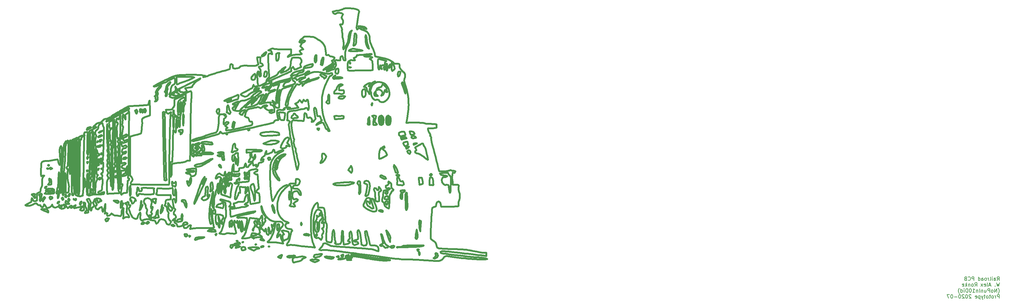
<source format=gbr>
%TF.GenerationSoftware,KiCad,Pcbnew,(5.1.6)-1*%
%TF.CreationDate,2020-07-09T10:42:52-04:00*%
%TF.ProjectId,railroad-keyboard-bottom-plate,7261696c-726f-4616-942d-6b6579626f61,rev?*%
%TF.SameCoordinates,Original*%
%TF.FileFunction,Legend,Bot*%
%TF.FilePolarity,Positive*%
%FSLAX46Y46*%
G04 Gerber Fmt 4.6, Leading zero omitted, Abs format (unit mm)*
G04 Created by KiCad (PCBNEW (5.1.6)-1) date 2020-07-09 10:42:52*
%MOMM*%
%LPD*%
G01*
G04 APERTURE LIST*
%ADD10C,0.500000*%
%ADD11C,0.150000*%
G04 APERTURE END LIST*
D10*
X287117000Y-180491000D02*
X287486236Y-180878943D01*
X287486236Y-180878943D02*
X288002270Y-180966054D01*
X288002270Y-180966054D02*
X288627000Y-181051000D01*
X271257000Y-181771000D02*
X271700340Y-182018906D01*
X271700340Y-182018906D02*
X272196660Y-181919864D01*
X272196660Y-181919864D02*
X272227000Y-181871000D01*
X275057000Y-180911000D02*
X275397000Y-181271000D01*
X272227000Y-181871000D02*
X271959923Y-181446158D01*
X271959923Y-181446158D02*
X271887001Y-181431000D01*
X181407000Y-182091000D02*
X181388364Y-182598159D01*
X181388364Y-182598159D02*
X181366969Y-183155188D01*
X181366969Y-183155188D02*
X181344839Y-183695970D01*
X181344839Y-183695970D02*
X181320579Y-184198208D01*
X181320579Y-184198208D02*
X181317001Y-184241000D01*
X189297000Y-179641000D02*
X189297000Y-179641000D01*
X287117000Y-180491000D02*
X287117000Y-180491000D01*
X284347000Y-180901000D02*
X284597000Y-181151000D01*
X178227000Y-179021000D02*
X178227000Y-179021000D01*
X289817000Y-181031000D02*
X289527000Y-180621000D01*
X181017001Y-186051000D02*
X181207000Y-185641000D01*
X271377000Y-181171000D02*
X270894656Y-180998031D01*
X270894656Y-180998031D02*
X270627000Y-181061000D01*
X289397000Y-180331000D02*
X288866426Y-180290023D01*
X288866426Y-180290023D02*
X288296499Y-180310826D01*
X288296499Y-180310826D02*
X287719717Y-180359512D01*
X287719717Y-180359512D02*
X287186104Y-180452078D01*
X287186104Y-180452078D02*
X287117000Y-180491000D01*
X181697000Y-181671000D02*
X181630032Y-181156903D01*
X181630032Y-181156903D02*
X181627000Y-180941000D01*
X181027000Y-184931000D02*
X180942625Y-185433031D01*
X180942625Y-185433031D02*
X180877000Y-185511000D01*
X287777000Y-181771000D02*
X287634282Y-182285711D01*
X287634282Y-182285711D02*
X287742664Y-182808861D01*
X287742664Y-182808861D02*
X287847000Y-183041000D01*
X181547000Y-180131000D02*
X181477000Y-180676000D01*
X181477000Y-180676000D02*
X181444606Y-181218081D01*
X181444606Y-181218081D02*
X181418744Y-181782888D01*
X181418744Y-181782888D02*
X181407000Y-182091000D01*
X189297000Y-179641000D02*
X189367001Y-180001000D01*
X271887001Y-181431000D02*
X271420242Y-181212113D01*
X271420242Y-181212113D02*
X271377000Y-181171000D01*
X270617000Y-181441000D02*
X271082469Y-181654750D01*
X271082469Y-181654750D02*
X271257000Y-181771000D01*
X270627000Y-181061000D02*
X270617000Y-181441000D01*
X275397000Y-181271000D02*
X275877036Y-181109904D01*
X275877036Y-181109904D02*
X275887000Y-180921000D01*
X288557000Y-181451000D02*
X288044099Y-181506405D01*
X288044099Y-181506405D02*
X287777000Y-181771000D01*
X284657001Y-180591000D02*
X284347000Y-180901000D01*
X289677000Y-184811000D02*
X289726227Y-185309767D01*
X289726227Y-185309767D02*
X289851957Y-185810602D01*
X289851957Y-185810602D02*
X289987000Y-185761000D01*
X284907001Y-180841000D02*
X284657001Y-180591000D01*
X289987000Y-185761000D02*
X290059755Y-185261944D01*
X290059755Y-185261944D02*
X290098591Y-184714042D01*
X290098591Y-184714042D02*
X290132211Y-184059588D01*
X290132211Y-184059588D02*
X290152454Y-183539498D01*
X290152454Y-183539498D02*
X290167225Y-183026033D01*
X290167225Y-183026033D02*
X290176529Y-182401022D01*
X290176529Y-182401022D02*
X290167834Y-181810645D01*
X290167834Y-181810645D02*
X290157000Y-181661000D01*
X288997000Y-183641000D02*
X289512245Y-183695670D01*
X289512245Y-183695670D02*
X289629385Y-184218858D01*
X289629385Y-184218858D02*
X289677000Y-184811000D01*
X181337000Y-187351000D02*
X181507000Y-186911000D01*
X287847000Y-183041000D02*
X288129731Y-183469945D01*
X288129731Y-183469945D02*
X288619026Y-183658271D01*
X288619026Y-183658271D02*
X288997000Y-183641000D01*
X181507000Y-186911000D02*
X181553250Y-186402250D01*
X181553250Y-186402250D02*
X181614597Y-185889847D01*
X181614597Y-185889847D02*
X181637000Y-185721000D01*
X181347000Y-185271000D02*
X181387000Y-185691000D01*
X181207000Y-185641000D02*
X181347000Y-185271000D01*
X189367001Y-180001000D02*
X189627000Y-179621000D01*
X284347000Y-180901000D02*
X284347000Y-180901000D01*
X289527000Y-180621000D02*
X289397000Y-180331000D01*
X288627000Y-181051000D02*
X289117437Y-181173662D01*
X289117437Y-181173662D02*
X289177000Y-181271000D01*
X181387000Y-185691000D02*
X181314999Y-186210132D01*
X181314999Y-186210132D02*
X181255164Y-186765550D01*
X181255164Y-186765550D02*
X181260437Y-187284281D01*
X181260437Y-187284281D02*
X181337000Y-187351000D01*
X275467000Y-180801000D02*
X275057000Y-180911000D01*
X181627000Y-180941000D02*
X181608254Y-180425205D01*
X181608254Y-180425205D02*
X181547000Y-180131000D01*
X275887000Y-180921000D02*
X275467000Y-180801000D01*
X284597000Y-181151000D02*
X284907001Y-180841000D01*
X189627000Y-179621000D02*
X189297000Y-179641000D01*
X180877000Y-185511000D02*
X180885278Y-186017629D01*
X180885278Y-186017629D02*
X181017001Y-186051000D01*
X290157000Y-181661000D02*
X290002749Y-181179252D01*
X290002749Y-181179252D02*
X289817000Y-181031000D01*
X181317001Y-184241000D02*
X181317001Y-184241000D01*
X181157000Y-184411000D02*
X181027145Y-184903227D01*
X181027145Y-184903227D02*
X181027000Y-184931000D01*
X217977000Y-179201000D02*
X217977000Y-179201000D01*
X181637000Y-185721000D02*
X181688397Y-185144918D01*
X181688397Y-185144918D02*
X181721342Y-184534748D01*
X181721342Y-184534748D02*
X181740359Y-184030863D01*
X181740359Y-184030863D02*
X181753839Y-183516497D01*
X181753839Y-183516497D02*
X181762174Y-182859745D01*
X181762174Y-182859745D02*
X181758205Y-182293257D01*
X181758205Y-182293257D02*
X181726103Y-181748890D01*
X181726103Y-181748890D02*
X181697000Y-181671000D01*
X289177000Y-181271000D02*
X288680890Y-181444559D01*
X288680890Y-181444559D02*
X288557000Y-181451000D01*
X181317001Y-184241000D02*
X181157000Y-184411000D01*
X262347000Y-178701000D02*
X262022024Y-179092113D01*
X262022024Y-179092113D02*
X261977000Y-179111000D01*
X219557000Y-179141000D02*
X219014165Y-179086156D01*
X219014165Y-179086156D02*
X218493862Y-179134906D01*
X218493862Y-179134906D02*
X217977000Y-179201000D01*
X219977000Y-178611000D02*
X220499004Y-178513507D01*
X220499004Y-178513507D02*
X221073347Y-178311996D01*
X221073347Y-178311996D02*
X221614489Y-178053483D01*
X221614489Y-178053483D02*
X222101346Y-177780952D01*
X222101346Y-177780952D02*
X222646181Y-177445053D01*
X222646181Y-177445053D02*
X223098425Y-177148792D01*
X223098425Y-177148792D02*
X223592395Y-176812388D01*
X223592395Y-176812388D02*
X223767000Y-176691000D01*
X219527000Y-180411000D02*
X219607314Y-179880608D01*
X219607314Y-179880608D02*
X219613565Y-179346639D01*
X219613565Y-179346639D02*
X219557000Y-179141000D01*
X274767000Y-178491000D02*
X274432664Y-178075354D01*
X274432664Y-178075354D02*
X274390476Y-178632295D01*
X274390476Y-178632295D02*
X274527000Y-179111000D01*
X220457000Y-177851000D02*
X219919500Y-177957250D01*
X219919500Y-177957250D02*
X219433778Y-178117121D01*
X219433778Y-178117121D02*
X219177000Y-178351000D01*
X189507000Y-175691000D02*
X189347000Y-176111000D01*
X274527000Y-179111000D02*
X274686719Y-179627135D01*
X274686719Y-179627135D02*
X274847270Y-180109105D01*
X274847270Y-180109105D02*
X274877000Y-180181000D01*
X218647000Y-181241000D02*
X219147191Y-181064142D01*
X219147191Y-181064142D02*
X219463451Y-180634661D01*
X219463451Y-180634661D02*
X219527000Y-180411000D01*
X218767000Y-180041000D02*
X218225300Y-180044784D01*
X218225300Y-180044784D02*
X217665693Y-180091665D01*
X217665693Y-180091665D02*
X217147000Y-180156312D01*
X217147000Y-180156312D02*
X216817000Y-180231000D01*
X189347000Y-176111000D02*
X189347000Y-176111000D01*
X217927000Y-180811000D02*
X218237078Y-181231570D01*
X218237078Y-181231570D02*
X218647000Y-181241000D01*
X217387000Y-180571000D02*
X217887976Y-180638382D01*
X217887976Y-180638382D02*
X217927000Y-180811000D01*
X216817000Y-180231000D02*
X216797000Y-180421000D01*
X189607000Y-176031001D02*
X189507000Y-175691000D01*
X219027000Y-179881000D02*
X218767000Y-180041000D01*
X178847000Y-179041000D02*
X178847000Y-179041000D01*
X275557000Y-180211000D02*
X275401328Y-179677523D01*
X275401328Y-179677523D02*
X275183571Y-179219857D01*
X275183571Y-179219857D02*
X274921941Y-178742093D01*
X274921941Y-178742093D02*
X274767000Y-178491000D01*
X262827000Y-179841000D02*
X262802083Y-179323544D01*
X262802083Y-179323544D02*
X262757000Y-178891000D01*
X261977000Y-179111000D02*
X261717000Y-179541000D01*
X243067000Y-175461000D02*
X243067000Y-175461000D01*
X217927000Y-179671000D02*
X218482451Y-179674319D01*
X218482451Y-179674319D02*
X218983359Y-179743670D01*
X218983359Y-179743670D02*
X219027000Y-179881000D01*
X178847000Y-179041000D02*
X179237000Y-179251000D01*
X225827000Y-178161000D02*
X225827000Y-178161000D01*
X178527000Y-178221000D02*
X178677000Y-178371000D01*
X226457000Y-178381001D02*
X226102759Y-177988004D01*
X226102759Y-177988004D02*
X225827000Y-178161000D01*
X219177000Y-178351000D02*
X219612462Y-178635195D01*
X219612462Y-178635195D02*
X219977000Y-178611000D01*
X219787000Y-175031001D02*
X219787000Y-175031001D01*
X189467001Y-177671000D02*
X189627000Y-177211000D01*
X262347000Y-178701000D02*
X262347000Y-178701000D01*
X261717000Y-179541000D02*
X262057000Y-179801000D01*
X179257000Y-178871000D02*
X178847000Y-179041000D01*
X178317001Y-179171000D02*
X178567001Y-179231001D01*
X178697000Y-179081001D02*
X178227000Y-179021000D01*
X178677000Y-178071000D02*
X178527000Y-178221000D01*
X217977000Y-179201000D02*
X217449832Y-179292055D01*
X217449832Y-179292055D02*
X216954694Y-179407105D01*
X216954694Y-179407105D02*
X216947000Y-179411000D01*
X178567001Y-179231001D02*
X178697000Y-179081001D01*
X189347000Y-176111000D02*
X189447000Y-176451000D01*
X243697001Y-175771000D02*
X244133864Y-175480611D01*
X244133864Y-175480611D02*
X244367000Y-175151000D01*
X262057000Y-179801000D02*
X262327000Y-180031000D01*
X178827000Y-178221000D02*
X178677000Y-178071000D01*
X189447000Y-176451000D02*
X189607000Y-176031001D01*
X274877000Y-180181000D02*
X275394240Y-180261501D01*
X275394240Y-180261501D02*
X275557000Y-180211000D01*
X189347000Y-177251000D02*
X189347000Y-177251000D01*
X189347000Y-177251000D02*
X189467001Y-177671000D01*
X178527000Y-178221000D02*
X178527000Y-178221000D01*
X262577000Y-180271000D02*
X262827000Y-179841000D01*
X179237000Y-179251000D02*
X179657000Y-179081001D01*
X189627000Y-177211000D02*
X189347000Y-177251000D01*
X222597000Y-177001000D02*
X222120777Y-177241423D01*
X222120777Y-177241423D02*
X221649535Y-177465478D01*
X221649535Y-177465478D02*
X221143883Y-177673027D01*
X221143883Y-177673027D02*
X220612728Y-177822820D01*
X220612728Y-177822820D02*
X220457000Y-177851000D01*
X216947000Y-179411000D02*
X217431230Y-179663287D01*
X217431230Y-179663287D02*
X217927000Y-179671000D01*
X262757000Y-178891000D02*
X262620593Y-178403031D01*
X262620593Y-178403031D02*
X262537000Y-178391000D01*
X225827000Y-178161000D02*
X226105750Y-178598500D01*
X226105750Y-178598500D02*
X226534669Y-178869587D01*
X226534669Y-178869587D02*
X226557000Y-178871000D01*
X222597000Y-177001000D02*
X222597000Y-177001000D01*
X223767000Y-176691000D02*
X224161224Y-176381821D01*
X224161224Y-176381821D02*
X223664788Y-176479003D01*
X223664788Y-176479003D02*
X223137820Y-176728871D01*
X223137820Y-176728871D02*
X222597000Y-177001000D01*
X244367000Y-175151000D02*
X243857388Y-175152648D01*
X243857388Y-175152648D02*
X243380331Y-175321884D01*
X243380331Y-175321884D02*
X243067000Y-175461000D01*
X274527000Y-179111000D02*
X274527000Y-179111000D01*
X262537000Y-178391000D02*
X262347000Y-178701000D01*
X216797000Y-180421000D02*
X217285357Y-180569920D01*
X217285357Y-180569920D02*
X217387000Y-180571000D01*
X262327000Y-180031000D02*
X262577000Y-180271000D01*
X179657000Y-179081001D02*
X179257000Y-178871000D01*
X178677000Y-178371000D02*
X178827000Y-178221000D01*
X226557000Y-178871000D02*
X226457000Y-178381001D01*
X178227000Y-179021000D02*
X178317001Y-179171000D01*
X226777000Y-175721000D02*
X226807000Y-176241000D01*
X230507000Y-174971000D02*
X230507000Y-174971000D01*
X226807000Y-176241000D02*
X226907683Y-176732504D01*
X226907683Y-176732504D02*
X227097000Y-176771000D01*
X226847000Y-175221000D02*
X226359306Y-175398267D01*
X226359306Y-175398267D02*
X226197000Y-175391000D01*
X255007000Y-174941000D02*
X254547000Y-174951000D01*
X255487000Y-176221000D02*
X255606967Y-175721636D01*
X255606967Y-175721636D02*
X255507000Y-175431001D01*
X222297000Y-175171000D02*
X222870690Y-175165911D01*
X222870690Y-175165911D02*
X223437947Y-175146591D01*
X223437947Y-175146591D02*
X223982171Y-175099059D01*
X223982171Y-175099059D02*
X224327000Y-174971000D01*
X227097000Y-176771000D02*
X227347000Y-176771000D01*
X226197000Y-175391000D02*
X225679049Y-175398923D01*
X225679049Y-175398923D02*
X225527000Y-175511000D01*
X255507000Y-175431001D02*
X255170872Y-175044005D01*
X255170872Y-175044005D02*
X255007000Y-174941000D01*
X229877000Y-177071000D02*
X230151336Y-176629300D01*
X230151336Y-176629300D02*
X230157000Y-176231001D01*
X254027000Y-177571000D02*
X254530398Y-177445492D01*
X254530398Y-177445492D02*
X254902000Y-177085844D01*
X254902000Y-177085844D02*
X255248289Y-176652367D01*
X255248289Y-176652367D02*
X255487000Y-176221000D01*
X221327000Y-174661000D02*
X221327000Y-174661000D01*
X231167000Y-174831001D02*
X230652816Y-174791372D01*
X230652816Y-174791372D02*
X230507000Y-174971000D01*
X231227000Y-176641000D02*
X231223007Y-176064658D01*
X231223007Y-176064658D02*
X231212285Y-175555966D01*
X231212285Y-175555966D02*
X231189031Y-175023813D01*
X231189031Y-175023813D02*
X231167000Y-174831001D01*
X225627000Y-174711000D02*
X225627000Y-174711000D01*
X231097000Y-178251000D02*
X231212234Y-177716429D01*
X231212234Y-177716429D02*
X231224650Y-177172301D01*
X231224650Y-177172301D02*
X231227000Y-176641000D01*
X225527000Y-175511000D02*
X226023109Y-175684559D01*
X226023109Y-175684559D02*
X226147000Y-175691000D01*
X230727000Y-176901000D02*
X230738962Y-176393517D01*
X230738962Y-176393517D02*
X230937937Y-176919457D01*
X230937937Y-176919457D02*
X230947000Y-177161000D01*
X230087000Y-175271000D02*
X229687000Y-175491000D01*
X226147000Y-175691000D02*
X226777000Y-175721000D01*
X223477000Y-174641000D02*
X222962468Y-174604750D01*
X222962468Y-174604750D02*
X222391289Y-174597768D01*
X222391289Y-174597768D02*
X221838145Y-174611244D01*
X221838145Y-174611244D02*
X221327000Y-174661000D01*
X226177000Y-174891000D02*
X226690840Y-174955548D01*
X226690840Y-174955548D02*
X226847000Y-175221000D01*
X224327000Y-174971000D02*
X223878032Y-174730116D01*
X223878032Y-174730116D02*
X223477000Y-174641000D01*
X270467000Y-174041000D02*
X270467000Y-174041000D01*
X221047000Y-174951000D02*
X221561687Y-175167562D01*
X221561687Y-175167562D02*
X222073342Y-175170946D01*
X222073342Y-175170946D02*
X222297000Y-175171000D01*
X226367000Y-174571000D02*
X225859235Y-174589205D01*
X225859235Y-174589205D02*
X225627000Y-174711000D01*
X278087000Y-174261000D02*
X278087000Y-174261000D01*
X225627000Y-174711000D02*
X226108201Y-174885023D01*
X226108201Y-174885023D02*
X226177000Y-174891000D01*
X242367000Y-177481001D02*
X242602937Y-176994437D01*
X242602937Y-176994437D02*
X242895964Y-176558505D01*
X242895964Y-176558505D02*
X243229007Y-176164383D01*
X243229007Y-176164383D02*
X243608675Y-175827997D01*
X243608675Y-175827997D02*
X243697001Y-175771000D01*
X230947000Y-177161000D02*
X230970994Y-177684240D01*
X230970994Y-177684240D02*
X231048806Y-178187199D01*
X231048806Y-178187199D02*
X231097000Y-178251000D01*
X241677000Y-179001000D02*
X241847001Y-179351000D01*
X254487000Y-175781001D02*
X254487000Y-175781001D01*
X241207000Y-180891000D02*
X241475210Y-181347877D01*
X241475210Y-181347877D02*
X241807213Y-181772545D01*
X241807213Y-181772545D02*
X242163440Y-182124179D01*
X242163440Y-182124179D02*
X242593364Y-182403268D01*
X242593364Y-182403268D02*
X242677000Y-182431000D01*
X221077000Y-175481001D02*
X220797000Y-175191000D01*
X254487000Y-175781001D02*
X254506335Y-176284789D01*
X254506335Y-176284789D02*
X254363679Y-176792445D01*
X254363679Y-176792445D02*
X254287000Y-176951000D01*
X230517000Y-176261000D02*
X230502129Y-176826917D01*
X230502129Y-176826917D02*
X230512454Y-177355760D01*
X230512454Y-177355760D02*
X230597916Y-177853185D01*
X230597916Y-177853185D02*
X230627000Y-177871000D01*
X230157000Y-176231001D02*
X230219675Y-175729757D01*
X230219675Y-175729757D02*
X230227000Y-175721000D01*
X227277000Y-175741000D02*
X227233423Y-175203343D01*
X227233423Y-175203343D02*
X227172412Y-174695252D01*
X227172412Y-174695252D02*
X227157000Y-174641000D01*
X229687000Y-175491000D02*
X229540527Y-176034701D01*
X229540527Y-176034701D02*
X229572236Y-176557552D01*
X229572236Y-176557552D02*
X229789386Y-177041501D01*
X229789386Y-177041501D02*
X229877000Y-177071000D01*
X220727000Y-175461000D02*
X221077000Y-175481001D01*
X254287000Y-176951000D02*
X254072351Y-177422289D01*
X254072351Y-177422289D02*
X254027000Y-177571000D01*
X242137000Y-178621000D02*
X242210763Y-178112422D01*
X242210763Y-178112422D02*
X242324347Y-177611788D01*
X242324347Y-177611788D02*
X242367000Y-177481001D01*
X241947001Y-177831001D02*
X241823777Y-178334789D01*
X241823777Y-178334789D02*
X241707344Y-178851893D01*
X241707344Y-178851893D02*
X241677000Y-179001000D01*
X241847001Y-179351000D02*
X242109666Y-178919740D01*
X242109666Y-178919740D02*
X242137000Y-178621000D01*
X242047001Y-176951000D02*
X242028821Y-177462337D01*
X242028821Y-177462337D02*
X241947001Y-177831001D01*
X227347000Y-176771000D02*
X227277000Y-175741000D01*
X241447001Y-179511000D02*
X241452955Y-178917123D01*
X241452955Y-178917123D02*
X241521917Y-178353811D01*
X241521917Y-178353811D02*
X241630750Y-177803500D01*
X241630750Y-177803500D02*
X241789810Y-177259544D01*
X241789810Y-177259544D02*
X242047001Y-176951000D01*
X242587000Y-181871000D02*
X242271560Y-181482962D01*
X242271560Y-181482962D02*
X241987234Y-181036390D01*
X241987234Y-181036390D02*
X241748259Y-180561341D01*
X241748259Y-180561341D02*
X241568875Y-180087875D01*
X241568875Y-180087875D02*
X241453903Y-179577597D01*
X241453903Y-179577597D02*
X241447001Y-179511000D01*
X243067000Y-175461000D02*
X242564541Y-175733670D01*
X242564541Y-175733670D02*
X242143191Y-176043575D01*
X242143191Y-176043575D02*
X241754519Y-176450597D01*
X241754519Y-176450597D02*
X241457723Y-176922071D01*
X241457723Y-176922071D02*
X241397001Y-177051000D01*
X242677000Y-182431000D02*
X242632469Y-181919549D01*
X242632469Y-181919549D02*
X242587000Y-181871000D01*
X230507000Y-174971000D02*
X230102821Y-175270735D01*
X230102821Y-175270735D02*
X230087000Y-175271000D01*
X220597000Y-174821000D02*
X220477000Y-174821000D01*
X219267000Y-175431001D02*
X219778413Y-175523065D01*
X219778413Y-175523065D02*
X219857000Y-175511000D01*
X230627000Y-177871000D02*
X230717952Y-177340838D01*
X230717952Y-177340838D02*
X230727000Y-176901000D01*
X227157000Y-174641000D02*
X226660593Y-174576312D01*
X226660593Y-174576312D02*
X226367000Y-174571000D01*
X241397001Y-177051000D02*
X241171043Y-177601136D01*
X241171043Y-177601136D02*
X241003094Y-178127718D01*
X241003094Y-178127718D02*
X240893035Y-178632503D01*
X240893035Y-178632503D02*
X240836692Y-179235511D01*
X240836692Y-179235511D02*
X240870391Y-179810641D01*
X240870391Y-179810641D02*
X240993903Y-180361326D01*
X240993903Y-180361326D02*
X241207000Y-180891000D01*
X220477000Y-174821000D02*
X219993250Y-174974281D01*
X219993250Y-174974281D02*
X219787000Y-175031001D01*
X220797000Y-175191000D02*
X220597000Y-174821000D01*
X219857000Y-175511000D02*
X220355373Y-175465682D01*
X220355373Y-175465682D02*
X220727000Y-175461000D01*
X219787000Y-175031001D02*
X219308791Y-175189081D01*
X219308791Y-175189081D02*
X219267000Y-175431001D01*
X230227000Y-175721000D02*
X230520994Y-176154959D01*
X230520994Y-176154959D02*
X230517000Y-176261000D01*
X254547000Y-174951000D02*
X254462625Y-175469906D01*
X254462625Y-175469906D02*
X254487000Y-175781001D01*
X221327000Y-174661000D02*
X221047000Y-174951000D01*
X218657000Y-173721000D02*
X218653250Y-173202250D01*
X218653250Y-173202250D02*
X218717000Y-172991000D01*
X219227000Y-174521000D02*
X219730750Y-174601000D01*
X219730750Y-174601000D02*
X220227000Y-174471000D01*
X218937000Y-173971000D02*
X218767000Y-174191000D01*
X278567000Y-173021000D02*
X278147000Y-173031001D01*
X219547000Y-173621000D02*
X220054760Y-173545153D01*
X220054760Y-173545153D02*
X220177000Y-173721000D01*
X277867000Y-173571000D02*
X278355750Y-173367250D01*
X278355750Y-173367250D02*
X278567000Y-173021000D01*
X271727000Y-172891000D02*
X271417000Y-173081001D01*
X218987000Y-175361000D02*
X218894187Y-174850101D01*
X218894187Y-174850101D02*
X218927000Y-174571000D01*
X221237000Y-173691000D02*
X221273145Y-174194064D01*
X221273145Y-174194064D02*
X221337000Y-174211000D01*
X230527000Y-173471000D02*
X230371583Y-172977420D01*
X230371583Y-172977420D02*
X230377000Y-172931001D01*
X219497000Y-173211000D02*
X219227000Y-173481001D01*
X220837000Y-174021000D02*
X220977000Y-173531001D01*
X221107000Y-172801000D02*
X221237000Y-173151000D01*
X218927000Y-174571000D02*
X219017678Y-174068897D01*
X219017678Y-174068897D02*
X218937000Y-173971000D01*
X219227000Y-173481001D02*
X219547000Y-173621000D01*
X277707000Y-173301000D02*
X277867000Y-173571000D01*
X221237000Y-173151000D02*
X221277429Y-173659666D01*
X221277429Y-173659666D02*
X221237000Y-173691000D01*
X221497000Y-172671000D02*
X221107000Y-172801000D01*
X218757000Y-172371000D02*
X218507000Y-172541000D01*
X218767000Y-174191000D02*
X218657000Y-173721000D01*
X230267000Y-172171000D02*
X229977000Y-172331001D01*
X219977000Y-173101000D02*
X219497000Y-173211000D01*
X220627000Y-173341000D02*
X220337000Y-173011000D01*
X220177000Y-173721000D02*
X219802782Y-174060715D01*
X219802782Y-174060715D02*
X219777000Y-174071000D01*
X218507000Y-172541000D02*
X218341765Y-173057406D01*
X218341765Y-173057406D02*
X218328171Y-173559281D01*
X218328171Y-173559281D02*
X218327000Y-173911000D01*
X231127000Y-173811000D02*
X230716729Y-173494746D01*
X230716729Y-173494746D02*
X230527000Y-173471000D01*
X270467000Y-174041000D02*
X270374845Y-174543890D01*
X270374845Y-174543890D02*
X270320325Y-175106906D01*
X270320325Y-175106906D02*
X270293820Y-175679019D01*
X270293820Y-175679019D02*
X270305166Y-176215516D01*
X270305166Y-176215516D02*
X270357000Y-176441000D01*
X218897000Y-175851000D02*
X218987000Y-175361000D01*
X279827000Y-172271000D02*
X279827000Y-172271000D01*
X229977000Y-172331001D02*
X229977000Y-172331001D01*
X278437000Y-174021000D02*
X278087000Y-174261000D01*
X278327000Y-174781001D02*
X278768377Y-175028031D01*
X278768377Y-175028031D02*
X278797000Y-175021000D01*
X278837000Y-174141000D02*
X278437000Y-174021000D01*
X220227000Y-174471000D02*
X220527000Y-174361000D01*
X270757000Y-173471000D02*
X270502429Y-173927504D01*
X270502429Y-173927504D02*
X270467000Y-174041000D01*
X271437001Y-173481001D02*
X271437001Y-173481001D01*
X230377000Y-172931001D02*
X230399165Y-172418390D01*
X230399165Y-172418390D02*
X230267000Y-172171000D01*
X219977000Y-173101000D02*
X219977000Y-173101000D01*
X272247000Y-174701000D02*
X271959617Y-174265089D01*
X271959617Y-174265089D02*
X271568875Y-173917465D01*
X271568875Y-173917465D02*
X271427000Y-173821000D01*
X271417000Y-173081001D02*
X271097000Y-173301000D01*
X271437001Y-173481001D02*
X271817000Y-173241000D01*
X278147000Y-173031001D02*
X277716335Y-173287311D01*
X277716335Y-173287311D02*
X277707000Y-173301000D01*
X219777000Y-174071000D02*
X219309421Y-174267875D01*
X219309421Y-174267875D02*
X219227000Y-174521000D01*
X218717000Y-172991000D02*
X218817702Y-172483719D01*
X218817702Y-172483719D02*
X218757000Y-172371000D01*
X220527000Y-174361000D02*
X220837000Y-174021000D01*
X271817000Y-173241000D02*
X271727000Y-172891000D01*
X218507000Y-172541000D02*
X218507000Y-172541000D01*
X278797000Y-175021000D02*
X278969968Y-174535843D01*
X278969968Y-174535843D02*
X278837000Y-174141000D01*
X271427000Y-173821000D02*
X270983359Y-173563079D01*
X270983359Y-173563079D02*
X270757000Y-173471000D01*
X278177000Y-174471000D02*
X278327000Y-174781001D01*
X218327000Y-173911000D02*
X218339062Y-174485089D01*
X218339062Y-174485089D02*
X218387374Y-175026720D01*
X218387374Y-175026720D02*
X218515057Y-175521703D01*
X218515057Y-175521703D02*
X218897000Y-175851000D01*
X278087000Y-174261000D02*
X278177000Y-174471000D01*
X220337000Y-173011000D02*
X219977000Y-173101000D01*
X221337000Y-174211000D02*
X221833545Y-174130831D01*
X221833545Y-174130831D02*
X221895815Y-173618033D01*
X221895815Y-173618033D02*
X221817000Y-173171000D01*
X272527000Y-175321000D02*
X272332253Y-174857907D01*
X272332253Y-174857907D02*
X272247000Y-174701000D01*
X272197000Y-175591000D02*
X272527000Y-175321000D01*
X271157000Y-176121000D02*
X271612625Y-175882113D01*
X271612625Y-175882113D02*
X272071316Y-175651622D01*
X272071316Y-175651622D02*
X272197000Y-175591000D01*
X270357000Y-176441000D02*
X270835221Y-176281057D01*
X270835221Y-176281057D02*
X271157000Y-176121000D01*
X221817000Y-173171000D02*
X221632852Y-172704386D01*
X221632852Y-172704386D02*
X221497000Y-172671000D01*
X277707000Y-173301000D02*
X277707000Y-173301000D01*
X271097000Y-173301000D02*
X271437001Y-173481001D01*
X221107000Y-172801000D02*
X221107000Y-172801000D01*
X220847000Y-173461000D02*
X220627000Y-173341000D01*
X220977000Y-173531001D02*
X220847000Y-173461000D01*
X245067000Y-172821000D02*
X245555516Y-172944272D01*
X245555516Y-172944272D02*
X245597001Y-172931001D01*
X220487000Y-172311000D02*
X220527000Y-171961000D01*
X240507000Y-172391000D02*
X241019695Y-172272152D01*
X241019695Y-172272152D02*
X241347001Y-172221000D01*
X244847001Y-172021000D02*
X245177000Y-171351000D01*
X280427000Y-172271000D02*
X280777000Y-172081001D01*
X282747000Y-172811000D02*
X282527000Y-172481001D01*
X283877000Y-176651000D02*
X283776584Y-176138172D01*
X283776584Y-176138172D02*
X283658289Y-175636373D01*
X283658289Y-175636373D02*
X283531375Y-175117972D01*
X283531375Y-175117972D02*
X283437000Y-174741000D01*
X239107000Y-171811000D02*
X238612878Y-171970082D01*
X238612878Y-171970082D02*
X238187000Y-172161000D01*
X280357000Y-172071000D02*
X279868696Y-172207820D01*
X279868696Y-172207820D02*
X279827000Y-172271000D01*
X282127000Y-172151000D02*
X282127000Y-172151000D01*
X220207000Y-171961000D02*
X219719388Y-172157779D01*
X219719388Y-172157779D02*
X219447000Y-172221000D01*
X220207000Y-171961000D02*
X220207000Y-171961000D01*
X276937000Y-172051000D02*
X277180072Y-172499837D01*
X277180072Y-172499837D02*
X277267000Y-172621000D01*
X238187000Y-172161000D02*
X238733855Y-172356820D01*
X238733855Y-172356820D02*
X239312813Y-172421112D01*
X239312813Y-172421112D02*
X239816913Y-172444442D01*
X239816913Y-172444442D02*
X240328980Y-172424502D01*
X240328980Y-172424502D02*
X240507000Y-172391000D01*
X280647000Y-174011000D02*
X280297000Y-174251000D01*
X220527000Y-171961000D02*
X220207000Y-171961000D01*
X240177000Y-171411000D02*
X240177000Y-171411000D01*
X219987000Y-172621000D02*
X220457117Y-172425785D01*
X220457117Y-172425785D02*
X220487000Y-172311000D01*
X281237000Y-172671000D02*
X280759671Y-172913545D01*
X280759671Y-172913545D02*
X280351062Y-173211000D01*
X280351062Y-173211000D02*
X280277000Y-173351000D01*
X241347001Y-172221000D02*
X241835074Y-172085550D01*
X241835074Y-172085550D02*
X242286866Y-171834479D01*
X242286866Y-171834479D02*
X242477000Y-171571000D01*
X245597001Y-172931001D02*
X245317177Y-172507832D01*
X245317177Y-172507832D02*
X245257000Y-172441000D01*
X277617000Y-171731001D02*
X277617000Y-171731001D01*
X221237000Y-171781001D02*
X221237000Y-171781001D01*
X277617000Y-171731001D02*
X277167000Y-171841000D01*
X221237000Y-171781001D02*
X220947000Y-172061000D01*
X278267000Y-172181001D02*
X278177000Y-171691000D01*
X277917000Y-172731001D02*
X278293875Y-172385062D01*
X278293875Y-172385062D02*
X278267000Y-172181001D01*
X240177000Y-171411000D02*
X239706016Y-171608622D01*
X239706016Y-171608622D02*
X239196909Y-171782557D01*
X239196909Y-171782557D02*
X239107000Y-171811000D01*
X282127000Y-172151000D02*
X281697816Y-172431624D01*
X281697816Y-172431624D02*
X281237000Y-172671000D01*
X219447000Y-172221000D02*
X219047000Y-172501000D01*
X276267000Y-170501000D02*
X276267000Y-170501000D01*
X221927000Y-172281001D02*
X222439951Y-172323139D01*
X222439951Y-172323139D02*
X222941550Y-172369672D01*
X222941550Y-172369672D02*
X223397000Y-172421000D01*
X277167000Y-171841000D02*
X276937000Y-172051000D01*
X223397000Y-172421000D02*
X223909116Y-172440973D01*
X223909116Y-172440973D02*
X224177000Y-172331001D01*
X282877000Y-176031001D02*
X283289805Y-176368159D01*
X283289805Y-176368159D02*
X283728726Y-176634554D01*
X283728726Y-176634554D02*
X283877000Y-176651000D01*
X230437000Y-174271000D02*
X230933365Y-174106779D01*
X230933365Y-174106779D02*
X231127000Y-173811000D01*
X229417000Y-174541000D02*
X229757000Y-174621000D01*
X229757000Y-174621000D02*
X230164820Y-174320924D01*
X230164820Y-174320924D02*
X230437000Y-174271000D01*
X229727000Y-173011000D02*
X229691144Y-173545608D01*
X229691144Y-173545608D02*
X229581953Y-174060055D01*
X229581953Y-174060055D02*
X229417000Y-174541000D01*
X229977000Y-172331001D02*
X229732075Y-172796854D01*
X229732075Y-172796854D02*
X229727000Y-173011000D01*
X280777000Y-172081001D02*
X280357000Y-172071000D01*
X280277000Y-173351000D02*
X280547000Y-173721000D01*
X278177000Y-171691000D02*
X277666367Y-171682062D01*
X277666367Y-171682062D02*
X277617000Y-171731001D01*
X244077000Y-171071000D02*
X244077000Y-171071000D01*
X283437000Y-174741000D02*
X283298250Y-174180648D01*
X283298250Y-174180648D02*
X283161067Y-173649480D01*
X283161067Y-173649480D02*
X283017000Y-173168500D01*
X283017000Y-173168500D02*
X282747000Y-172811000D01*
X219047000Y-172501000D02*
X219520539Y-172734502D01*
X219520539Y-172734502D02*
X219987000Y-172621000D01*
X280547000Y-173721000D02*
X280647000Y-174011000D01*
X220947000Y-172061000D02*
X221453250Y-172243813D01*
X221453250Y-172243813D02*
X221927000Y-172281001D01*
X245257000Y-172441000D02*
X244847001Y-172021000D01*
X245177000Y-171351000D02*
X245390484Y-170854415D01*
X245390484Y-170854415D02*
X245022861Y-170472643D01*
X245022861Y-170472643D02*
X244917000Y-170471000D01*
X277267000Y-172621000D02*
X277497000Y-172911000D01*
X279897000Y-172471000D02*
X280372400Y-172301113D01*
X280372400Y-172301113D02*
X280427000Y-172271000D01*
X282527000Y-172481001D02*
X282457000Y-172141000D01*
X244917000Y-170471000D02*
X244437703Y-170643851D01*
X244437703Y-170643851D02*
X244077000Y-171071000D01*
X280297000Y-174251000D02*
X280287000Y-174651000D01*
X279827000Y-172271000D02*
X279897000Y-172471000D01*
X280287000Y-174651000D02*
X280727000Y-174871000D01*
X282457000Y-172141000D02*
X282127000Y-172151000D01*
X280727000Y-174871000D02*
X281216968Y-175004261D01*
X281216968Y-175004261D02*
X281734500Y-175252250D01*
X281734500Y-175252250D02*
X282201902Y-175527106D01*
X282201902Y-175527106D02*
X282634500Y-175828988D01*
X282634500Y-175828988D02*
X282877000Y-176031001D01*
X223547000Y-171801000D02*
X223004499Y-171744934D01*
X223004499Y-171744934D02*
X222451145Y-171703115D01*
X222451145Y-171703115D02*
X221929702Y-171689928D01*
X221929702Y-171689928D02*
X221391628Y-171738793D01*
X221391628Y-171738793D02*
X221237000Y-171781001D01*
X224177000Y-172331001D02*
X223933787Y-171853943D01*
X223933787Y-171853943D02*
X223547000Y-171801000D01*
X277497000Y-172911000D02*
X277917000Y-172731001D01*
X242477000Y-171571000D02*
X242010020Y-171372354D01*
X242010020Y-171372354D02*
X241450750Y-171307250D01*
X241450750Y-171307250D02*
X240856675Y-171293824D01*
X240856675Y-171293824D02*
X240310080Y-171355615D01*
X240310080Y-171355615D02*
X240177000Y-171411000D01*
X244517000Y-172781001D02*
X245031307Y-172807375D01*
X245031307Y-172807375D02*
X245067000Y-172821000D01*
X190177000Y-176611000D02*
X190120200Y-177273365D01*
X190120200Y-177273365D02*
X190074819Y-177901352D01*
X190074819Y-177901352D02*
X190022136Y-178665707D01*
X190022136Y-178665707D02*
X189984449Y-179228258D01*
X189984449Y-179228258D02*
X189945750Y-179817250D01*
X189945750Y-179817250D02*
X189906934Y-180419015D01*
X189906934Y-180419015D02*
X189868894Y-181019886D01*
X189868894Y-181019886D02*
X189832525Y-181606197D01*
X189832525Y-181606197D02*
X189798719Y-182164281D01*
X189798719Y-182164281D02*
X189768370Y-182680470D01*
X189768370Y-182680470D02*
X189731282Y-183346304D01*
X189731282Y-183346304D02*
X189707000Y-183841000D01*
X279727000Y-170091000D02*
X279247000Y-170201000D01*
X237407000Y-169301000D02*
X237347001Y-169661000D01*
X278767000Y-168791000D02*
X278867000Y-169291000D01*
X238487000Y-169021000D02*
X238487000Y-169021000D01*
X228087000Y-169471000D02*
X227927000Y-169631000D01*
X275817000Y-169811000D02*
X276216375Y-170121781D01*
X276216375Y-170121781D02*
X276457000Y-170101000D01*
X242627000Y-169581000D02*
X242537000Y-169191000D01*
X275757000Y-169231000D02*
X275783477Y-169754168D01*
X275783477Y-169754168D02*
X275817000Y-169811000D01*
X190477000Y-174871000D02*
X190524636Y-174278727D01*
X190524636Y-174278727D02*
X190566885Y-173727276D01*
X190566885Y-173727276D02*
X190609500Y-173152250D01*
X190609500Y-173152250D02*
X190650650Y-172580886D01*
X190650650Y-172580886D02*
X190688504Y-172040421D01*
X190688504Y-172040421D02*
X190727000Y-171471000D01*
X190227000Y-169281000D02*
X190227000Y-170711000D01*
X277037000Y-168871000D02*
X276521401Y-168907040D01*
X276521401Y-168907040D02*
X276297000Y-168941000D01*
X233977000Y-168361000D02*
X233977000Y-168361000D01*
X190027000Y-180471000D02*
X190070906Y-179918656D01*
X190070906Y-179918656D02*
X190116470Y-179347139D01*
X190116470Y-179347139D02*
X190157334Y-178836226D01*
X190157334Y-178836226D02*
X190203230Y-178265042D01*
X190203230Y-178265042D02*
X190227000Y-177971000D01*
X190727000Y-171471000D02*
X190762463Y-170954708D01*
X190762463Y-170954708D02*
X190799773Y-170449886D01*
X190799773Y-170449886D02*
X190842468Y-169916053D01*
X190842468Y-169916053D02*
X190890242Y-169391371D01*
X190890242Y-169391371D02*
X190907000Y-169241000D01*
X190167001Y-172901000D02*
X190132783Y-173408967D01*
X190132783Y-173408967D02*
X190267001Y-173671000D01*
X190227000Y-177971000D02*
X190267588Y-177402143D01*
X190267588Y-177402143D02*
X190312280Y-176816100D01*
X190312280Y-176816100D02*
X190354089Y-176291542D01*
X190354089Y-176291542D02*
X190398096Y-175760942D01*
X190398096Y-175760942D02*
X190442468Y-175249476D01*
X190442468Y-175249476D02*
X190477000Y-174871000D01*
X279667000Y-170721000D02*
X280164512Y-170620399D01*
X280164512Y-170620399D02*
X280497000Y-170581000D01*
X279207000Y-168751000D02*
X278767000Y-168791000D01*
X278867000Y-169291000D02*
X278867000Y-169291000D01*
X243547001Y-173521000D02*
X244038159Y-173408439D01*
X244038159Y-173408439D02*
X244047001Y-173401000D01*
X277927000Y-170731000D02*
X277697000Y-170431000D01*
X242627000Y-169831000D02*
X242627000Y-169581000D01*
X189737000Y-184571000D02*
X189807203Y-184033504D01*
X189807203Y-184033504D02*
X189842720Y-183532079D01*
X189842720Y-183532079D02*
X189867001Y-183091000D01*
X242537000Y-169191000D02*
X242037781Y-169005531D01*
X242037781Y-169005531D02*
X241440065Y-168933114D01*
X241440065Y-168933114D02*
X240859127Y-168901702D01*
X240859127Y-168901702D02*
X240224545Y-168895514D01*
X240224545Y-168895514D02*
X239571126Y-168916074D01*
X239571126Y-168916074D02*
X238933673Y-168964906D01*
X238933673Y-168964906D02*
X238487000Y-169021000D01*
X190227000Y-170711000D02*
X190223007Y-171248862D01*
X190223007Y-171248862D02*
X190212285Y-171794171D01*
X190212285Y-171794171D02*
X190196719Y-172299823D01*
X190196719Y-172299823D02*
X190172618Y-172815870D01*
X190172618Y-172815870D02*
X190167001Y-172901000D01*
X228207000Y-169591000D02*
X228087000Y-169471000D01*
X240297001Y-169951000D02*
X242627000Y-169831000D01*
X244577000Y-173071000D02*
X244517000Y-172781001D01*
X244077000Y-171071000D02*
X243772019Y-171501312D01*
X243772019Y-171501312D02*
X243498708Y-171928502D01*
X243498708Y-171928502D02*
X243327000Y-172231001D01*
X227927000Y-169631000D02*
X227927000Y-169631000D01*
X190827000Y-168821000D02*
X190827000Y-168821000D01*
X189867001Y-183091000D02*
X189893028Y-182515952D01*
X189893028Y-182515952D02*
X189922954Y-181982302D01*
X189922954Y-181982302D02*
X189956572Y-181449443D01*
X189956572Y-181449443D02*
X189996238Y-180877318D01*
X189996238Y-180877318D02*
X190027000Y-180471000D01*
X190827000Y-168821000D02*
X190527000Y-169121000D01*
X276457000Y-170101000D02*
X276982145Y-170009362D01*
X276982145Y-170009362D02*
X277471068Y-169844026D01*
X277471068Y-169844026D02*
X277577000Y-169761000D01*
X280407000Y-170311000D02*
X279945284Y-170082408D01*
X279945284Y-170082408D02*
X279727000Y-170091000D01*
X190907000Y-168671000D02*
X190827000Y-168821000D01*
X190277000Y-174111000D02*
X190126123Y-174592897D01*
X190126123Y-174592897D02*
X190247000Y-174991000D01*
X277517000Y-169271000D02*
X277194412Y-168876207D01*
X277194412Y-168876207D02*
X277037000Y-168871000D01*
X276297000Y-168941000D02*
X275836352Y-169139844D01*
X275836352Y-169139844D02*
X275757000Y-169231000D01*
X244467000Y-173231001D02*
X244577000Y-173071000D01*
X244047001Y-173401000D02*
X244467000Y-173231001D01*
X243327000Y-172231001D02*
X243106440Y-172725155D01*
X243106440Y-172725155D02*
X243062999Y-173254245D01*
X243062999Y-173254245D02*
X243492303Y-173516192D01*
X243492303Y-173516192D02*
X243547001Y-173521000D01*
X280497000Y-170581000D02*
X280407000Y-170311000D01*
X277577000Y-169761000D02*
X277517000Y-169271000D01*
X279247000Y-170201000D02*
X279247000Y-170201000D01*
X276987000Y-170901000D02*
X277437000Y-170851000D01*
X276267000Y-170501000D02*
X276456998Y-170976448D01*
X276456998Y-170976448D02*
X276597000Y-171071000D01*
X279287000Y-170531000D02*
X279667000Y-170721000D01*
X227927000Y-169631000D02*
X228207000Y-169591000D01*
X276297000Y-168941000D02*
X276297000Y-168941000D01*
X238487000Y-169021000D02*
X237956923Y-169116756D01*
X237956923Y-169116756D02*
X237474390Y-169256021D01*
X237474390Y-169256021D02*
X237407000Y-169301000D01*
X190907000Y-169241000D02*
X190934795Y-168740763D01*
X190934795Y-168740763D02*
X190907000Y-168671000D01*
X190267001Y-173671000D02*
X190277000Y-174111000D01*
X279247000Y-170201000D02*
X279287000Y-170531000D01*
X190527000Y-169121000D02*
X190227000Y-169281000D01*
X189707000Y-183841000D02*
X189699500Y-184356000D01*
X189699500Y-184356000D02*
X189737000Y-184571000D01*
X190197000Y-175391000D02*
X190088960Y-175891038D01*
X190088960Y-175891038D02*
X190127000Y-176021000D01*
X190247000Y-174991000D02*
X190197000Y-175391000D01*
X190127000Y-176021000D02*
X190187438Y-176524827D01*
X190187438Y-176524827D02*
X190177000Y-176611000D01*
X237347001Y-169661000D02*
X237750457Y-169986134D01*
X237750457Y-169986134D02*
X238264969Y-170023597D01*
X238264969Y-170023597D02*
X238775750Y-170019593D01*
X238775750Y-170019593D02*
X239445906Y-169994730D01*
X239445906Y-169994730D02*
X240066085Y-169963592D01*
X240066085Y-169963592D02*
X240297001Y-169951000D01*
X277697000Y-170431000D02*
X277153132Y-170412718D01*
X277153132Y-170412718D02*
X276630683Y-170439151D01*
X276630683Y-170439151D02*
X276267000Y-170501000D01*
X277437000Y-170851000D02*
X277927000Y-170731000D01*
X276597000Y-171071000D02*
X276987000Y-170901000D01*
X193627000Y-183181000D02*
X193677850Y-182682912D01*
X193677850Y-182682912D02*
X193683370Y-182181282D01*
X193683370Y-182181282D02*
X193587000Y-182051000D01*
X190477000Y-185921000D02*
X190447000Y-185531000D01*
X193717001Y-176731001D02*
X193775315Y-176077534D01*
X193775315Y-176077534D02*
X193811642Y-175383274D01*
X193811642Y-175383274D02*
X193837238Y-174820704D01*
X193837238Y-174820704D02*
X193863289Y-174196873D01*
X193863289Y-174196873D02*
X193889238Y-173527661D01*
X193889238Y-173527661D02*
X193914527Y-172828948D01*
X193914527Y-172828948D02*
X193938601Y-172116611D01*
X193938601Y-172116611D02*
X193960902Y-171406531D01*
X193960902Y-171406531D02*
X193980873Y-170714585D01*
X193980873Y-170714585D02*
X193997960Y-170056653D01*
X193997960Y-170056653D02*
X194011603Y-169448613D01*
X194011603Y-169448613D02*
X194021248Y-168906345D01*
X194021248Y-168906345D02*
X194027000Y-168251000D01*
X190447000Y-185531000D02*
X190452625Y-185023343D01*
X190452625Y-185023343D02*
X190477000Y-184901000D01*
X193567001Y-180931000D02*
X193367001Y-180841000D01*
X191597000Y-185981000D02*
X191037000Y-185951000D01*
X193367001Y-180841000D02*
X193227000Y-180591000D01*
X193627000Y-180271000D02*
X193747691Y-179761527D01*
X193747691Y-179761527D02*
X193791534Y-179152482D01*
X193791534Y-179152482D02*
X193813469Y-178610402D01*
X193813469Y-178610402D02*
X193820550Y-178089650D01*
X193820550Y-178089650D02*
X193804051Y-177567250D01*
X193804051Y-177567250D02*
X193767001Y-177331001D01*
X193227000Y-180591000D02*
X193541812Y-180195985D01*
X193541812Y-180195985D02*
X193627000Y-180271000D01*
X191037000Y-185951000D02*
X190477000Y-185921000D01*
X191217001Y-184171000D02*
X191268718Y-183575906D01*
X191268718Y-183575906D02*
X191326995Y-182875953D01*
X191326995Y-182875953D02*
X191368563Y-182363343D01*
X191368563Y-182363343D02*
X191411653Y-181822550D01*
X191411653Y-181822550D02*
X191455711Y-181260941D01*
X191455711Y-181260941D02*
X191500179Y-180685885D01*
X191500179Y-180685885D02*
X191544500Y-180104750D01*
X191544500Y-180104750D02*
X191588118Y-179524903D01*
X191588118Y-179524903D02*
X191630477Y-178953714D01*
X191630477Y-178953714D02*
X191671019Y-178398551D01*
X191671019Y-178398551D02*
X191709187Y-177866781D01*
X191709187Y-177866781D02*
X191744427Y-177365772D01*
X191744427Y-177365772D02*
X191790575Y-176688056D01*
X191790575Y-176688056D02*
X191827000Y-176121000D01*
X280127000Y-169431000D02*
X279937000Y-169121000D01*
X278867000Y-169291000D02*
X279076813Y-169749827D01*
X279076813Y-169749827D02*
X279257000Y-169731000D01*
X234377000Y-168371000D02*
X233977000Y-168361000D01*
X192497000Y-175521000D02*
X192157000Y-175591000D01*
X193727000Y-167141000D02*
X193665300Y-166630465D01*
X193665300Y-166630465D02*
X193567001Y-166471000D01*
X192787000Y-175311000D02*
X192497000Y-175521000D01*
X193587000Y-182051000D02*
X193527000Y-181671000D01*
X253517000Y-168471000D02*
X253667000Y-167991000D01*
X190927000Y-185241000D02*
X191017001Y-185511000D01*
X192027000Y-181561000D02*
X192177000Y-181911000D01*
X194127000Y-185871000D02*
X194127000Y-185591000D01*
X279257000Y-169731000D02*
X279755438Y-169673082D01*
X279755438Y-169673082D02*
X279837000Y-169671000D01*
X192087000Y-176351000D02*
X192060056Y-176865764D01*
X192060056Y-176865764D02*
X192077000Y-177151000D01*
X234027000Y-168521000D02*
X234377000Y-168371000D01*
X253487000Y-168171000D02*
X253227000Y-167961000D01*
X253667000Y-167991000D02*
X253527000Y-167971000D01*
X253167000Y-168211000D02*
X253517000Y-168471000D01*
X253527000Y-167971000D02*
X253487000Y-168171000D01*
X194027000Y-168251000D02*
X194018394Y-167724852D01*
X194018394Y-167724852D02*
X193877000Y-167431000D01*
X191997000Y-174221000D02*
X192057000Y-173921000D01*
X192007000Y-178861000D02*
X191995437Y-179425121D01*
X191995437Y-179425121D02*
X191991641Y-179976340D01*
X191991641Y-179976340D02*
X192009500Y-180494750D01*
X192009500Y-180494750D02*
X192177000Y-180831000D01*
X192177000Y-180831000D02*
X192387000Y-180881000D01*
X194127000Y-185591000D02*
X193717001Y-185711000D01*
X192037000Y-177601000D02*
X192007000Y-178861000D01*
X190477000Y-184901000D02*
X190727000Y-184771000D01*
X192077000Y-177151000D02*
X192600301Y-177084906D01*
X192600301Y-177084906D02*
X193102535Y-176957707D01*
X193102535Y-176957707D02*
X193580350Y-176803547D01*
X193580350Y-176803547D02*
X193717001Y-176731001D01*
X192137000Y-174171000D02*
X192210886Y-174667535D01*
X192210886Y-174667535D02*
X192217001Y-174761000D01*
X191827000Y-176121000D02*
X191867391Y-175553489D01*
X191867391Y-175553489D02*
X191908142Y-175034428D01*
X191908142Y-175034428D02*
X191957020Y-174506985D01*
X191957020Y-174506985D02*
X191997000Y-174221000D01*
X191017001Y-185511000D02*
X191131039Y-184986424D01*
X191131039Y-184986424D02*
X191190282Y-184486090D01*
X191190282Y-184486090D02*
X191217001Y-184171000D01*
X193767001Y-177331001D02*
X193237167Y-177273106D01*
X193237167Y-177273106D02*
X192694591Y-177416446D01*
X192694591Y-177416446D02*
X192607000Y-177441000D01*
X192727000Y-175061000D02*
X192787000Y-175311000D01*
X193507000Y-184671000D02*
X193533198Y-184145248D01*
X193533198Y-184145248D02*
X193578718Y-183619125D01*
X193578718Y-183619125D02*
X193627000Y-183181000D01*
X279707000Y-168891000D02*
X279207000Y-168751000D01*
X193187000Y-166611000D02*
X193187000Y-166611000D01*
X193877000Y-167431000D02*
X193727000Y-167141000D01*
X279937000Y-169121000D02*
X279707000Y-168891000D01*
X279837000Y-169671000D02*
X280127000Y-169431000D01*
X192217001Y-174761000D02*
X192477000Y-175031001D01*
X190727000Y-184771000D02*
X190927000Y-185241000D01*
X193527000Y-181671000D02*
X193618407Y-181152093D01*
X193618407Y-181152093D02*
X193567001Y-180931000D01*
X192177000Y-181911000D02*
X192127000Y-182221000D01*
X253527000Y-167971000D02*
X253527000Y-167971000D01*
X192477000Y-175031001D02*
X192727000Y-175061000D01*
X233977000Y-168361000D02*
X234027000Y-168521000D01*
X253227000Y-167961000D02*
X253167000Y-168211000D01*
X192157000Y-175591000D02*
X192087000Y-176351000D01*
X193567001Y-166471000D02*
X193187000Y-166611000D01*
X192057000Y-173921000D02*
X192137000Y-174171000D01*
X191667001Y-184551000D02*
X191597000Y-185981000D01*
X192387000Y-180881000D02*
X192117001Y-181211000D01*
X192607000Y-177441000D02*
X192037000Y-177601000D01*
X192127000Y-182221000D02*
X191859847Y-182703532D01*
X191859847Y-182703532D02*
X191760762Y-183264206D01*
X191760762Y-183264206D02*
X191714307Y-183764115D01*
X191714307Y-183764115D02*
X191682164Y-184264017D01*
X191682164Y-184264017D02*
X191667001Y-184551000D01*
X192117001Y-181211000D02*
X192027000Y-181561000D01*
X191647000Y-171531000D02*
X191640430Y-172055509D01*
X191640430Y-172055509D02*
X191652451Y-172573698D01*
X191652451Y-172573698D02*
X191777000Y-172971000D01*
X192407000Y-185721000D02*
X192806492Y-185374964D01*
X192806492Y-185374964D02*
X192977000Y-185371000D01*
X229997000Y-166091000D02*
X229701797Y-166524740D01*
X229701797Y-166524740D02*
X229707000Y-166611000D01*
X192797000Y-186031000D02*
X192407000Y-185721000D01*
X193227000Y-185961000D02*
X192797000Y-186031000D01*
X190227000Y-184731000D02*
X190220225Y-185314715D01*
X190220225Y-185314715D02*
X190188892Y-185816659D01*
X190188892Y-185816659D02*
X190013901Y-186292147D01*
X190013901Y-186292147D02*
X189747000Y-186311000D01*
X230187000Y-166821000D02*
X230326306Y-166328263D01*
X230326306Y-166328263D02*
X230327000Y-166301000D01*
X229637000Y-167211000D02*
X229597000Y-167591000D01*
X193717001Y-185711000D02*
X193262240Y-185925562D01*
X193262240Y-185925562D02*
X193227000Y-185961000D01*
X190697000Y-179771000D02*
X190827000Y-179811000D01*
X193947000Y-186211000D02*
X194127000Y-185871000D01*
X189827000Y-186621000D02*
X190237000Y-186561000D01*
X189577000Y-186471000D02*
X189827000Y-186621000D01*
X229707000Y-166611000D02*
X229707000Y-166611000D01*
X190567001Y-182651000D02*
X190292000Y-183072250D01*
X190292000Y-183072250D02*
X190244797Y-183600136D01*
X190244797Y-183600136D02*
X190230125Y-184158050D01*
X190230125Y-184158050D02*
X190227000Y-184731000D01*
X190327000Y-181781000D02*
X190511570Y-182245721D01*
X190511570Y-182245721D02*
X190547000Y-182241000D01*
X190807000Y-177651000D02*
X190680041Y-178138216D01*
X190680041Y-178138216D02*
X190629680Y-178683193D01*
X190629680Y-178683193D02*
X190614124Y-179233575D01*
X190614124Y-179233575D02*
X190669890Y-179749168D01*
X190669890Y-179749168D02*
X190697000Y-179771000D01*
X191087000Y-170171000D02*
X191098562Y-170703812D01*
X191098562Y-170703812D02*
X191093597Y-171252821D01*
X191093597Y-171252821D02*
X191081167Y-171774345D01*
X191081167Y-171774345D02*
X191061688Y-172328187D01*
X191061688Y-172328187D02*
X191035617Y-172890086D01*
X191035617Y-172890086D02*
X191017001Y-173221000D01*
X193187000Y-166611000D02*
X192766749Y-166901589D01*
X192766749Y-166901589D02*
X192492079Y-167356731D01*
X192492079Y-167356731D02*
X192447000Y-167741000D01*
X190727000Y-176671000D02*
X190810669Y-177165092D01*
X190810669Y-177165092D02*
X190827000Y-177171000D01*
X190897000Y-175741000D02*
X190817001Y-176171000D01*
X197477000Y-176121000D02*
X197425046Y-175491996D01*
X197425046Y-175491996D02*
X197386979Y-174964775D01*
X197386979Y-174964775D02*
X197349900Y-174392813D01*
X197349900Y-174392813D02*
X197314008Y-173778631D01*
X197314008Y-173778631D02*
X197279500Y-173124750D01*
X197279500Y-173124750D02*
X197246573Y-172433690D01*
X197246573Y-172433690D02*
X197215427Y-171707975D01*
X197215427Y-171707975D02*
X197195750Y-171206156D01*
X197195750Y-171206156D02*
X197177009Y-170690802D01*
X197177009Y-170690802D02*
X197159265Y-170162660D01*
X197159265Y-170162660D02*
X197142576Y-169622477D01*
X197142576Y-169622477D02*
X197127000Y-169071000D01*
X191327000Y-181311000D02*
X191285887Y-181893031D01*
X191285887Y-181893031D02*
X191245594Y-182438500D01*
X191245594Y-182438500D02*
X191197631Y-183050353D01*
X191197631Y-183050353D02*
X191153833Y-183562230D01*
X191153833Y-183562230D02*
X191102566Y-184065577D01*
X191102566Y-184065577D02*
X191067001Y-184261000D01*
X191637000Y-175801000D02*
X191638910Y-176334953D01*
X191638910Y-176334953D02*
X191635877Y-176836498D01*
X191635877Y-176836498D02*
X191627000Y-177368500D01*
X191627000Y-177368500D02*
X191608875Y-177904750D01*
X191608875Y-177904750D02*
X191587000Y-178171000D01*
X192077000Y-168321000D02*
X191689421Y-168662358D01*
X191689421Y-168662358D02*
X191647000Y-169011000D01*
X230327000Y-166301000D02*
X229997000Y-166091000D01*
X197127000Y-169071000D02*
X197112319Y-168536185D01*
X197112319Y-168536185D02*
X197091201Y-167833664D01*
X197091201Y-167833664D02*
X197070593Y-167242875D01*
X197070593Y-167242875D02*
X197042800Y-166613578D01*
X197042800Y-166613578D02*
X197005409Y-166051902D01*
X197005409Y-166051902D02*
X196921685Y-165546146D01*
X196921685Y-165546146D02*
X196847000Y-165471000D01*
X194877000Y-184341000D02*
X194907000Y-186121000D01*
X189747000Y-186311000D02*
X189517001Y-186241000D01*
X192077000Y-186311000D02*
X192587205Y-186296915D01*
X192587205Y-186296915D02*
X193125236Y-186275123D01*
X193125236Y-186275123D02*
X193660720Y-186243458D01*
X193660720Y-186243458D02*
X193947000Y-186211000D01*
X190687000Y-180171000D02*
X190427000Y-180601000D01*
X229897000Y-167871000D02*
X230097000Y-167481000D01*
X190427000Y-180601000D02*
X190727000Y-180991000D01*
X190237000Y-186561000D02*
X190710291Y-186364696D01*
X190710291Y-186364696D02*
X191229096Y-186335246D01*
X191229096Y-186335246D02*
X191795740Y-186318202D01*
X191795740Y-186318202D02*
X192077000Y-186311000D01*
X190827000Y-179811000D02*
X190887000Y-180011000D01*
X190827000Y-177171000D02*
X190807000Y-177651000D01*
X190817001Y-176171000D02*
X190727000Y-176671000D01*
X191127000Y-169071000D02*
X191066258Y-169587406D01*
X191066258Y-169587406D02*
X191083425Y-170116190D01*
X191083425Y-170116190D02*
X191087000Y-170171000D01*
X194907000Y-186121000D02*
X195137000Y-186101000D01*
X190547000Y-182241000D02*
X190567001Y-182651000D01*
X190527000Y-181341000D02*
X190327000Y-181781000D01*
X191067001Y-184261000D02*
X191045906Y-183760550D01*
X191045906Y-183760550D02*
X191044851Y-183173155D01*
X191044851Y-183173155D02*
X191048807Y-182553259D01*
X191048807Y-182553259D02*
X191055135Y-181989623D01*
X191055135Y-181989623D02*
X191064276Y-181379375D01*
X191064276Y-181379375D02*
X191067001Y-181221000D01*
X191897000Y-170121000D02*
X191679783Y-170613821D01*
X191679783Y-170613821D02*
X191657742Y-171115628D01*
X191657742Y-171115628D02*
X191647000Y-171531000D01*
X192447000Y-167741000D02*
X192273934Y-168213030D01*
X192273934Y-168213030D02*
X192077000Y-168321000D01*
X229707000Y-166611000D02*
X229673996Y-167115212D01*
X229673996Y-167115212D02*
X229637000Y-167211000D01*
X190887000Y-180011000D02*
X190687000Y-180171000D01*
X191017001Y-173221000D02*
X190985149Y-173755896D01*
X190985149Y-173755896D02*
X190956136Y-174268729D01*
X190956136Y-174268729D02*
X190927000Y-174826000D01*
X190927000Y-174826000D02*
X190903839Y-175351012D01*
X190903839Y-175351012D02*
X190897000Y-175741000D01*
X191787000Y-173531001D02*
X191667000Y-174062250D01*
X191667000Y-174062250D02*
X191645454Y-174632365D01*
X191645454Y-174632365D02*
X191638523Y-175214144D01*
X191638523Y-175214144D02*
X191637000Y-175801000D01*
X191647000Y-169011000D02*
X191639431Y-169544117D01*
X191639431Y-169544117D02*
X191927000Y-169901000D01*
X230097000Y-167481000D02*
X230129659Y-166977060D01*
X230129659Y-166977060D02*
X230187000Y-166821000D01*
X191587000Y-178171000D02*
X191528220Y-178721305D01*
X191528220Y-178721305D02*
X191477979Y-179305981D01*
X191477979Y-179305981D02*
X191430002Y-179906373D01*
X191430002Y-179906373D02*
X191389270Y-180442794D01*
X191389270Y-180442794D02*
X191347717Y-181015250D01*
X191347717Y-181015250D02*
X191327000Y-181311000D01*
X191067001Y-181221000D02*
X191079774Y-180522334D01*
X191079774Y-180522334D02*
X191091844Y-179840348D01*
X191091844Y-179840348D02*
X191103211Y-179175431D01*
X191103211Y-179175431D02*
X191113875Y-178527972D01*
X191113875Y-178527972D02*
X191123836Y-177898363D01*
X191123836Y-177898363D02*
X191133094Y-177286994D01*
X191133094Y-177286994D02*
X191141648Y-176694253D01*
X191141648Y-176694253D02*
X191149500Y-176120531D01*
X191149500Y-176120531D02*
X191156648Y-175566219D01*
X191156648Y-175566219D02*
X191163094Y-175031706D01*
X191163094Y-175031706D02*
X191168836Y-174517381D01*
X191168836Y-174517381D02*
X191178211Y-173550861D01*
X191178211Y-173550861D02*
X191184773Y-172669778D01*
X191184773Y-172669778D02*
X191188523Y-171877251D01*
X191188523Y-171877251D02*
X191189461Y-171176402D01*
X191189461Y-171176402D02*
X191187585Y-170570351D01*
X191187585Y-170570351D02*
X191182898Y-170062216D01*
X191182898Y-170062216D02*
X191170593Y-169490436D01*
X191170593Y-169490436D02*
X191127000Y-169071000D01*
X229597000Y-167591000D02*
X229897000Y-167871000D01*
X191927000Y-169901000D02*
X191897000Y-170121000D01*
X196867001Y-169531000D02*
X196867001Y-169531000D01*
X196847000Y-165471000D02*
X196829836Y-166061635D01*
X196829836Y-166061635D02*
X196830750Y-166664750D01*
X196830750Y-166664750D02*
X196835184Y-167266410D01*
X196835184Y-167266410D02*
X196840592Y-167776173D01*
X196840592Y-167776173D02*
X196847730Y-168328238D01*
X196847730Y-168328238D02*
X196856550Y-168915537D01*
X196856550Y-168915537D02*
X196867001Y-169531000D01*
X192977000Y-185371000D02*
X193434831Y-185164323D01*
X193434831Y-185164323D02*
X193507000Y-184671000D01*
X189527000Y-183431000D02*
X189528845Y-182857914D01*
X189528845Y-182857914D02*
X189531229Y-182140375D01*
X189531229Y-182140375D02*
X189532625Y-181577875D01*
X189532625Y-181577875D02*
X189531921Y-181038968D01*
X189531921Y-181038968D02*
X189516453Y-180530218D01*
X189516453Y-180530218D02*
X189437000Y-180571000D01*
X189437000Y-180571000D02*
X189385651Y-181110543D01*
X189385651Y-181110543D02*
X189358968Y-181740475D01*
X189358968Y-181740475D02*
X189341211Y-182314027D01*
X189341211Y-182314027D02*
X189325992Y-182942159D01*
X189325992Y-182942159D02*
X189313855Y-183596000D01*
X189313855Y-183596000D02*
X189305343Y-184246676D01*
X189305343Y-184246676D02*
X189301001Y-184865316D01*
X189301001Y-184865316D02*
X189301372Y-185423048D01*
X189301372Y-185423048D02*
X189307000Y-185891000D01*
X191777000Y-172971000D02*
X191832870Y-173477093D01*
X191832870Y-173477093D02*
X191787000Y-173531001D01*
X189517001Y-186241000D02*
X189527000Y-183431000D01*
X189307000Y-185891000D02*
X189366392Y-186400756D01*
X189366392Y-186400756D02*
X189577000Y-186471000D01*
X190727000Y-180991000D02*
X191027000Y-181051000D01*
X191027000Y-181051000D02*
X190608777Y-181352738D01*
X190608777Y-181352738D02*
X190527000Y-181341000D01*
X179997000Y-186081000D02*
X180327000Y-185831000D01*
X277787000Y-185801000D02*
X277603154Y-186285826D01*
X277603154Y-186285826D02*
X277594624Y-186844952D01*
X277594624Y-186844952D02*
X277601880Y-187468614D01*
X277601880Y-187468614D02*
X277607000Y-187781000D01*
X178127000Y-184761000D02*
X178127000Y-184761000D01*
X276187000Y-185281000D02*
X276377000Y-185731000D01*
X180197000Y-185541000D02*
X180207000Y-185351000D01*
X177917001Y-185171000D02*
X178027000Y-185521000D01*
X207757000Y-186191000D02*
X207907000Y-185861000D01*
X270257000Y-186881000D02*
X270212468Y-186364410D01*
X270212468Y-186364410D02*
X270189617Y-185860101D01*
X270189617Y-185860101D02*
X270197000Y-185701000D01*
X270297000Y-188111000D02*
X270303723Y-187597235D01*
X270303723Y-187597235D02*
X270270255Y-187045536D01*
X270270255Y-187045536D02*
X270257000Y-186881000D01*
X277607000Y-187781000D02*
X277607000Y-187781000D01*
X176777000Y-186241000D02*
X176527000Y-186071000D01*
X176677000Y-187171000D02*
X176730750Y-186672250D01*
X176730750Y-186672250D02*
X176777000Y-186241000D01*
X176137000Y-186471000D02*
X176317146Y-186961166D01*
X176317146Y-186961166D02*
X176287000Y-187371000D01*
X175977000Y-186371000D02*
X176137000Y-186471000D01*
X276377000Y-185731000D02*
X276916201Y-185694854D01*
X276916201Y-185694854D02*
X277374792Y-185468160D01*
X277374792Y-185468160D02*
X277427000Y-185371000D01*
X180227000Y-184931000D02*
X179758719Y-184680687D01*
X179758719Y-184680687D02*
X179257000Y-184681000D01*
X180207000Y-185351000D02*
X180227000Y-184931000D01*
X178657000Y-186131000D02*
X179181695Y-186106109D01*
X179181695Y-186106109D02*
X179685614Y-186087683D01*
X179685614Y-186087683D02*
X179997000Y-186081000D01*
X203727000Y-184921000D02*
X203561865Y-184443805D01*
X203561865Y-184443805D02*
X203287000Y-184381000D01*
X270167000Y-184621000D02*
X270167000Y-184621000D01*
X203727000Y-186161000D02*
X204807000Y-186241000D01*
X270537001Y-185471000D02*
X270887001Y-185251000D01*
X178027000Y-185521000D02*
X177777000Y-185931000D01*
X203507000Y-186621000D02*
X203727000Y-186161000D01*
X207907000Y-185861000D02*
X207897000Y-185601000D01*
X203287000Y-184381000D02*
X203254304Y-184883084D01*
X203254304Y-184883084D02*
X203257000Y-184911000D01*
X204297000Y-185391000D02*
X203797000Y-185401000D01*
X207897000Y-185601000D02*
X207866158Y-185092850D01*
X207866158Y-185092850D02*
X207847000Y-185081000D01*
X277427000Y-185371000D02*
X277377000Y-185151000D01*
X203797000Y-185401000D02*
X203727000Y-184921000D01*
X203257000Y-184911000D02*
X203257928Y-185420761D01*
X203257928Y-185420761D02*
X203067000Y-185681000D01*
X269287001Y-188111000D02*
X269792000Y-188279750D01*
X269792000Y-188279750D02*
X270286439Y-188131008D01*
X270286439Y-188131008D02*
X270297000Y-188111000D01*
X278087000Y-187571000D02*
X278056882Y-186943695D01*
X278056882Y-186943695D02*
X278025745Y-186377670D01*
X278025745Y-186377670D02*
X277967161Y-185849090D01*
X277967161Y-185849090D02*
X277787000Y-185801000D01*
X277377000Y-185151000D02*
X276840977Y-185147113D01*
X276840977Y-185147113D02*
X276327097Y-185225870D01*
X276327097Y-185225870D02*
X276187000Y-185281000D01*
X222307000Y-184291000D02*
X222307000Y-184291000D01*
X176367001Y-188211000D02*
X176597446Y-187741324D01*
X176597446Y-187741324D02*
X176668646Y-187241559D01*
X176668646Y-187241559D02*
X176677000Y-187171000D01*
X176287000Y-187371000D02*
X176255804Y-187872759D01*
X176255804Y-187872759D02*
X176367001Y-188211000D01*
X204427000Y-184601000D02*
X204577000Y-184871000D01*
X207987000Y-184601000D02*
X207482507Y-184538309D01*
X207482507Y-184538309D02*
X206929539Y-184512398D01*
X206929539Y-184512398D02*
X206345203Y-184494981D01*
X206345203Y-184494981D02*
X206167000Y-184491000D01*
X176227000Y-186271000D02*
X175977000Y-186371000D01*
X207867000Y-184821000D02*
X207987000Y-184601000D01*
X203067000Y-185681000D02*
X203077000Y-186171000D01*
X176527000Y-186071000D02*
X176227000Y-186271000D01*
X276187000Y-185281000D02*
X276187000Y-185281000D01*
X277917000Y-190651001D02*
X278109532Y-190179012D01*
X278109532Y-190179012D02*
X278140502Y-189634980D01*
X278140502Y-189634980D02*
X278139187Y-188994437D01*
X278139187Y-188994437D02*
X278120710Y-188347289D01*
X278120710Y-188347289D02*
X278096843Y-187777653D01*
X278096843Y-187777653D02*
X278087000Y-187571000D01*
X177777000Y-185931000D02*
X177587000Y-186091000D01*
X203237000Y-186691000D02*
X203507000Y-186621000D01*
X178127000Y-184761000D02*
X177917001Y-185171000D01*
X207847000Y-185081000D02*
X207867000Y-184821000D01*
X270197000Y-185701000D02*
X270537001Y-185471000D01*
X277607000Y-187781000D02*
X277616335Y-188402650D01*
X277616335Y-188402650D02*
X277627895Y-188933070D01*
X277627895Y-188933070D02*
X277647881Y-189509320D01*
X277647881Y-189509320D02*
X277682352Y-190040228D01*
X277682352Y-190040228D02*
X277779968Y-190554125D01*
X277779968Y-190554125D02*
X277917000Y-190651001D01*
X203257000Y-184911000D02*
X203257000Y-184911000D01*
X179257000Y-184681000D02*
X178721043Y-184700160D01*
X178721043Y-184700160D02*
X178217581Y-184743020D01*
X178217581Y-184743020D02*
X178127000Y-184761000D01*
X177587000Y-186091000D02*
X178111891Y-186145025D01*
X178111891Y-186145025D02*
X178657000Y-186131000D01*
X180327000Y-185831000D02*
X180197000Y-185541000D01*
X204577000Y-184871000D02*
X204453406Y-185367425D01*
X204453406Y-185367425D02*
X204297000Y-185391000D01*
X270887001Y-185251000D02*
X270686297Y-184774347D01*
X270686297Y-184774347D02*
X270397625Y-184327093D01*
X270397625Y-184327093D02*
X270237001Y-184171000D01*
X204807000Y-186241000D02*
X205350886Y-186276175D01*
X205350886Y-186276175D02*
X205854343Y-186299281D01*
X205854343Y-186299281D02*
X206419491Y-186311367D01*
X206419491Y-186311367D02*
X206991159Y-186301540D01*
X206991159Y-186301540D02*
X207490757Y-186257027D01*
X207490757Y-186257027D02*
X207757000Y-186191000D01*
X270237001Y-184171000D02*
X270167000Y-184621000D01*
X203077000Y-186171000D02*
X203247893Y-186643757D01*
X203247893Y-186643757D02*
X203237000Y-186691000D01*
X276607000Y-187611000D02*
X276703004Y-187067938D01*
X276703004Y-187067938D02*
X276742293Y-186568350D01*
X276742293Y-186568350D02*
X276737000Y-186041000D01*
X206167000Y-184491000D02*
X205565617Y-184480790D01*
X205565617Y-184480790D02*
X205043118Y-184479818D01*
X205043118Y-184479818D02*
X204536497Y-184516270D01*
X204536497Y-184516270D02*
X204427000Y-184601000D01*
X276357000Y-187521000D02*
X276607000Y-187611000D01*
X276317000Y-186131000D02*
X276201301Y-186667296D01*
X276201301Y-186667296D02*
X276246687Y-187181468D01*
X276246687Y-187181468D02*
X276357000Y-187521000D01*
X268877000Y-184991000D02*
X269027000Y-185371000D01*
X269507000Y-184631000D02*
X269013370Y-184499474D01*
X269013370Y-184499474D02*
X268927000Y-184661000D01*
X178177000Y-184071000D02*
X177787000Y-184161000D01*
X213027000Y-184001000D02*
X213217000Y-183931000D01*
X213747000Y-183131000D02*
X213747000Y-183131000D01*
X259807000Y-183781000D02*
X260387144Y-183772145D01*
X260387144Y-183772145D02*
X260946757Y-183753288D01*
X260946757Y-183753288D02*
X261466265Y-183714586D01*
X261466265Y-183714586D02*
X261757000Y-183651000D01*
X260377000Y-182971000D02*
X259788367Y-183014554D01*
X259788367Y-183014554D02*
X259267937Y-183062562D01*
X259267937Y-183062562D02*
X258714382Y-183128477D01*
X258714382Y-183128477D02*
X258194168Y-183215631D01*
X258194168Y-183215631D02*
X257713445Y-183361195D01*
X257713445Y-183361195D02*
X257617000Y-183431000D01*
X273437001Y-186121000D02*
X273627000Y-185861000D01*
X269727000Y-185081000D02*
X269507000Y-184631000D01*
X222697000Y-184071000D02*
X222307000Y-184291000D01*
X223287000Y-186401000D02*
X222967000Y-186581000D01*
X221887000Y-186811000D02*
X221428508Y-187019829D01*
X221428508Y-187019829D02*
X221417000Y-187021000D01*
X177787000Y-184161000D02*
X177647000Y-184521000D01*
X214027000Y-183561000D02*
X214012234Y-183045785D01*
X214012234Y-183045785D02*
X213897000Y-182791000D01*
X213327000Y-183171000D02*
X213009265Y-182777933D01*
X213009265Y-182777933D02*
X212917000Y-182771000D01*
X213217000Y-183931000D02*
X213718676Y-184046883D01*
X213718676Y-184046883D02*
X213767000Y-184191000D01*
X201297000Y-186751000D02*
X201414740Y-186226243D01*
X201414740Y-186226243D02*
X201425515Y-185721507D01*
X201425515Y-185721507D02*
X201427000Y-185341000D01*
X212917000Y-182771000D02*
X212885139Y-183282894D01*
X212885139Y-183282894D02*
X212954231Y-183798107D01*
X212954231Y-183798107D02*
X213027000Y-184001000D01*
X201357000Y-183841000D02*
X201140301Y-184346806D01*
X201140301Y-184346806D02*
X201140482Y-184889541D01*
X201140482Y-184889541D02*
X201147000Y-185241000D01*
X213897000Y-182791000D02*
X213747000Y-183131000D01*
X223997000Y-182891000D02*
X223727000Y-182991000D01*
X273127000Y-188481000D02*
X273128450Y-187978768D01*
X273128450Y-187978768D02*
X273135852Y-187427541D01*
X273135852Y-187427541D02*
X273156531Y-186907230D01*
X273156531Y-186907230D02*
X273224656Y-186393988D01*
X273224656Y-186393988D02*
X273437001Y-186121000D01*
X270167000Y-184621000D02*
X270056086Y-185142606D01*
X270056086Y-185142606D02*
X269727000Y-185081000D01*
X222887000Y-184341000D02*
X222697000Y-184071000D01*
X177787000Y-184161000D02*
X177787000Y-184161000D01*
X201427000Y-185341000D02*
X201421687Y-184777562D01*
X201421687Y-184777562D02*
X201404598Y-184256036D01*
X201404598Y-184256036D02*
X201357000Y-183841000D01*
X221417000Y-187021000D02*
X221064031Y-187390843D01*
X221064031Y-187390843D02*
X221157000Y-187611000D01*
X273707000Y-183851000D02*
X273672447Y-183343404D01*
X273672447Y-183343404D02*
X273367000Y-182971000D01*
X271727000Y-189051001D02*
X271927000Y-189501001D01*
X177957000Y-184431000D02*
X178177000Y-184071000D01*
X271927000Y-189501001D02*
X272292996Y-189878258D01*
X272292996Y-189878258D02*
X272743711Y-190113998D01*
X272743711Y-190113998D02*
X272997000Y-190171000D01*
X223587000Y-183461000D02*
X223540672Y-183971514D01*
X223540672Y-183971514D02*
X223547000Y-183991000D01*
X213747000Y-183131000D02*
X213327000Y-183171000D01*
X223547000Y-183991000D02*
X223603991Y-184513647D01*
X223603991Y-184513647D02*
X223552874Y-185017107D01*
X223552874Y-185017107D02*
X223477000Y-185441000D01*
X274277000Y-184931000D02*
X273833084Y-184657976D01*
X273833084Y-184657976D02*
X273709916Y-184156570D01*
X273709916Y-184156570D02*
X273707000Y-183851000D01*
X222967000Y-186581000D02*
X222697000Y-186821000D01*
X273367000Y-182971000D02*
X272925750Y-182711000D01*
X272925750Y-182711000D02*
X272807000Y-182931000D01*
X222967000Y-187271000D02*
X223244812Y-186815624D01*
X223244812Y-186815624D02*
X223287000Y-186401000D01*
X201147000Y-185241000D02*
X201147000Y-185241000D01*
X260377000Y-182971000D02*
X260377000Y-182971000D01*
X262657000Y-183361000D02*
X263144150Y-183230498D01*
X263144150Y-183230498D02*
X263377000Y-182981000D01*
X261757000Y-183651000D02*
X262241277Y-183480882D01*
X262241277Y-183480882D02*
X262657000Y-183361000D01*
X273627000Y-185861000D02*
X273803791Y-185391400D01*
X273803791Y-185391400D02*
X274177000Y-185211000D01*
X257617000Y-183431000D02*
X258096750Y-183722621D01*
X258096750Y-183722621D02*
X258671687Y-183762875D01*
X258671687Y-183762875D02*
X259184617Y-183776625D01*
X259184617Y-183776625D02*
X259807000Y-183781000D01*
X223727000Y-182991000D02*
X223727000Y-182991000D01*
X201147000Y-185241000D02*
X201160557Y-185771397D01*
X201160557Y-185771397D02*
X201187246Y-186285685D01*
X201187246Y-186285685D02*
X201297000Y-186751000D01*
X222167000Y-185571000D02*
X222151572Y-186103404D01*
X222151572Y-186103404D02*
X222075789Y-186603226D01*
X222075789Y-186603226D02*
X221887000Y-186811000D01*
X222697000Y-186821000D02*
X222767000Y-185721000D01*
X263377000Y-182981000D02*
X262877781Y-182882035D01*
X262877781Y-182882035D02*
X262335496Y-182875860D01*
X262335496Y-182875860D02*
X261743809Y-182892384D01*
X261743809Y-182892384D02*
X261182920Y-182919622D01*
X261182920Y-182919622D02*
X260547266Y-182959193D01*
X260547266Y-182959193D02*
X260377000Y-182971000D01*
X213767000Y-184191000D02*
X214025288Y-183707491D01*
X214025288Y-183707491D02*
X214027000Y-183561000D01*
X223727000Y-182991000D02*
X223587000Y-183461000D01*
X272807000Y-182931000D02*
X272807000Y-182931000D01*
X269227000Y-186781000D02*
X269233451Y-187301051D01*
X269233451Y-187301051D02*
X269254832Y-187819378D01*
X269254832Y-187819378D02*
X269287001Y-188111000D01*
X269027000Y-185371000D02*
X269203791Y-185840204D01*
X269203791Y-185840204D02*
X269225001Y-186353787D01*
X269225001Y-186353787D02*
X269227000Y-186781000D01*
X274177000Y-185211000D02*
X274277000Y-184931000D01*
X268927000Y-184661000D02*
X268877000Y-184991000D01*
X221157000Y-187611000D02*
X221607817Y-187880189D01*
X221607817Y-187880189D02*
X222171309Y-187817072D01*
X222171309Y-187817072D02*
X222623149Y-187585736D01*
X222623149Y-187585736D02*
X222967000Y-187271000D01*
X222307000Y-184291000D02*
X222209901Y-184793882D01*
X222209901Y-184793882D02*
X222173015Y-185343734D01*
X222173015Y-185343734D02*
X222167000Y-185571000D01*
X177647000Y-184521000D02*
X177957000Y-184431000D01*
X223477000Y-185441000D02*
X223990281Y-185232875D01*
X223990281Y-185232875D02*
X224204158Y-184737483D01*
X224204158Y-184737483D02*
X224227000Y-184661000D01*
X272997000Y-190171000D02*
X273109464Y-189645386D01*
X273109464Y-189645386D02*
X273123572Y-189115987D01*
X273123572Y-189115987D02*
X273126910Y-188599345D01*
X273126910Y-188599345D02*
X273127000Y-188481000D01*
X222767000Y-185721000D02*
X222802455Y-185216323D01*
X222802455Y-185216323D02*
X222846394Y-184687113D01*
X222846394Y-184687113D02*
X222887000Y-184341000D01*
X224227000Y-184661000D02*
X224234576Y-184108817D01*
X224234576Y-184108817D02*
X224168001Y-183550815D01*
X224168001Y-183550815D02*
X224053230Y-183024476D01*
X224053230Y-183024476D02*
X223997000Y-182891000D01*
X264417000Y-182671000D02*
X264417000Y-182671000D01*
X246887000Y-189291000D02*
X246547654Y-188921249D01*
X246547654Y-188921249D02*
X246527000Y-188861000D01*
X271107000Y-187701000D02*
X271157000Y-188181000D01*
X245527000Y-187221000D02*
X245584617Y-186715824D01*
X245584617Y-186715824D02*
X245727000Y-186671000D01*
X247207000Y-182591000D02*
X247177000Y-183221000D01*
X272177000Y-185131000D02*
X271685100Y-185232052D01*
X271685100Y-185232052D02*
X271547000Y-185291000D01*
X248647001Y-186451000D02*
X248622931Y-185939893D01*
X248622931Y-185939893D02*
X248410903Y-185484972D01*
X248410903Y-185484972D02*
X248357000Y-185391000D01*
X247127000Y-188381000D02*
X247562738Y-188114636D01*
X247562738Y-188114636D02*
X247727000Y-187781000D01*
X272437001Y-184581000D02*
X272963640Y-184522113D01*
X272963640Y-184522113D02*
X273307000Y-184731000D01*
X264767000Y-185261000D02*
X264739845Y-185779874D01*
X264739845Y-185779874D02*
X264817000Y-186211000D01*
X247237000Y-181971000D02*
X247207000Y-182591000D01*
X245907000Y-187941000D02*
X245890916Y-188504730D01*
X245890916Y-188504730D02*
X245852000Y-189031000D01*
X245852000Y-189031000D02*
X245677000Y-189221000D01*
X273307000Y-184731000D02*
X272883822Y-185027723D01*
X272883822Y-185027723D02*
X272372942Y-185104315D01*
X272372942Y-185104315D02*
X272177000Y-185131000D01*
X272507000Y-183731000D02*
X272117000Y-183891000D01*
X265077000Y-183341000D02*
X265019004Y-182838143D01*
X265019004Y-182838143D02*
X264787000Y-182611000D01*
X266217000Y-182681000D02*
X266217000Y-182681000D01*
X245427000Y-187771000D02*
X245526426Y-187276615D01*
X245526426Y-187276615D02*
X245527000Y-187221000D01*
X264817000Y-186211000D02*
X265092678Y-185723920D01*
X265092678Y-185723920D02*
X265148665Y-185116145D01*
X265148665Y-185116145D02*
X265154500Y-184486937D01*
X265154500Y-184486937D02*
X265129812Y-183928617D01*
X265129812Y-183928617D02*
X265077000Y-183341000D01*
X264397000Y-183381000D02*
X264667716Y-183803990D01*
X264667716Y-183803990D02*
X264774734Y-184304925D01*
X264774734Y-184304925D02*
X264790431Y-184817657D01*
X264790431Y-184817657D02*
X264767000Y-185261000D01*
X247177000Y-183221000D02*
X246247001Y-183251000D01*
X248197001Y-183201000D02*
X248318875Y-182705062D01*
X248318875Y-182705062D02*
X248188720Y-182203395D01*
X248188720Y-182203395D02*
X247740408Y-181976903D01*
X247740408Y-181976903D02*
X247627000Y-181971000D01*
X246327000Y-184331000D02*
X246567535Y-183875836D01*
X246567535Y-183875836D02*
X247091887Y-183799597D01*
X247091887Y-183799597D02*
X247147001Y-183801000D01*
X247147001Y-183801000D02*
X247664861Y-183755479D01*
X247664861Y-183755479D02*
X248076106Y-183439183D01*
X248076106Y-183439183D02*
X248197001Y-183201000D01*
X247037000Y-184671000D02*
X246523963Y-184616688D01*
X246523963Y-184616688D02*
X246327000Y-184331000D01*
X247007000Y-189621000D02*
X246887000Y-189291000D01*
X247727000Y-187781000D02*
X247265574Y-187529522D01*
X247265574Y-187529522D02*
X247177000Y-187561000D01*
X248027000Y-185961000D02*
X248291726Y-186402562D01*
X248291726Y-186402562D02*
X248647001Y-186451000D01*
X248357000Y-185391000D02*
X248016183Y-184976636D01*
X248016183Y-184976636D02*
X247561487Y-184739298D01*
X247561487Y-184739298D02*
X247037000Y-184671000D01*
X247177000Y-187561000D02*
X246673272Y-187638182D01*
X246673272Y-187638182D02*
X246507000Y-187501000D01*
X246417000Y-185751000D02*
X246846997Y-185459977D01*
X246846997Y-185459977D02*
X247362931Y-185382015D01*
X247362931Y-185382015D02*
X247557000Y-185411000D01*
X267597000Y-182971000D02*
X267240676Y-182612088D01*
X267240676Y-182612088D02*
X266750320Y-182480960D01*
X266750320Y-182480960D02*
X266252802Y-182647887D01*
X266252802Y-182647887D02*
X266217000Y-182681000D01*
X266527000Y-183381000D02*
X266977000Y-183551000D01*
X271187001Y-187351000D02*
X271107000Y-187701000D01*
X245677000Y-189221000D02*
X245477000Y-189421000D01*
X272807000Y-182931000D02*
X273007000Y-183301000D01*
X245427000Y-185421000D02*
X245359500Y-185982250D01*
X245359500Y-185982250D02*
X245338406Y-186567865D01*
X245338406Y-186567865D02*
X245342625Y-187148734D01*
X245342625Y-187148734D02*
X245387625Y-187688890D01*
X245387625Y-187688890D02*
X245427000Y-187771000D01*
X266977000Y-183551000D02*
X266947000Y-184081000D01*
X266217000Y-182681000D02*
X266170701Y-183192865D01*
X266170701Y-183192865D02*
X266527000Y-183381000D01*
X245517000Y-185691000D02*
X245427000Y-185421000D01*
X247207000Y-182591000D02*
X247207000Y-182591000D01*
X245947001Y-185371000D02*
X245912508Y-185888876D01*
X245912508Y-185888876D02*
X245717000Y-186271000D01*
X271427000Y-186271000D02*
X271418249Y-186805957D01*
X271418249Y-186805957D02*
X271260477Y-187286546D01*
X271260477Y-187286546D02*
X271187001Y-187351000D01*
X245427000Y-183671000D02*
X245647001Y-183791000D01*
X271627000Y-188591000D02*
X271727000Y-189051001D01*
X272177000Y-184321000D02*
X272437001Y-184581000D01*
X271267000Y-188331000D02*
X271627000Y-188591000D01*
X245647001Y-183791000D02*
X245940380Y-184212560D01*
X245940380Y-184212560D02*
X245970776Y-184721122D01*
X245970776Y-184721122D02*
X245953122Y-185265401D01*
X245953122Y-185265401D02*
X245947001Y-185371000D01*
X273007000Y-183301000D02*
X272692546Y-183713753D01*
X272692546Y-183713753D02*
X272507000Y-183731000D01*
X264417000Y-182671000D02*
X264246843Y-183164593D01*
X264246843Y-183164593D02*
X264397000Y-183381000D01*
X246507000Y-187501000D02*
X246281487Y-187020995D01*
X246281487Y-187020995D02*
X246226584Y-186510780D01*
X246226584Y-186510780D02*
X246305735Y-185971620D01*
X246305735Y-185971620D02*
X246417000Y-185751000D01*
X245477000Y-189421000D02*
X245935417Y-189639887D01*
X245935417Y-189639887D02*
X246127000Y-189651001D01*
X272117000Y-183891000D02*
X272177000Y-184321000D01*
X266947000Y-184081000D02*
X266885852Y-184633062D01*
X266885852Y-184633062D02*
X266806196Y-185148761D01*
X266806196Y-185148761D02*
X266706962Y-185712447D01*
X266706962Y-185712447D02*
X266598038Y-186264005D01*
X266598038Y-186264005D02*
X266507000Y-186671000D01*
X247557000Y-185411000D02*
X247923226Y-185765866D01*
X247923226Y-185765866D02*
X248027000Y-185961000D01*
X246127000Y-189651001D02*
X246649500Y-189654750D01*
X246649500Y-189654750D02*
X247007000Y-189621000D01*
X245727000Y-186671000D02*
X245915124Y-187164354D01*
X245915124Y-187164354D02*
X245910471Y-187725687D01*
X245910471Y-187725687D02*
X245907000Y-187941000D01*
X266767000Y-186821000D02*
X267187882Y-186503712D01*
X267187882Y-186503712D02*
X267287001Y-186271000D01*
X266507000Y-186671000D02*
X266767000Y-186821000D01*
X247627000Y-181971000D02*
X247237000Y-181971000D01*
X246527000Y-188861000D02*
X246909232Y-188504745D01*
X246909232Y-188504745D02*
X247127000Y-188381000D01*
X245717000Y-186271000D02*
X245519136Y-185778263D01*
X245519136Y-185778263D02*
X245517000Y-185691000D01*
X264787000Y-182611000D02*
X264417000Y-182671000D01*
X267287001Y-186271000D02*
X267452936Y-185764397D01*
X267452936Y-185764397D02*
X267582068Y-185178922D01*
X267582068Y-185178922D02*
X267669818Y-184566072D01*
X267669818Y-184566072D02*
X267711609Y-183977347D01*
X267711609Y-183977347D02*
X267702863Y-183464244D01*
X267702863Y-183464244D02*
X267597000Y-182971000D01*
X271547000Y-185291000D02*
X271438718Y-185800797D01*
X271438718Y-185800797D02*
X271427000Y-186271000D01*
X271157000Y-188181000D02*
X271267000Y-188331000D01*
X188617001Y-184401000D02*
X188905819Y-183964334D01*
X188905819Y-183964334D02*
X188947000Y-183651000D01*
X178887000Y-181901000D02*
X178887000Y-181901000D01*
X217577000Y-183081000D02*
X217337000Y-182681000D01*
X221657000Y-181701000D02*
X221657000Y-181701000D01*
X178527000Y-183561000D02*
X179026262Y-183640299D01*
X179026262Y-183640299D02*
X179437000Y-183501000D01*
X178877000Y-182301000D02*
X179003980Y-182801572D01*
X179003980Y-182801572D02*
X178777354Y-183263951D01*
X178777354Y-183263951D02*
X178727000Y-183271000D01*
X178887000Y-181901000D02*
X178877000Y-182301000D01*
X275307000Y-182981000D02*
X275252763Y-183478544D01*
X275252763Y-183478544D02*
X275287000Y-183561000D01*
X275317000Y-182131000D02*
X275361546Y-182655891D01*
X275361546Y-182655891D02*
X275307000Y-182981000D01*
X218027000Y-181671000D02*
X217858945Y-182170655D01*
X217858945Y-182170655D02*
X217817000Y-182381000D01*
X277177000Y-183541000D02*
X277100548Y-183040394D01*
X277100548Y-183040394D02*
X276797702Y-182619940D01*
X276797702Y-182619940D02*
X276777000Y-182611000D01*
X178727000Y-183271000D02*
X178527000Y-183561000D01*
X217527000Y-183921000D02*
X217891426Y-183513869D01*
X217891426Y-183513869D02*
X218096207Y-183015797D01*
X218096207Y-183015797D02*
X218215909Y-182494523D01*
X218215909Y-182494523D02*
X218227000Y-182321000D01*
X276247000Y-183711000D02*
X276750906Y-183747718D01*
X276750906Y-183747718D02*
X277177000Y-183541000D01*
X281327000Y-181641000D02*
X281329524Y-182160868D01*
X281329524Y-182160868D02*
X281367000Y-182621000D01*
X285397000Y-183561000D02*
X285310769Y-183051136D01*
X285310769Y-183051136D02*
X285267000Y-182621000D01*
X284227000Y-183671000D02*
X284597000Y-183671000D01*
X285267000Y-182621000D02*
X285205500Y-182113705D01*
X285205500Y-182113705D02*
X284998162Y-181636009D01*
X284998162Y-181636009D02*
X284657001Y-181591000D01*
X188617001Y-184401000D02*
X188617001Y-184401000D01*
X284597000Y-183671000D02*
X285112457Y-183716394D01*
X285112457Y-183716394D02*
X285217000Y-183741000D01*
X188947000Y-183651000D02*
X188979845Y-183123672D01*
X188979845Y-183123672D02*
X188877000Y-182771000D01*
X221667000Y-182831000D02*
X221429304Y-183293207D01*
X221429304Y-183293207D02*
X221327000Y-183421000D01*
X245367000Y-183431000D02*
X245427000Y-183671000D01*
X217337000Y-182681000D02*
X217027000Y-182591000D01*
X217817000Y-182381000D02*
X217689500Y-182873500D01*
X217689500Y-182873500D02*
X217577000Y-183081000D01*
X276777000Y-182611000D02*
X276437000Y-182671000D01*
X275537000Y-181571000D02*
X275277000Y-181671000D01*
X275277000Y-181671000D02*
X275317000Y-182131000D01*
X281367000Y-182621000D02*
X281457000Y-183581000D01*
X284267000Y-182641000D02*
X284267000Y-182641000D01*
X188877000Y-182771000D02*
X188730718Y-182267030D01*
X188730718Y-182267030D02*
X188707000Y-181861000D01*
X219067000Y-188491000D02*
X219027000Y-188971000D01*
X221947000Y-181371000D02*
X221657000Y-181701000D01*
X219027000Y-188971000D02*
X219324241Y-188558440D01*
X219324241Y-188558440D02*
X219437000Y-188341000D01*
X281917000Y-183551000D02*
X282393250Y-183349750D01*
X282393250Y-183349750D02*
X282364739Y-182829717D01*
X282364739Y-182829717D02*
X282277000Y-182421000D01*
X284657001Y-181591000D02*
X284307001Y-181621000D01*
X217817000Y-182381000D02*
X217817000Y-182381000D01*
X275277000Y-181671000D02*
X275277000Y-181671000D01*
X281367000Y-182621000D02*
X281367000Y-182621000D01*
X218227000Y-182321000D02*
X218183250Y-181812250D01*
X218183250Y-181812250D02*
X218027000Y-181671000D01*
X282277000Y-182421000D02*
X282117000Y-181681000D01*
X188707000Y-181861000D02*
X188628113Y-182356195D01*
X188628113Y-182356195D02*
X188607000Y-182711000D01*
X276437000Y-182671000D02*
X276167000Y-182601000D01*
X221657000Y-181701000D02*
X221381594Y-182218543D01*
X221381594Y-182218543D02*
X221134319Y-182769432D01*
X221134319Y-182769432D02*
X220927265Y-183260515D01*
X220927265Y-183260515D02*
X220709500Y-183798500D01*
X220709500Y-183798500D02*
X220488043Y-184365487D01*
X220488043Y-184365487D02*
X220269915Y-184943583D01*
X220269915Y-184943583D02*
X220062136Y-185514888D01*
X220062136Y-185514888D02*
X219871726Y-186061507D01*
X219871726Y-186061507D02*
X219705706Y-186565544D01*
X219705706Y-186565544D02*
X219657000Y-186721000D01*
X179417001Y-182721000D02*
X179331184Y-182174727D01*
X179331184Y-182174727D02*
X178918888Y-181877525D01*
X178918888Y-181877525D02*
X178887000Y-181901000D01*
X179437000Y-183501000D02*
X179452469Y-182996156D01*
X179452469Y-182996156D02*
X179417001Y-182721000D01*
X270627000Y-181061000D02*
X270627000Y-181061000D01*
X217027000Y-182591000D02*
X217111143Y-183116598D01*
X217111143Y-183116598D02*
X217292332Y-183629378D01*
X217292332Y-183629378D02*
X217527000Y-183921000D01*
X275287000Y-183561000D02*
X275783128Y-183668319D01*
X275783128Y-183668319D02*
X276247000Y-183711000D01*
X284307001Y-181621000D02*
X284267000Y-182641000D01*
X219657000Y-186721000D02*
X219492369Y-187249659D01*
X219492369Y-187249659D02*
X219335813Y-187733009D01*
X219335813Y-187733009D02*
X219168629Y-188224205D01*
X219168629Y-188224205D02*
X219067000Y-188491000D01*
X221327000Y-183421000D02*
X221448948Y-182887459D01*
X221448948Y-182887459D02*
X221629352Y-182409204D01*
X221629352Y-182409204D02*
X221829974Y-181918434D01*
X221829974Y-181918434D02*
X221867000Y-181831000D01*
X282117000Y-181681000D02*
X281747000Y-181651000D01*
X281747000Y-181651000D02*
X281327000Y-181641000D01*
X281457000Y-183581000D02*
X281917000Y-183551000D01*
X284267000Y-182641000D02*
X284227000Y-183671000D01*
X275057000Y-180911000D02*
X275057000Y-180911000D01*
X221867000Y-181831000D02*
X221947000Y-181371000D01*
X285217000Y-183741000D02*
X285397000Y-183561000D01*
X188607000Y-182711000D02*
X188575073Y-183272291D01*
X188575073Y-183272291D02*
X188557016Y-183774529D01*
X188557016Y-183774529D02*
X188575880Y-184286218D01*
X188575880Y-184286218D02*
X188617001Y-184401000D01*
X219437000Y-188341000D02*
X219729480Y-187747250D01*
X219729480Y-187747250D02*
X220032749Y-187111317D01*
X220032749Y-187111317D02*
X220262993Y-186622518D01*
X220262993Y-186622518D02*
X220508288Y-186097977D01*
X220508288Y-186097977D02*
X220762291Y-185551522D01*
X220762291Y-185551522D02*
X221018660Y-184996981D01*
X221018660Y-184996981D02*
X221271052Y-184448182D01*
X221271052Y-184448182D02*
X221513124Y-183918954D01*
X221513124Y-183918954D02*
X221738534Y-183423124D01*
X221738534Y-183423124D02*
X222031531Y-182772250D01*
X222031531Y-182772250D02*
X222251359Y-182274305D01*
X222251359Y-182274305D02*
X222397000Y-181911000D01*
X246247001Y-183251000D02*
X245720093Y-183272250D01*
X245720093Y-183272250D02*
X245367000Y-183431000D01*
X276167000Y-182601000D02*
X275968965Y-182092929D01*
X275968965Y-182092929D02*
X275698647Y-181648494D01*
X275698647Y-181648494D02*
X275537000Y-181571000D01*
X222397000Y-181911000D02*
X221994316Y-182270462D01*
X221994316Y-182270462D02*
X221731401Y-182697543D01*
X221731401Y-182697543D02*
X221667000Y-182831000D01*
X231547000Y-182371000D02*
X231277000Y-181981000D01*
X231557000Y-181841000D02*
X231586588Y-182341787D01*
X231586588Y-182341787D02*
X231547000Y-182371000D01*
X229097000Y-180781000D02*
X229437000Y-180771000D01*
X228657000Y-182391000D02*
X228598320Y-181875191D01*
X228598320Y-181875191D02*
X228697000Y-181771000D01*
X228927000Y-180921000D02*
X229097000Y-180781000D01*
X228877000Y-182161000D02*
X228657000Y-182391000D01*
X228977000Y-181971000D02*
X228877000Y-182161000D01*
X230357000Y-180771000D02*
X230607000Y-180721000D01*
X229247000Y-182351000D02*
X229107000Y-182141000D01*
X228867000Y-180711000D02*
X228927000Y-180921000D01*
X228777000Y-180571000D02*
X228867000Y-180711000D01*
X229277000Y-181711000D02*
X229421326Y-182198866D01*
X229421326Y-182198866D02*
X229247000Y-182351000D01*
X228567000Y-181011000D02*
X228627000Y-180711000D01*
X228697000Y-181771000D02*
X228827000Y-181471000D01*
X229107000Y-182141000D02*
X228977000Y-181971000D01*
X228827000Y-181471000D02*
X228667000Y-181171000D01*
X229297000Y-181211000D02*
X229277000Y-181711000D01*
X231207000Y-180621000D02*
X231557000Y-180441000D01*
X230217000Y-180571000D02*
X230357000Y-180771000D01*
X229437000Y-180771000D02*
X229467000Y-181091000D01*
X229687000Y-181161000D02*
X229765750Y-180653343D01*
X229765750Y-180653343D02*
X229837000Y-180571000D01*
X230607000Y-180721000D02*
X230777000Y-180671000D01*
X229467000Y-181091000D02*
X229297000Y-181211000D01*
X233207000Y-180291000D02*
X233207000Y-180291000D01*
X230927000Y-182671000D02*
X230727000Y-182431000D01*
X229837000Y-180571000D02*
X229927000Y-180771000D01*
X174867001Y-187311000D02*
X174527000Y-186931000D01*
X174897000Y-186451000D02*
X174897000Y-186641000D01*
X231007000Y-182191000D02*
X230927000Y-182671000D01*
X230727000Y-182431000D02*
X231007000Y-182191000D01*
X230777000Y-180671000D02*
X231207000Y-180621000D01*
X231277000Y-181981000D02*
X231557000Y-181841000D01*
X231557000Y-180441000D02*
X231557000Y-180441000D01*
X230127000Y-180771000D02*
X230217000Y-180571000D01*
X228627000Y-180711000D02*
X228777000Y-180571000D01*
X229437000Y-180771000D02*
X229437000Y-180771000D01*
X231557000Y-181841000D02*
X231557000Y-181841000D01*
X174897000Y-186641000D02*
X174996419Y-187138685D01*
X174996419Y-187138685D02*
X174867001Y-187311000D01*
X228667000Y-181171000D02*
X228567000Y-181011000D01*
X174957000Y-186241000D02*
X174897000Y-186451000D01*
X230027000Y-180971000D02*
X230127000Y-180771000D01*
X229927000Y-180771000D02*
X230027000Y-180971000D01*
X236197001Y-179221000D02*
X236627000Y-179421000D01*
X231557000Y-180441000D02*
X231627000Y-180831000D01*
X233007000Y-180171000D02*
X233207000Y-180291000D01*
X233037000Y-180831000D02*
X232931660Y-180332737D01*
X232931660Y-180332737D02*
X233007000Y-180171000D01*
X232977000Y-181791000D02*
X233078835Y-181280601D01*
X233078835Y-181280601D02*
X233037000Y-180831000D01*
X233697001Y-180201000D02*
X233927000Y-180371000D01*
X233317000Y-184761000D02*
X233387000Y-184291000D01*
X233777000Y-181411000D02*
X233927000Y-181771000D01*
X233627000Y-181121000D02*
X233777000Y-181411000D01*
X230197000Y-183191000D02*
X230602189Y-182884440D01*
X230602189Y-182884440D02*
X230937000Y-182901000D01*
X233927000Y-180371000D02*
X233977000Y-180751000D01*
X235627000Y-187691000D02*
X235777000Y-188071000D01*
X234177000Y-179841000D02*
X234629265Y-179555667D01*
X234629265Y-179555667D02*
X234887000Y-179491000D01*
X234977000Y-185181000D02*
X235178093Y-185663145D01*
X235178093Y-185663145D02*
X235349656Y-186169417D01*
X235349656Y-186169417D02*
X235485359Y-186673316D01*
X235485359Y-186673316D02*
X235589915Y-187222847D01*
X235589915Y-187222847D02*
X235627000Y-187691000D01*
X237177000Y-188521000D02*
X235957000Y-188771000D01*
X233387000Y-184291000D02*
X232537000Y-184251000D01*
X231427000Y-183361000D02*
X230923313Y-183264312D01*
X230923313Y-183264312D02*
X230587000Y-183341000D01*
X231737000Y-185021000D02*
X231784028Y-185523686D01*
X231784028Y-185523686D02*
X231747000Y-185891000D01*
X234337000Y-186671000D02*
X234270112Y-186007120D01*
X234270112Y-186007120D02*
X234214282Y-185464811D01*
X234214282Y-185464811D02*
X234153369Y-184911270D01*
X234153369Y-184911270D02*
X234080750Y-184389750D01*
X234080750Y-184389750D02*
X233877000Y-184171000D01*
X230347000Y-187581000D02*
X230338250Y-186994906D01*
X230338250Y-186994906D02*
X230417312Y-186442464D01*
X230417312Y-186442464D02*
X230532000Y-185817250D01*
X230532000Y-185817250D02*
X230667312Y-185194378D01*
X230667312Y-185194378D02*
X230808250Y-184648968D01*
X230808250Y-184648968D02*
X230997390Y-184140411D01*
X230997390Y-184140411D02*
X231047000Y-184091000D01*
X233237000Y-186021000D02*
X233237000Y-185621000D01*
X233237000Y-185621000D02*
X233270931Y-185114219D01*
X233270931Y-185114219D02*
X233317000Y-184761000D01*
X233477000Y-185741000D02*
X233237000Y-186021000D01*
X236837000Y-183451000D02*
X236957000Y-184681000D01*
X236957000Y-184681000D02*
X236587000Y-184981000D01*
X231137000Y-186591000D02*
X230987000Y-186811000D01*
X233467000Y-181671000D02*
X233327000Y-181811000D01*
X231047000Y-184091000D02*
X231355732Y-183660085D01*
X231355732Y-183660085D02*
X231427000Y-183361000D01*
X233927000Y-180371000D02*
X233927000Y-180371000D01*
X230937000Y-182901000D02*
X231542468Y-182916156D01*
X231542468Y-182916156D02*
X232048816Y-182896605D01*
X232048816Y-182896605D02*
X232608250Y-182864750D01*
X232608250Y-182864750D02*
X233158777Y-182824925D01*
X233158777Y-182824925D02*
X233739971Y-182770544D01*
X233739971Y-182770544D02*
X234137000Y-182701000D01*
X233117000Y-182071000D02*
X232977000Y-181791000D01*
X233327000Y-181811000D02*
X233117000Y-182071000D01*
X233557000Y-181931000D02*
X233467000Y-181671000D01*
X233717000Y-182071000D02*
X233557000Y-181931000D01*
X233477000Y-180771000D02*
X233627000Y-181121000D01*
X234137000Y-182701000D02*
X234220656Y-182202206D01*
X234220656Y-182202206D02*
X234262588Y-181687914D01*
X234262588Y-181687914D02*
X234287000Y-181291000D01*
X233207000Y-180291000D02*
X233327000Y-180531000D01*
X233327000Y-180531000D02*
X233477000Y-180771000D01*
X234937000Y-183631000D02*
X234937000Y-183631000D01*
X233977000Y-180751000D02*
X233777000Y-180761000D01*
X236627000Y-179421000D02*
X236627000Y-179421000D01*
X235927000Y-186991000D02*
X235920334Y-186460330D01*
X235920334Y-186460330D02*
X235901094Y-185947672D01*
X235901094Y-185947672D02*
X235857847Y-185305050D01*
X235857847Y-185305050D02*
X235796963Y-184725416D01*
X235796963Y-184725416D02*
X235721138Y-184226466D01*
X235721138Y-184226466D02*
X235585281Y-183668031D01*
X235585281Y-183668031D02*
X235377000Y-183371000D01*
X235377000Y-183371000D02*
X234937000Y-183631000D01*
X235777000Y-188071000D02*
X235918546Y-187587170D01*
X235918546Y-187587170D02*
X235926910Y-187072402D01*
X235926910Y-187072402D02*
X235927000Y-186991000D01*
X234287000Y-181291000D02*
X234312840Y-180721007D01*
X234312840Y-180721007D02*
X234316993Y-180196143D01*
X234316993Y-180196143D02*
X234177000Y-179841000D01*
X231747000Y-185891000D02*
X231597000Y-185681000D01*
X233877000Y-184171000D02*
X233732273Y-184677511D01*
X233732273Y-184677511D02*
X233727000Y-184881000D01*
X234937000Y-183631000D02*
X234650228Y-184051512D01*
X234650228Y-184051512D02*
X234728875Y-184577406D01*
X234728875Y-184577406D02*
X234937037Y-185092175D01*
X234937037Y-185092175D02*
X234977000Y-185181000D01*
X230587000Y-183341000D02*
X230197000Y-183191000D01*
X230577000Y-187641000D02*
X230347000Y-187581000D01*
X230987000Y-186811000D02*
X230828408Y-187298006D01*
X230828408Y-187298006D02*
X230577000Y-187641000D01*
X231327000Y-185921000D02*
X231270042Y-186432558D01*
X231270042Y-186432558D02*
X231137000Y-186591000D01*
X232537000Y-184251000D02*
X232019630Y-184224339D01*
X232019630Y-184224339D02*
X231647000Y-184221000D01*
X235957000Y-188771000D02*
X235430125Y-188866156D01*
X235430125Y-188866156D02*
X234910028Y-188936722D01*
X234910028Y-188936722D02*
X234637000Y-188921000D01*
X231597000Y-185681000D02*
X231327000Y-185921000D01*
X231647000Y-184221000D02*
X231700810Y-184751792D01*
X231700810Y-184751792D02*
X231737000Y-185021000D01*
X237147001Y-187221000D02*
X237177000Y-188521000D01*
X233727000Y-184881000D02*
X233680750Y-185401000D01*
X233680750Y-185401000D02*
X233477000Y-185741000D01*
X234637000Y-188921000D02*
X234539547Y-188429810D01*
X234539547Y-188429810D02*
X234467078Y-187885648D01*
X234467078Y-187885648D02*
X234401248Y-187311678D01*
X234401248Y-187311678D02*
X234347396Y-186781103D01*
X234347396Y-186781103D02*
X234337000Y-186671000D01*
X234887000Y-179491000D02*
X235409077Y-179375347D01*
X235409077Y-179375347D02*
X235927741Y-179267373D01*
X235927741Y-179267373D02*
X236197001Y-179221000D01*
X231277000Y-181231000D02*
X230764817Y-181259479D01*
X230764817Y-181259479D02*
X230250657Y-181246227D01*
X230250657Y-181246227D02*
X229736180Y-181184952D01*
X229736180Y-181184952D02*
X229687000Y-181161000D01*
X231627000Y-180831000D02*
X231306158Y-181225425D01*
X231306158Y-181225425D02*
X231277000Y-181231000D01*
X233927000Y-181771000D02*
X233717000Y-182071000D01*
X233777000Y-180761000D02*
X233620907Y-180282875D01*
X233620907Y-180282875D02*
X233697001Y-180201000D01*
X186527000Y-181671000D02*
X186491301Y-181001822D01*
X186491301Y-181001822D02*
X186455632Y-180314613D01*
X186455632Y-180314613D02*
X186420256Y-179615479D01*
X186420256Y-179615479D02*
X186385437Y-178910531D01*
X186385437Y-178910531D02*
X186351438Y-178205875D01*
X186351438Y-178205875D02*
X186318523Y-177507621D01*
X186318523Y-177507621D02*
X186286956Y-176821876D01*
X186286956Y-176821876D02*
X186257000Y-176154750D01*
X186257000Y-176154750D02*
X186228918Y-175512350D01*
X186228918Y-175512350D02*
X186202976Y-174900785D01*
X186202976Y-174900785D02*
X186179436Y-174326163D01*
X186179436Y-174326163D02*
X186158562Y-173794593D01*
X186158562Y-173794593D02*
X186132827Y-173091323D01*
X186132827Y-173091323D02*
X186114573Y-172519278D01*
X186114573Y-172519278D02*
X186107000Y-172221000D01*
X236207000Y-180741000D02*
X236577000Y-180721000D01*
X240097001Y-176071000D02*
X240097001Y-176071000D01*
X235727000Y-180471000D02*
X236151621Y-180744010D01*
X236151621Y-180744010D02*
X236207000Y-180741000D01*
X236087000Y-180001000D02*
X235665674Y-180277662D01*
X235665674Y-180277662D02*
X235727000Y-180471000D01*
X239587000Y-176101000D02*
X240097001Y-176071000D01*
X186467001Y-171121000D02*
X186547000Y-172921000D01*
X239727000Y-176771000D02*
X239460789Y-176343753D01*
X239460789Y-176343753D02*
X239587000Y-176101000D01*
X186957000Y-183221000D02*
X186944812Y-182657796D01*
X186944812Y-182657796D02*
X186934500Y-182065531D01*
X186934500Y-182065531D02*
X186926062Y-181447718D01*
X186926062Y-181447718D02*
X186919500Y-180807875D01*
X186919500Y-180807875D02*
X186914812Y-180149515D01*
X186914812Y-180149515D02*
X186912000Y-179476156D01*
X186912000Y-179476156D02*
X186911062Y-178791312D01*
X186911062Y-178791312D02*
X186912000Y-178098500D01*
X186912000Y-178098500D02*
X186914812Y-177401234D01*
X186914812Y-177401234D02*
X186919500Y-176703031D01*
X186919500Y-176703031D02*
X186926062Y-176007406D01*
X186926062Y-176007406D02*
X186934500Y-175317875D01*
X186934500Y-175317875D02*
X186944812Y-174637953D01*
X186944812Y-174637953D02*
X186957000Y-173971156D01*
X186957000Y-173971156D02*
X186971062Y-173321000D01*
X186971062Y-173321000D02*
X186987000Y-172691000D01*
X240097001Y-176071000D02*
X240141492Y-176579849D01*
X240141492Y-176579849D02*
X240117000Y-176611000D01*
X185017001Y-171431000D02*
X185317001Y-171151000D01*
X186077000Y-170821000D02*
X186497000Y-170591000D01*
X186927000Y-170551000D02*
X186697000Y-170941000D01*
X187747000Y-171051000D02*
X187577000Y-170891000D01*
X189627000Y-167731000D02*
X190128762Y-167593783D01*
X190128762Y-167593783D02*
X190357000Y-167571000D01*
X210957000Y-163431000D02*
X210957000Y-163431000D01*
X185177000Y-175131001D02*
X185017001Y-171431000D01*
X185317001Y-171151000D02*
X185757000Y-170931000D01*
X186547000Y-172921000D02*
X186568450Y-173521270D01*
X186568450Y-173521270D02*
X186588907Y-174174784D01*
X186588907Y-174174784D02*
X186605711Y-174748246D01*
X186605711Y-174748246D02*
X186623437Y-175380440D01*
X186623437Y-175380440D02*
X186641790Y-176059948D01*
X186641790Y-176059948D02*
X186660472Y-176775347D01*
X186660472Y-176775347D02*
X186679187Y-177515219D01*
X186679187Y-177515219D02*
X186691536Y-178016422D01*
X186691536Y-178016422D02*
X186703679Y-178520043D01*
X186703679Y-178520043D02*
X186715530Y-179022696D01*
X186715530Y-179022696D02*
X186727000Y-179521000D01*
X186497000Y-170591000D02*
X186927000Y-170551000D01*
X190477000Y-167731000D02*
X190477000Y-167731000D01*
X185677000Y-180521000D02*
X185717001Y-184821000D01*
X185527000Y-181821000D02*
X185487351Y-181143070D01*
X185487351Y-181143070D02*
X185455244Y-180567447D01*
X185455244Y-180567447D02*
X185421653Y-179947098D01*
X185421653Y-179947098D02*
X185387073Y-179293593D01*
X185387073Y-179293593D02*
X185352000Y-178618500D01*
X185352000Y-178618500D02*
X185316926Y-177933387D01*
X185316926Y-177933387D02*
X185282346Y-177249823D01*
X185282346Y-177249823D02*
X185248755Y-176579377D01*
X185248755Y-176579377D02*
X185216648Y-175933617D01*
X185216648Y-175933617D02*
X185186518Y-175324113D01*
X185186518Y-175324113D02*
X185177000Y-175131001D01*
X185517001Y-173951000D02*
X185543153Y-174494984D01*
X185543153Y-174494984D02*
X185568719Y-175171625D01*
X185568719Y-175171625D02*
X185587156Y-175750088D01*
X185587156Y-175750088D02*
X185604688Y-176376869D01*
X185604688Y-176376869D02*
X185621065Y-177040696D01*
X185621065Y-177040696D02*
X185636043Y-177730296D01*
X185636043Y-177730296D02*
X185649372Y-178434399D01*
X185649372Y-178434399D02*
X185660806Y-179141732D01*
X185660806Y-179141732D02*
X185670097Y-179841023D01*
X185670097Y-179841023D02*
X185677000Y-180521000D01*
X186107000Y-172221000D02*
X186077000Y-170821000D01*
X187057000Y-170351000D02*
X187467001Y-170171000D01*
X186987000Y-172691000D02*
X187057000Y-170351000D01*
X190477000Y-167731000D02*
X190042535Y-167992705D01*
X190042535Y-167992705D02*
X189827000Y-168101000D01*
X186727000Y-179521000D02*
X186744608Y-180257443D01*
X186744608Y-180257443D02*
X186763452Y-180975479D01*
X186763452Y-180975479D02*
X186783186Y-181665665D01*
X186783186Y-181665665D02*
X186803464Y-182318558D01*
X186803464Y-182318558D02*
X186823940Y-182924715D01*
X186823940Y-182924715D02*
X186844268Y-183474693D01*
X186844268Y-183474693D02*
X186870542Y-184104288D01*
X186870542Y-184104288D02*
X186900899Y-184693129D01*
X186900899Y-184693129D02*
X186927000Y-185021000D01*
X187297000Y-179421000D02*
X187290605Y-180039360D01*
X187290605Y-180039360D02*
X187284519Y-180620226D01*
X187284519Y-180620226D02*
X187278696Y-181164774D01*
X187278696Y-181164774D02*
X187273093Y-181674183D01*
X187273093Y-181674183D02*
X187262371Y-182592291D01*
X187262371Y-182592291D02*
X187252000Y-183383968D01*
X187252000Y-183383968D02*
X187241629Y-184058634D01*
X187241629Y-184058634D02*
X187230906Y-184625707D01*
X187230906Y-184625707D02*
X187213394Y-185295183D01*
X187213394Y-185295183D02*
X187185533Y-185899154D01*
X187185533Y-185899154D02*
X187103794Y-186399957D01*
X187103794Y-186399957D02*
X187027000Y-186451000D01*
X187577000Y-170891000D02*
X187367291Y-171347665D01*
X187367291Y-171347665D02*
X187367001Y-171441000D01*
X189227000Y-168211000D02*
X189509324Y-167780335D01*
X189509324Y-167780335D02*
X189627000Y-167731000D01*
X215277000Y-169431000D02*
X215236421Y-168926358D01*
X215236421Y-168926358D02*
X214867000Y-168871000D01*
X214767000Y-168531000D02*
X215256550Y-168348363D01*
X215256550Y-168348363D02*
X215762768Y-168324783D01*
X215762768Y-168324783D02*
X215817000Y-168351000D01*
X215987000Y-163931000D02*
X216161179Y-164430160D01*
X216161179Y-164430160D02*
X216157000Y-164741000D01*
X188327000Y-169961000D02*
X188017001Y-170291000D01*
X190357000Y-167571000D02*
X190477000Y-167731000D01*
X215977000Y-167151000D02*
X215936476Y-166593070D01*
X215936476Y-166593070D02*
X215929955Y-166074437D01*
X215929955Y-166074437D02*
X215930173Y-165490179D01*
X215930173Y-165490179D02*
X215936894Y-164911546D01*
X215936894Y-164911546D02*
X215949885Y-164409789D01*
X215949885Y-164409789D02*
X215987000Y-163931000D01*
X214867000Y-168871000D02*
X214767000Y-168531000D01*
X187027000Y-186451000D02*
X186762253Y-185961058D01*
X186762253Y-185961058D02*
X186719297Y-185443976D01*
X186719297Y-185443976D02*
X186684389Y-184819630D01*
X186684389Y-184819630D02*
X186677000Y-184671000D01*
X236547001Y-185771000D02*
X237026691Y-185937854D01*
X237026691Y-185937854D02*
X237123096Y-186482441D01*
X237123096Y-186482441D02*
X237144201Y-187093665D01*
X237144201Y-187093665D02*
X237147001Y-187221000D01*
X236227000Y-185531000D02*
X236547001Y-185771000D01*
X236587000Y-184981000D02*
X236264170Y-185372821D01*
X236264170Y-185372821D02*
X236227000Y-185531000D01*
X215817000Y-168351000D02*
X215830770Y-168904888D01*
X215830770Y-168904888D02*
X215600840Y-169401102D01*
X215600840Y-169401102D02*
X215277000Y-169671000D01*
X236647001Y-181471000D02*
X236690262Y-181974942D01*
X236690262Y-181974942D02*
X236740339Y-182495694D01*
X236740339Y-182495694D02*
X236796042Y-183050899D01*
X236796042Y-183050899D02*
X236837000Y-183451000D01*
X236627000Y-179421000D02*
X236499500Y-179909750D01*
X236499500Y-179909750D02*
X236087000Y-180001000D01*
X185757000Y-170931000D02*
X185613855Y-171416625D01*
X185613855Y-171416625D02*
X185547000Y-171501000D01*
X215817000Y-168351000D02*
X215817000Y-168351000D01*
X187367001Y-171441000D02*
X187363968Y-172048038D01*
X187363968Y-172048038D02*
X187360326Y-172558334D01*
X187360326Y-172558334D02*
X187355399Y-173188090D01*
X187355399Y-173188090D02*
X187349285Y-173923512D01*
X187349285Y-173923512D02*
X187344598Y-174465685D01*
X187344598Y-174465685D02*
X187339458Y-175044604D01*
X187339458Y-175044604D02*
X187333892Y-175656182D01*
X187333892Y-175656182D02*
X187327932Y-176296331D01*
X187327932Y-176296331D02*
X187321605Y-176960966D01*
X187321605Y-176960966D02*
X187314941Y-177645998D01*
X187314941Y-177645998D02*
X187307969Y-178347341D01*
X187307969Y-178347341D02*
X187300720Y-179060909D01*
X187300720Y-179060909D02*
X187297000Y-179421000D01*
X216157000Y-164741000D02*
X216157000Y-164741000D01*
X185757000Y-170931000D02*
X185757000Y-170931000D01*
X185547000Y-171501000D02*
X185438250Y-172028500D01*
X185438250Y-172028500D02*
X185450958Y-172625423D01*
X185450958Y-172625423D02*
X185473609Y-173126043D01*
X185473609Y-173126043D02*
X185507011Y-173766701D01*
X185507011Y-173766701D02*
X185517001Y-173951000D01*
X188017001Y-170291000D02*
X187732160Y-170724046D01*
X187732160Y-170724046D02*
X187747000Y-171051000D01*
X189307000Y-168411000D02*
X189227000Y-168211000D01*
X186927000Y-185021000D02*
X186973406Y-184433670D01*
X186973406Y-184433670D02*
X186968132Y-183897510D01*
X186968132Y-183897510D02*
X186959695Y-183367332D01*
X186959695Y-183367332D02*
X186957000Y-183221000D01*
X189827000Y-168101000D02*
X189382055Y-168343837D01*
X189382055Y-168343837D02*
X189307000Y-168411000D01*
X236577000Y-180721000D02*
X236647001Y-181471000D01*
X240117000Y-176611000D02*
X239727000Y-176771000D01*
X187467001Y-170171000D02*
X187950056Y-169980497D01*
X187950056Y-169980497D02*
X188327000Y-169961000D01*
X185717001Y-184821000D02*
X185527000Y-181821000D01*
X188327000Y-169961000D02*
X188327000Y-169961000D01*
X186697000Y-170941000D02*
X186467001Y-171121000D01*
X186677000Y-184671000D02*
X186652198Y-184165194D01*
X186652198Y-184165194D02*
X186624655Y-183617102D01*
X186624655Y-183617102D02*
X186599084Y-183111314D01*
X186599084Y-183111314D02*
X186572598Y-182586575D01*
X186572598Y-182586575D02*
X186546570Y-182066917D01*
X186546570Y-182066917D02*
X186527000Y-181671000D01*
X215277000Y-169671000D02*
X215277000Y-169431000D01*
X210827000Y-157781000D02*
X211027000Y-157621000D01*
X238827000Y-152071000D02*
X239127000Y-152161000D01*
X216157000Y-164741000D02*
X216139504Y-165321949D01*
X216139504Y-165321949D02*
X216116057Y-165853048D01*
X216116057Y-165853048D02*
X216082000Y-166399750D01*
X216082000Y-166399750D02*
X216030437Y-166924906D01*
X216030437Y-166924906D02*
X215977000Y-167151000D01*
X210377000Y-163421000D02*
X210627000Y-163391000D01*
X210377000Y-164521000D02*
X210377000Y-163421000D01*
X210627000Y-163391000D02*
X210957000Y-163431000D01*
X210777000Y-182311000D02*
X210717000Y-180821000D01*
X211157000Y-182401000D02*
X210777000Y-182311000D01*
X216367000Y-161351000D02*
X216168591Y-161843395D01*
X216168591Y-161843395D02*
X216141888Y-162343334D01*
X216141888Y-162343334D02*
X216137000Y-162601000D01*
X214827000Y-162141000D02*
X214831620Y-161604757D01*
X214831620Y-161604757D02*
X214860815Y-161080709D01*
X214860815Y-161080709D02*
X214947000Y-160871000D01*
X215897000Y-160831000D02*
X216012312Y-160343910D01*
X216012312Y-160343910D02*
X216267000Y-160261000D01*
X210717000Y-180821000D02*
X210692426Y-180078763D01*
X210692426Y-180078763D02*
X210671331Y-179309037D01*
X210671331Y-179309037D02*
X210647271Y-178357669D01*
X210647271Y-178357669D02*
X210634343Y-177824125D01*
X210634343Y-177824125D02*
X210620932Y-177257474D01*
X210620932Y-177257474D02*
X210607124Y-176661820D01*
X210607124Y-176661820D02*
X210593004Y-176041263D01*
X210593004Y-176041263D02*
X210578660Y-175399906D01*
X210578660Y-175399906D02*
X210564176Y-174741849D01*
X210564176Y-174741849D02*
X210549639Y-174071195D01*
X210549639Y-174071195D02*
X210535135Y-173392044D01*
X210535135Y-173392044D02*
X210520750Y-172708500D01*
X210520750Y-172708500D02*
X210506570Y-172024662D01*
X210506570Y-172024662D02*
X210492681Y-171344632D01*
X210492681Y-171344632D02*
X210479169Y-170672513D01*
X210479169Y-170672513D02*
X210466121Y-170012406D01*
X210466121Y-170012406D02*
X210453622Y-169368412D01*
X210453622Y-169368412D02*
X210441758Y-168744632D01*
X210441758Y-168744632D02*
X210430616Y-168145169D01*
X210430616Y-168145169D02*
X210420281Y-167574125D01*
X210420281Y-167574125D02*
X210410840Y-167035599D01*
X210410840Y-167035599D02*
X210402378Y-166533695D01*
X210402378Y-166533695D02*
X210388738Y-165656156D01*
X210388738Y-165656156D02*
X210380049Y-164974320D01*
X210380049Y-164974320D02*
X210377000Y-164521000D01*
X215047000Y-162291000D02*
X215047000Y-162291000D01*
X211477000Y-182211000D02*
X211157000Y-182401000D01*
X211267000Y-181491000D02*
X211321831Y-181994665D01*
X211321831Y-181994665D02*
X211477000Y-182211000D01*
X211617000Y-156721000D02*
X211677000Y-157011000D01*
X210937000Y-166791000D02*
X210940750Y-167294222D01*
X210940750Y-167294222D02*
X210945437Y-167912058D01*
X210945437Y-167912058D02*
X210950125Y-168494601D01*
X210950125Y-168494601D02*
X210954812Y-169017359D01*
X210954812Y-169017359D02*
X210960437Y-169531272D01*
X210960437Y-169531272D02*
X210967000Y-169921000D01*
X209927000Y-156101000D02*
X209652878Y-156550274D01*
X209652878Y-156550274D02*
X209447000Y-156821000D01*
X211677000Y-157011000D02*
X211557635Y-157510944D01*
X211557635Y-157510944D02*
X211527000Y-157901000D01*
X208477000Y-158441000D02*
X208431187Y-157891793D01*
X208431187Y-157891793D02*
X208582987Y-157413632D01*
X208582987Y-157413632D02*
X208888253Y-156957722D01*
X208888253Y-156957722D02*
X209167000Y-156641000D01*
X211227000Y-157011000D02*
X211272458Y-156479124D01*
X211272458Y-156479124D02*
X211454938Y-155990666D01*
X211454938Y-155990666D02*
X211771550Y-155570257D01*
X211771550Y-155570257D02*
X211967000Y-155371000D01*
X216237000Y-160411000D02*
X216357000Y-160841000D01*
X209927000Y-156101000D02*
X209927000Y-156101000D01*
X209167000Y-156641000D02*
X209520544Y-156276621D01*
X209520544Y-156276621D02*
X209927000Y-156101000D01*
X211967000Y-155371000D02*
X212340977Y-155038465D01*
X212340977Y-155038465D02*
X212427000Y-155191000D01*
X208837000Y-157651000D02*
X208907000Y-157941000D01*
X211157000Y-159071000D02*
X211067000Y-158851000D01*
X208397000Y-160251000D02*
X208377000Y-159891000D01*
X211197000Y-178871000D02*
X211214941Y-179400840D01*
X211214941Y-179400840D02*
X211230959Y-179916947D01*
X211230959Y-179916947D02*
X211247000Y-180488500D01*
X211247000Y-180488500D02*
X211260325Y-181043449D01*
X211260325Y-181043449D02*
X211267000Y-181491000D01*
X214947000Y-160871000D02*
X215050515Y-161362699D01*
X215050515Y-161362699D02*
X215052546Y-161917035D01*
X215052546Y-161917035D02*
X215047000Y-162291000D01*
X239027000Y-146741001D02*
X239027000Y-146741001D01*
X216357000Y-160841000D02*
X216527000Y-161141000D01*
X215047000Y-162291000D02*
X215026062Y-162873128D01*
X215026062Y-162873128D02*
X214978250Y-163415963D01*
X214978250Y-163415963D02*
X214838962Y-162868812D01*
X214838962Y-162868812D02*
X214827517Y-162306638D01*
X214827517Y-162306638D02*
X214827000Y-162141000D01*
X216527000Y-161141000D02*
X216367000Y-161351000D01*
X211987000Y-155881000D02*
X211631010Y-156284022D01*
X211631010Y-156284022D02*
X211617000Y-156721000D01*
X216267000Y-160261000D02*
X216267000Y-160261000D01*
X211057000Y-173721000D02*
X211072859Y-174384027D01*
X211072859Y-174384027D02*
X211085702Y-174906682D01*
X211085702Y-174906682D02*
X211099138Y-175441153D01*
X211099138Y-175441153D02*
X211112970Y-175978492D01*
X211112970Y-175978492D02*
X211127000Y-176509750D01*
X211127000Y-176509750D02*
X211141029Y-177025978D01*
X211141029Y-177025978D02*
X211159393Y-177675437D01*
X211159393Y-177675437D02*
X211176937Y-178261058D01*
X211176937Y-178261058D02*
X211193192Y-178761631D01*
X211193192Y-178761631D02*
X211197000Y-178871000D01*
X210967000Y-169921000D02*
X210979656Y-170434593D01*
X210979656Y-170434593D02*
X210992029Y-170953458D01*
X210992029Y-170953458D02*
X211007012Y-171587999D01*
X211007012Y-171587999D02*
X211020415Y-172158463D01*
X211020415Y-172158463D02*
X211034697Y-172767892D01*
X211034697Y-172767892D02*
X211049507Y-173400699D01*
X211049507Y-173400699D02*
X211057000Y-173721000D01*
X210777000Y-164371000D02*
X210906046Y-164868777D01*
X210906046Y-164868777D02*
X210923964Y-165417763D01*
X210923964Y-165417763D02*
X210931198Y-165938100D01*
X210931198Y-165938100D02*
X210936030Y-166601054D01*
X210936030Y-166601054D02*
X210937000Y-166791000D01*
X212427000Y-155191000D02*
X212198242Y-155650550D01*
X212198242Y-155650550D02*
X211987000Y-155881000D01*
X239127000Y-152161000D02*
X239127000Y-152161000D01*
X208477000Y-160411000D02*
X208177000Y-160491000D01*
X210827000Y-163941000D02*
X210777000Y-164371000D01*
X208377000Y-159891000D02*
X208327000Y-159651000D01*
X210957000Y-163431000D02*
X210861309Y-163928680D01*
X210861309Y-163928680D02*
X210827000Y-163941000D01*
X215997000Y-163451000D02*
X215877466Y-162915471D01*
X215877466Y-162915471D02*
X215846133Y-162350560D01*
X215846133Y-162350560D02*
X215841238Y-161820953D01*
X215841238Y-161820953D02*
X215857583Y-161296199D01*
X215857583Y-161296199D02*
X215897000Y-160831000D01*
X211027000Y-157621000D02*
X211226118Y-157131138D01*
X211226118Y-157131138D02*
X211227000Y-157011000D01*
X216137000Y-162601000D02*
X216117566Y-163133366D01*
X216117566Y-163133366D02*
X215997000Y-163451000D01*
X208907000Y-157941000D02*
X208957000Y-158351000D01*
X211067000Y-158851000D02*
X211217474Y-158354601D01*
X211217474Y-158354601D02*
X211227000Y-158191000D01*
X216267000Y-160261000D02*
X216237000Y-160411000D01*
X208077000Y-159071000D02*
X208307000Y-158891000D01*
X208297000Y-159131000D02*
X208077000Y-159071000D01*
X208957000Y-158351000D02*
X208845862Y-158870960D01*
X208845862Y-158870960D02*
X208866692Y-159375804D01*
X208866692Y-159375804D02*
X208877000Y-159481000D01*
X238397001Y-153351000D02*
X238429031Y-152828968D01*
X238429031Y-152828968D02*
X238559988Y-152334496D01*
X238559988Y-152334496D02*
X238827000Y-152071000D01*
X211227000Y-158191000D02*
X211027000Y-157821000D01*
X208307000Y-158891000D02*
X208477000Y-158441000D01*
X208327000Y-159651000D02*
X208346445Y-159148155D01*
X208346445Y-159148155D02*
X208297000Y-159131000D01*
X209447000Y-156821000D02*
X209131346Y-157224218D01*
X209131346Y-157224218D02*
X208844142Y-157638117D01*
X208844142Y-157638117D02*
X208837000Y-157651000D01*
X211527000Y-157901000D02*
X211513033Y-158404953D01*
X211513033Y-158404953D02*
X211410882Y-158913181D01*
X211410882Y-158913181D02*
X211157000Y-159071000D01*
X208177000Y-160491000D02*
X208397000Y-160251000D01*
X212427000Y-155191000D02*
X212427000Y-155191000D01*
X208877000Y-159481000D02*
X208908846Y-159998975D01*
X208908846Y-159998975D02*
X208558066Y-160391437D01*
X208558066Y-160391437D02*
X208477000Y-160411000D01*
X211027000Y-157821000D02*
X210827000Y-157781000D01*
X192247000Y-179351000D02*
X192657000Y-179131001D01*
X239227000Y-152851000D02*
X239155215Y-153354416D01*
X239155215Y-153354416D02*
X238917000Y-153621000D01*
X192657000Y-179131001D02*
X192399371Y-179567157D01*
X192399371Y-179567157D02*
X192367001Y-179571000D01*
X271827000Y-187341000D02*
X271947000Y-186891000D01*
X239127000Y-152161000D02*
X239220345Y-152670582D01*
X239220345Y-152670582D02*
X239227000Y-152851000D01*
X179697000Y-185091000D02*
X179697000Y-185091000D01*
X272757000Y-186841000D02*
X272827000Y-187291000D01*
X178567001Y-185791000D02*
X178268031Y-185371154D01*
X178268031Y-185371154D02*
X178267001Y-185341000D01*
X238447001Y-147071000D02*
X238837058Y-146735434D01*
X238837058Y-146735434D02*
X239027000Y-146741001D01*
X192657000Y-179131001D02*
X192657000Y-179131001D01*
X237777000Y-147691001D02*
X238166324Y-147337662D01*
X238166324Y-147337662D02*
X238447001Y-147071000D01*
X179707000Y-185711000D02*
X179357000Y-185761000D01*
X193607000Y-177711000D02*
X193607000Y-177711000D01*
X192427000Y-181991000D02*
X192829453Y-181678400D01*
X192829453Y-181678400D02*
X192997000Y-181671000D01*
X237797001Y-147881000D02*
X237777000Y-147691001D01*
X238357000Y-147761000D02*
X237880905Y-147913958D01*
X237880905Y-147913958D02*
X237797001Y-147881000D01*
X192997000Y-181671000D02*
X193207000Y-181891000D01*
X272787001Y-188321000D02*
X272787001Y-188321000D01*
X193417001Y-179301000D02*
X193247000Y-179141000D01*
X179027000Y-185171000D02*
X179127000Y-185271000D01*
X192367001Y-179571000D02*
X192247000Y-179351000D01*
X179037000Y-185741000D02*
X178567001Y-185791000D01*
X243877000Y-175411000D02*
X243877000Y-175411000D01*
X193207000Y-181891000D02*
X192797000Y-182151000D01*
X178927000Y-185321000D02*
X179027000Y-185171000D01*
X179697000Y-185091000D02*
X179817937Y-185580375D01*
X179817937Y-185580375D02*
X179707000Y-185711000D01*
X272757000Y-186841000D02*
X272757000Y-186841000D01*
X272267000Y-185451000D02*
X272627000Y-185411000D01*
X192627000Y-177971000D02*
X192627000Y-177971000D01*
X272327000Y-187671000D02*
X271838123Y-187548468D01*
X271838123Y-187548468D02*
X271827000Y-187341000D01*
X272787001Y-188321000D02*
X272627000Y-188671000D01*
X242897001Y-176061000D02*
X242494944Y-176378864D01*
X242494944Y-176378864D02*
X242427000Y-176391000D01*
X272497000Y-188211000D02*
X272787001Y-188321000D01*
X193627000Y-179051000D02*
X193417001Y-179301000D01*
X271947000Y-186891000D02*
X272455526Y-186769275D01*
X272455526Y-186769275D02*
X272757000Y-186841000D01*
X192127000Y-178091000D02*
X192515587Y-177771407D01*
X192515587Y-177771407D02*
X192537000Y-177771000D01*
X239027000Y-146741001D02*
X238920343Y-147247864D01*
X238920343Y-147247864D02*
X238554467Y-147646984D01*
X238554467Y-147646984D02*
X238357000Y-147761000D01*
X179327000Y-185171000D02*
X179697000Y-185091000D01*
X272627000Y-185851000D02*
X272627000Y-185851000D01*
X179127000Y-185271000D02*
X179227000Y-185371000D01*
X178547000Y-185221000D02*
X178927000Y-185321000D01*
X178267001Y-185341000D02*
X178547000Y-185221000D01*
X272387001Y-189171000D02*
X272042703Y-188789347D01*
X272042703Y-188789347D02*
X271997000Y-188591000D01*
X193627000Y-179051000D02*
X193627000Y-179051000D01*
X272627000Y-188671000D02*
X272457000Y-189011000D01*
X242427000Y-176391000D02*
X242757871Y-175981551D01*
X242757871Y-175981551D02*
X243165750Y-175676000D01*
X243165750Y-175676000D02*
X243618980Y-175399979D01*
X243618980Y-175399979D02*
X244083180Y-175196537D01*
X244083180Y-175196537D02*
X244227000Y-175171000D01*
X192537000Y-177771000D02*
X192627000Y-177971000D01*
X272457000Y-189011000D02*
X272387001Y-189171000D01*
X244227000Y-175171000D02*
X243877000Y-175411000D01*
X272297000Y-186251000D02*
X271949820Y-185891067D01*
X271949820Y-185891067D02*
X271947000Y-185861000D01*
X272827000Y-187291000D02*
X272827000Y-187671000D01*
X271947000Y-185861000D02*
X272267000Y-185451000D01*
X243877000Y-175411000D02*
X243416302Y-175676622D01*
X243416302Y-175676622D02*
X243005145Y-175972367D01*
X243005145Y-175972367D02*
X242897001Y-176061000D01*
X193247000Y-179141000D02*
X193627000Y-179051000D01*
X193207000Y-181891000D02*
X193207000Y-181891000D01*
X179227000Y-185371000D02*
X179327000Y-185171000D01*
X271997000Y-188591000D02*
X272107000Y-188271000D01*
X272827000Y-187671000D02*
X272327000Y-187671000D01*
X272107000Y-188271000D02*
X272497000Y-188211000D01*
X238917000Y-153621000D02*
X238415261Y-153615141D01*
X238415261Y-153615141D02*
X238397001Y-153351000D01*
X179357000Y-185761000D02*
X179037000Y-185741000D01*
X272627000Y-185411000D02*
X272627000Y-185851000D01*
X272627000Y-185851000D02*
X272326980Y-186253712D01*
X272326980Y-186253712D02*
X272297000Y-186251000D01*
X192797000Y-182151000D02*
X192427000Y-181991000D01*
X193607000Y-172801000D02*
X193397000Y-172591000D01*
X270807000Y-164811000D02*
X271017000Y-164971000D01*
X192997000Y-171651000D02*
X192627000Y-171541000D01*
X193367001Y-169771000D02*
X193517001Y-169941000D01*
X192427000Y-171591000D02*
X192167001Y-171821000D01*
X193227000Y-172711000D02*
X193227000Y-172711000D01*
X193827000Y-172561000D02*
X193827000Y-172561000D01*
X193427000Y-171191000D02*
X193427000Y-171191000D01*
X197197000Y-179691000D02*
X197427000Y-179911000D01*
X197427000Y-179911000D02*
X197427000Y-179911000D01*
X192207000Y-173021000D02*
X192397000Y-172791000D01*
X192917001Y-172571000D02*
X193227000Y-172711000D01*
X192817001Y-173071000D02*
X192917001Y-172571000D01*
X192167001Y-171821000D02*
X192267001Y-171491000D01*
X193517001Y-169941000D02*
X193057859Y-170237894D01*
X193057859Y-170237894D02*
X192560750Y-170358656D01*
X192560750Y-170358656D02*
X192427000Y-170271000D01*
X193697000Y-168601000D02*
X193697000Y-168601000D01*
X192427000Y-170271000D02*
X192817972Y-169938060D01*
X192817972Y-169938060D02*
X193305357Y-169774747D01*
X193305357Y-169774747D02*
X193367001Y-169771000D01*
X197027000Y-181431000D02*
X197391196Y-181072625D01*
X197391196Y-181072625D02*
X197437000Y-181071000D01*
X192437000Y-173221000D02*
X192207000Y-173021000D01*
X193827000Y-172561000D02*
X193607000Y-172801000D01*
X197527000Y-181371000D02*
X197277000Y-181671000D01*
X192597000Y-169161000D02*
X192970645Y-168798670D01*
X192970645Y-168798670D02*
X193087000Y-168751000D01*
X192287000Y-178231001D02*
X192127000Y-178091000D01*
X192537000Y-178171000D02*
X192287000Y-178231001D01*
X197277000Y-181671000D02*
X197027000Y-181431000D01*
X192827000Y-176611000D02*
X192827000Y-176611000D01*
X192827000Y-176611000D02*
X192417001Y-176871000D01*
X192627000Y-171541000D02*
X192877000Y-171191000D01*
X192267001Y-171491000D02*
X192427000Y-171591000D01*
X192627000Y-177971000D02*
X192537000Y-178171000D01*
X193387000Y-177541000D02*
X193607000Y-177711000D01*
X193127000Y-177791000D02*
X193387000Y-177541000D01*
X193607000Y-177711000D02*
X193127000Y-177791000D01*
X197437000Y-181071000D02*
X197527000Y-181371000D01*
X193527000Y-176361000D02*
X193527000Y-176361000D01*
X192577000Y-176471000D02*
X192827000Y-176611000D01*
X193567001Y-174941000D02*
X193467001Y-175241000D01*
X192327000Y-176671000D02*
X192577000Y-176471000D01*
X192417001Y-176871000D02*
X192327000Y-176671000D01*
X192427000Y-171591000D02*
X192427000Y-171591000D01*
X193467001Y-175241000D02*
X193127000Y-175071000D01*
X196947000Y-179941000D02*
X197197000Y-179691000D01*
X193397000Y-172591000D02*
X193827000Y-172561000D01*
X197427000Y-179911000D02*
X197167001Y-180171000D01*
X193567001Y-174941000D02*
X193567001Y-174941000D01*
X193097000Y-176291000D02*
X193527000Y-176361000D01*
X272967000Y-165001000D02*
X272967000Y-165001000D01*
X193527000Y-176361000D02*
X193090508Y-176626113D01*
X193090508Y-176626113D02*
X193017001Y-176561000D01*
X192397000Y-172791000D02*
X192597000Y-172961000D01*
X271017000Y-164971000D02*
X271017000Y-164971000D01*
X192597000Y-172961000D02*
X192597000Y-172961000D01*
X193087000Y-168751000D02*
X193569036Y-168585165D01*
X193569036Y-168585165D02*
X193697000Y-168601000D01*
X192597000Y-172961000D02*
X192437000Y-173221000D01*
X193517001Y-169941000D02*
X193517001Y-169941000D01*
X193017001Y-176561000D02*
X193097000Y-176291000D01*
X192877000Y-171191000D02*
X193367918Y-171094320D01*
X193367918Y-171094320D02*
X193427000Y-171191000D01*
X197527000Y-181371000D02*
X197527000Y-181371000D01*
X197167001Y-180171000D02*
X196947000Y-179941000D01*
X193317001Y-174771000D02*
X193567001Y-174941000D01*
X193427000Y-171191000D02*
X193104480Y-171599242D01*
X193104480Y-171599242D02*
X192997000Y-171651000D01*
X193127000Y-175071000D02*
X193317001Y-174771000D01*
X193227000Y-172711000D02*
X192862804Y-173069374D01*
X192862804Y-173069374D02*
X192817001Y-173071000D01*
X193697000Y-168601000D02*
X193273669Y-168910347D01*
X193273669Y-168910347D02*
X192791633Y-169121317D01*
X192791633Y-169121317D02*
X192597000Y-169161000D01*
X270777000Y-166471000D02*
X270713542Y-165921156D01*
X270713542Y-165921156D02*
X270722800Y-165374906D01*
X270722800Y-165374906D02*
X270787437Y-164859085D01*
X270787437Y-164859085D02*
X270807000Y-164811000D01*
X269047000Y-158841000D02*
X268953152Y-158324593D01*
X268953152Y-158324593D02*
X269127000Y-157921000D01*
X271917000Y-157271000D02*
X271698292Y-157749461D01*
X271698292Y-157749461D02*
X271677000Y-158161000D01*
X269737001Y-158721000D02*
X269967000Y-158981000D01*
X246117000Y-164571000D02*
X246427000Y-164281000D01*
X271307000Y-155671000D02*
X271721756Y-155974459D01*
X271721756Y-155974459D02*
X271907000Y-156131000D01*
X199947000Y-181051000D02*
X199667000Y-181121000D01*
X246917000Y-165071000D02*
X246445027Y-165248539D01*
X246445027Y-165248539D02*
X245985874Y-165048276D01*
X245985874Y-165048276D02*
X245967000Y-165021000D01*
X200067000Y-175971000D02*
X200327000Y-176161000D01*
X199517000Y-176071000D02*
X200024889Y-175987331D01*
X200024889Y-175987331D02*
X200067000Y-175971000D01*
X199317000Y-176451000D02*
X199517000Y-176071000D01*
X269127000Y-157921000D02*
X269327000Y-157621000D01*
X205197000Y-162851000D02*
X205407000Y-162831000D01*
X269967000Y-158981000D02*
X269458328Y-158988024D01*
X269458328Y-158988024D02*
X269047000Y-158841000D01*
X269327000Y-158081000D02*
X269451758Y-158572976D01*
X269451758Y-158572976D02*
X269737001Y-158721000D01*
X247427000Y-165021000D02*
X246917000Y-165071000D01*
X247047001Y-163951000D02*
X247047001Y-163951000D01*
X269847000Y-157231000D02*
X269487001Y-157271000D01*
X271227000Y-158041000D02*
X271044498Y-157568714D01*
X271044498Y-157568714D02*
X270611788Y-157233768D01*
X270611788Y-157233768D02*
X270101063Y-157140280D01*
X270101063Y-157140280D02*
X269847000Y-157231000D01*
X271907000Y-156131000D02*
X272268005Y-156489544D01*
X272268005Y-156489544D02*
X272427000Y-156831000D01*
X271357000Y-158611000D02*
X270920897Y-158858412D01*
X270920897Y-158858412D02*
X271017000Y-158581000D01*
X246427000Y-164281000D02*
X246697429Y-163853343D01*
X246697429Y-163853343D02*
X246737000Y-163811000D01*
X205407000Y-162831000D02*
X205217000Y-163201000D01*
X270377000Y-156611000D02*
X270855476Y-156439437D01*
X270855476Y-156439437D02*
X271148020Y-156015980D01*
X271148020Y-156015980D02*
X271167000Y-155941000D01*
X271017000Y-158581000D02*
X271220637Y-158113262D01*
X271220637Y-158113262D02*
X271227000Y-158041000D01*
X246737000Y-163811000D02*
X247047001Y-163951000D01*
X245967000Y-165021000D02*
X246117000Y-164571000D01*
X272327000Y-157071000D02*
X272427000Y-157471000D01*
X270987001Y-166571000D02*
X270777000Y-166471000D01*
X269487001Y-157271000D02*
X269807902Y-156836183D01*
X269807902Y-156836183D02*
X270316804Y-156629127D01*
X270316804Y-156629127D02*
X270377000Y-156611000D01*
X200587000Y-178691000D02*
X200528251Y-179197306D01*
X200528251Y-179197306D02*
X200485931Y-179695734D01*
X200485931Y-179695734D02*
X200477000Y-179821000D01*
X269327000Y-157621000D02*
X269327000Y-158081000D01*
X271017000Y-164971000D02*
X271116017Y-165497437D01*
X271116017Y-165497437D02*
X271131566Y-166020996D01*
X271131566Y-166020996D02*
X271046942Y-166522757D01*
X271046942Y-166522757D02*
X270987001Y-166571000D01*
X200587000Y-178691000D02*
X200587000Y-178691000D01*
X273037001Y-166461000D02*
X272787001Y-166541000D01*
X272967000Y-165001000D02*
X273054537Y-165530565D01*
X273054537Y-165530565D02*
X273086043Y-166071117D01*
X273086043Y-166071117D02*
X273037001Y-166461000D01*
X200477000Y-179821000D02*
X200433217Y-180352247D01*
X200433217Y-180352247D02*
X200372849Y-180859098D01*
X200372849Y-180859098D02*
X200367000Y-180891000D01*
X200037000Y-180011000D02*
X200144396Y-179456325D01*
X200144396Y-179456325D02*
X200282858Y-178961703D01*
X200282858Y-178961703D02*
X200478601Y-178480980D01*
X200478601Y-178480980D02*
X200537000Y-178411000D01*
X269327000Y-158081000D02*
X269327000Y-158081000D01*
X247437000Y-164381000D02*
X247796030Y-164746368D01*
X247796030Y-164746368D02*
X247777000Y-164981000D01*
X254767000Y-152961000D02*
X254767000Y-152961000D01*
X254387000Y-152661000D02*
X254767000Y-152961000D01*
X247777000Y-164981000D02*
X247427000Y-165021000D01*
X272827000Y-164771000D02*
X272967000Y-165001000D01*
X271907000Y-156131000D02*
X271907000Y-156131000D01*
X272787001Y-166541000D02*
X272626415Y-166012927D01*
X272626415Y-166012927D02*
X272622007Y-165458626D01*
X272622007Y-165458626D02*
X272705337Y-164925775D01*
X272705337Y-164925775D02*
X272827000Y-164771000D01*
X200367000Y-180891000D02*
X199947000Y-181051000D01*
X271677000Y-158161000D02*
X271383546Y-158593418D01*
X271383546Y-158593418D02*
X271357000Y-158611000D01*
X200537000Y-178411000D02*
X200587000Y-178691000D01*
X200327000Y-176161000D02*
X199941379Y-176508277D01*
X199941379Y-176508277D02*
X199867000Y-176521000D01*
X272427000Y-157471000D02*
X272607000Y-157861000D01*
X271167000Y-155941000D02*
X271307000Y-155671000D01*
X200327000Y-176161000D02*
X200327000Y-176161000D01*
X199547000Y-180611000D02*
X199983374Y-180353590D01*
X199983374Y-180353590D02*
X200037000Y-180011000D01*
X199127000Y-180991000D02*
X199479661Y-180625594D01*
X199479661Y-180625594D02*
X199547000Y-180611000D01*
X199667000Y-181121000D02*
X199185065Y-181254474D01*
X199185065Y-181254474D02*
X199127000Y-180991000D01*
X272607000Y-157861000D02*
X272267000Y-157901000D01*
X205407000Y-162831000D02*
X205407000Y-162831000D01*
X199867000Y-176521000D02*
X199360901Y-176498878D01*
X199360901Y-176498878D02*
X199317000Y-176451000D01*
X253977000Y-153081000D02*
X254187000Y-152871000D01*
X272427000Y-156831000D02*
X272327000Y-157071000D01*
X205217000Y-163201000D02*
X205197000Y-162851000D01*
X272267000Y-157901000D02*
X272068844Y-157440944D01*
X272068844Y-157440944D02*
X271917000Y-157271000D01*
X254407000Y-153481000D02*
X253977000Y-153081000D01*
X254187000Y-152871000D02*
X254387000Y-152661000D01*
X270827000Y-197341000D02*
X270827000Y-197341000D01*
X262277000Y-149671000D02*
X262367000Y-149821000D01*
X251027000Y-197461001D02*
X250523475Y-197276353D01*
X250523475Y-197276353D02*
X250177000Y-197271000D01*
X285877000Y-202741000D02*
X285997000Y-203231001D01*
X262367000Y-149821000D02*
X262367000Y-149821000D01*
X262477000Y-150971000D02*
X262127000Y-151121000D01*
X273697000Y-200591000D02*
X273347000Y-200851000D01*
X285877000Y-202741000D02*
X285877000Y-202741000D01*
X285587000Y-204061000D02*
X285727000Y-204061000D01*
X285387000Y-204041000D02*
X285587000Y-204061000D01*
X278147000Y-200921000D02*
X278707214Y-200904671D01*
X278707214Y-200904671D02*
X279253718Y-200886000D01*
X279253718Y-200886000D02*
X279772800Y-200865453D01*
X279772800Y-200865453D02*
X280362203Y-200837846D01*
X280362203Y-200837846D02*
X280946945Y-200803108D01*
X280946945Y-200803108D02*
X281477000Y-200751000D01*
X285997000Y-203231001D02*
X285783206Y-203701983D01*
X285783206Y-203701983D02*
X285737000Y-203731000D01*
X280837000Y-201561000D02*
X280837000Y-201561000D01*
X250317000Y-197671000D02*
X250833345Y-197723001D01*
X250833345Y-197723001D02*
X251027000Y-197461001D01*
X249547000Y-197571000D02*
X250058875Y-197634281D01*
X250058875Y-197634281D02*
X250317000Y-197671000D01*
X281477000Y-203171000D02*
X281587000Y-202941000D01*
X281327000Y-201531000D02*
X280837000Y-201561000D01*
X280967000Y-201971000D02*
X281316863Y-201595844D01*
X281316863Y-201595844D02*
X281327000Y-201531000D01*
X276977000Y-200561000D02*
X276977000Y-200561000D01*
X274527000Y-200641000D02*
X274297000Y-200541000D01*
X250177000Y-197271000D02*
X249676023Y-197286820D01*
X249676023Y-197286820D02*
X249427000Y-197421000D01*
X249427000Y-197421000D02*
X249427000Y-197421000D01*
X271377000Y-198451000D02*
X271261531Y-197896468D01*
X271261531Y-197896468D02*
X271075750Y-197412250D01*
X271075750Y-197412250D02*
X270827000Y-197341000D01*
X276827000Y-200671000D02*
X276307880Y-200842188D01*
X276307880Y-200842188D02*
X275907000Y-200861000D01*
X249427000Y-197421000D02*
X249547000Y-197571000D01*
X274297000Y-200541000D02*
X273799030Y-200596865D01*
X273799030Y-200596865D02*
X273697000Y-200591000D01*
X273857000Y-201111000D02*
X274359075Y-201020568D01*
X274359075Y-201020568D02*
X274527000Y-200641000D01*
X273347000Y-200851000D02*
X273777444Y-201112474D01*
X273777444Y-201112474D02*
X273857000Y-201111000D01*
X272207000Y-200291000D02*
X271925678Y-199864972D01*
X271925678Y-199864972D02*
X271694500Y-199401000D01*
X271694500Y-199401000D02*
X271500645Y-198925543D01*
X271500645Y-198925543D02*
X271377000Y-198451000D01*
X262027000Y-150961000D02*
X262477000Y-150971000D01*
X262127000Y-151121000D02*
X262027000Y-150961000D01*
X281337000Y-202171000D02*
X281277000Y-202511000D01*
X281477000Y-200751000D02*
X281984115Y-200665183D01*
X281984115Y-200665183D02*
X282477000Y-200591000D01*
X273697000Y-200591000D02*
X273697000Y-200591000D01*
X247047001Y-163951000D02*
X247365680Y-164340550D01*
X247365680Y-164340550D02*
X247437000Y-164381000D01*
X255007000Y-153821000D02*
X254535727Y-153599836D01*
X254535727Y-153599836D02*
X254407000Y-153481000D01*
X280837000Y-201561000D02*
X280967000Y-201971000D01*
X255067000Y-154171000D02*
X255047000Y-153881000D01*
X255727000Y-153441001D02*
X255445750Y-153862250D01*
X255445750Y-153862250D02*
X255067000Y-154171000D01*
X286067000Y-203931000D02*
X286337000Y-203731000D01*
X262367000Y-149821000D02*
X262217000Y-149971000D01*
X286587000Y-203201000D02*
X286443037Y-202717052D01*
X286443037Y-202717052D02*
X286037000Y-202571000D01*
X262477000Y-150971000D02*
X262477000Y-150971000D01*
X255047000Y-153881000D02*
X255007000Y-153821000D01*
X254767000Y-152961000D02*
X255203035Y-153236098D01*
X255203035Y-153236098D02*
X255437000Y-153321000D01*
X262127000Y-149821000D02*
X262277000Y-149671000D01*
X286037000Y-202571000D02*
X285877000Y-202741000D01*
X286337000Y-203731000D02*
X286599133Y-203283746D01*
X286599133Y-203283746D02*
X286587000Y-203201000D01*
X285737000Y-203731000D02*
X285387000Y-204041000D01*
X282477000Y-200591000D02*
X282677000Y-200461000D01*
X272587001Y-197521000D02*
X272587001Y-197521000D01*
X281587000Y-202941000D02*
X281527000Y-202441000D01*
X255437000Y-153321000D02*
X255727000Y-153441001D01*
X282677000Y-200461000D02*
X282088704Y-200415384D01*
X282088704Y-200415384D02*
X281532878Y-200407507D01*
X281532878Y-200407507D02*
X280864695Y-200408265D01*
X280864695Y-200408265D02*
X280130726Y-200416670D01*
X280130726Y-200416670D02*
X279627863Y-200426032D01*
X279627863Y-200426032D02*
X278887742Y-200444984D01*
X278887742Y-200444984D02*
X278206024Y-200468945D01*
X278206024Y-200468945D02*
X277629280Y-200496927D01*
X277629280Y-200496927D02*
X277104075Y-200538783D01*
X277104075Y-200538783D02*
X276977000Y-200561000D01*
X275257000Y-201041000D02*
X275815457Y-200997757D01*
X275815457Y-200997757D02*
X276377671Y-200972577D01*
X276377671Y-200972577D02*
X276951305Y-200952096D01*
X276951305Y-200952096D02*
X277462376Y-200937030D01*
X277462376Y-200937030D02*
X278006991Y-200923898D01*
X278006991Y-200923898D02*
X278147000Y-200921000D01*
X262217000Y-149971000D02*
X262127000Y-149821000D01*
X281527000Y-202441000D02*
X281337000Y-202171000D01*
X275167000Y-200991000D02*
X275257000Y-201041000D01*
X276977000Y-200561000D02*
X276827000Y-200671000D01*
X285727000Y-204061000D02*
X286067000Y-203931000D01*
X281277000Y-202511000D02*
X281369608Y-203003066D01*
X281369608Y-203003066D02*
X281367000Y-203011000D01*
X281277000Y-202511000D02*
X281277000Y-202511000D01*
X281367000Y-203011000D02*
X281477000Y-203171000D01*
X275907000Y-200861000D02*
X275405750Y-200903500D01*
X275405750Y-200903500D02*
X275167000Y-200991000D01*
X182347000Y-189271000D02*
X182107000Y-189511000D01*
X270547000Y-200461000D02*
X270847000Y-200641000D01*
X270977000Y-200091000D02*
X270563348Y-200382835D01*
X270563348Y-200382835D02*
X270547000Y-200461000D01*
X272587001Y-197521000D02*
X272741688Y-198012718D01*
X272741688Y-198012718D02*
X272912629Y-198530743D01*
X272912629Y-198530743D02*
X273083289Y-199006175D01*
X273083289Y-199006175D02*
X273127000Y-199111000D01*
X271417000Y-199921000D02*
X270977000Y-200091000D01*
X271347000Y-199501000D02*
X271417000Y-199921000D01*
X281427000Y-194931000D02*
X281488830Y-195504777D01*
X281488830Y-195504777D02*
X281562059Y-196046035D01*
X281562059Y-196046035D02*
X281682612Y-196535883D01*
X281682612Y-196535883D02*
X281727000Y-196271000D01*
X248727000Y-194821000D02*
X248827000Y-194481000D01*
X281497000Y-193521000D02*
X281355399Y-194043007D01*
X281355399Y-194043007D02*
X281399020Y-194622067D01*
X281399020Y-194622067D02*
X281427000Y-194931000D01*
X270827000Y-197341000D02*
X270933523Y-197899633D01*
X270933523Y-197899633D02*
X271064743Y-198450280D01*
X271064743Y-198450280D02*
X271195118Y-198957684D01*
X271195118Y-198957684D02*
X271347000Y-199501000D01*
X280487000Y-197291000D02*
X280487000Y-197291000D01*
X280947000Y-198021000D02*
X280920823Y-197519300D01*
X280920823Y-197519300D02*
X280883288Y-196990736D01*
X280883288Y-196990736D02*
X280826098Y-196445741D01*
X280826098Y-196445741D02*
X280727000Y-196071000D01*
X248627000Y-194411000D02*
X248627000Y-194411000D01*
X181567001Y-189321000D02*
X181567001Y-189321000D01*
X271307000Y-190791000D02*
X270792971Y-190666244D01*
X270792971Y-190666244D02*
X270286738Y-190738496D01*
X270286738Y-190738496D02*
X270227000Y-190811000D01*
X280727000Y-196071000D02*
X280600555Y-196562681D01*
X280600555Y-196562681D02*
X280512765Y-197106080D01*
X280512765Y-197106080D02*
X280487000Y-197291000D01*
X280737000Y-198651000D02*
X280954234Y-198165209D01*
X280954234Y-198165209D02*
X280947000Y-198021000D01*
X281727000Y-196271000D02*
X281754809Y-195725309D01*
X281754809Y-195725309D02*
X281790281Y-195219125D01*
X281790281Y-195219125D02*
X281827000Y-194731000D01*
X215177000Y-193831000D02*
X215644358Y-193645968D01*
X215644358Y-193645968D02*
X215747000Y-193271000D01*
X208547000Y-191481000D02*
X208448391Y-191985868D01*
X208448391Y-191985868D02*
X208207000Y-192391000D01*
X273297000Y-199521000D02*
X273377000Y-198871000D01*
X273127000Y-199111000D02*
X273297000Y-199521000D01*
X273377000Y-198871000D02*
X273398585Y-198344354D01*
X273398585Y-198344354D02*
X273300574Y-197850121D01*
X273300574Y-197850121D02*
X273247000Y-197701000D01*
X182317001Y-189781000D02*
X182382625Y-189283480D01*
X182382625Y-189283480D02*
X182347000Y-189271000D01*
X280417000Y-198601000D02*
X280737000Y-198651000D01*
X215747000Y-193271000D02*
X215801062Y-192769750D01*
X215801062Y-192769750D02*
X215807776Y-192238988D01*
X215807776Y-192238988D02*
X215709744Y-191730764D01*
X215709744Y-191730764D02*
X215697000Y-191701001D01*
X208207000Y-192391000D02*
X207847000Y-192671000D01*
X214327000Y-193621000D02*
X214127000Y-193831000D01*
X215547000Y-192341000D02*
X215518347Y-192859378D01*
X215518347Y-192859378D02*
X215437000Y-193271000D01*
X214127000Y-193831000D02*
X214618857Y-193940570D01*
X214618857Y-193940570D02*
X215111520Y-193846439D01*
X215111520Y-193846439D02*
X215177000Y-193831000D01*
X270227000Y-190811000D02*
X270681649Y-191049875D01*
X270681649Y-191049875D02*
X271173503Y-191160453D01*
X271173503Y-191160453D02*
X271327000Y-191171000D01*
X207757000Y-192871000D02*
X208187000Y-192921000D01*
X280487000Y-197291000D02*
X280431062Y-197788187D01*
X280431062Y-197788187D02*
X280394330Y-198315299D01*
X280394330Y-198315299D02*
X280417000Y-198601000D01*
X248727000Y-194071000D02*
X248627000Y-194411000D01*
X182107000Y-189511000D02*
X182107000Y-189511000D01*
X248827000Y-194481000D02*
X248727000Y-194071000D01*
X215437000Y-193271000D02*
X215437000Y-193271000D01*
X214867000Y-193141000D02*
X214527000Y-193261000D01*
X215277000Y-193091000D02*
X215077000Y-193111000D01*
X248627000Y-194411000D02*
X248727000Y-194821000D01*
X215437000Y-193271000D02*
X215277000Y-193091000D01*
X271327000Y-191171000D02*
X271307000Y-190791000D01*
X208547000Y-191481000D02*
X208547000Y-191481000D01*
X281827000Y-194731000D02*
X281867393Y-194157965D01*
X281867393Y-194157965D02*
X281879031Y-193639750D01*
X281879031Y-193639750D02*
X281497000Y-193521000D01*
X270227000Y-190811000D02*
X270227000Y-190811000D01*
X208187000Y-192921000D02*
X208680395Y-192775898D01*
X208680395Y-192775898D02*
X208787000Y-192771000D01*
X272527000Y-200471000D02*
X272207000Y-200291000D01*
X272877000Y-200671000D02*
X272527000Y-200471000D01*
X208787000Y-192771000D02*
X209268250Y-192618500D01*
X209268250Y-192618500D02*
X209157000Y-192301001D01*
X272267000Y-196301000D02*
X272379662Y-196807154D01*
X272379662Y-196807154D02*
X272532415Y-197341178D01*
X272532415Y-197341178D02*
X272587001Y-197521000D01*
X273247000Y-197701000D02*
X272993232Y-197210850D01*
X272993232Y-197210850D02*
X272719500Y-196791000D01*
X272719500Y-196791000D02*
X272399023Y-196383907D01*
X272399023Y-196383907D02*
X272267000Y-196301000D01*
X215697000Y-191701001D02*
X215552419Y-192194286D01*
X215552419Y-192194286D02*
X215547000Y-192341000D01*
X207847000Y-192671000D02*
X207757000Y-192871000D01*
X281497000Y-193521000D02*
X281497000Y-193521000D01*
X209157000Y-192301001D02*
X209002312Y-191821468D01*
X209002312Y-191821468D02*
X209007000Y-191461000D01*
X214527000Y-193261000D02*
X214327000Y-193621000D01*
X209007000Y-191461000D02*
X209003347Y-190956645D01*
X209003347Y-190956645D02*
X208967000Y-190651001D01*
X182077000Y-189871000D02*
X182317001Y-189781000D01*
X208967000Y-190651001D02*
X208623875Y-191056000D01*
X208623875Y-191056000D02*
X208547000Y-191481000D01*
X271327000Y-200531000D02*
X271627000Y-200801000D01*
X272677000Y-201021000D02*
X272877000Y-200671000D01*
X215077000Y-193111000D02*
X214867000Y-193141000D01*
X271627000Y-200801000D02*
X272013250Y-201139750D01*
X272013250Y-201139750D02*
X272528302Y-201077769D01*
X272528302Y-201077769D02*
X272677000Y-201021000D01*
X270847000Y-200641000D02*
X271327000Y-200531000D01*
X198127000Y-188381000D02*
X197778416Y-188014154D01*
X197778416Y-188014154D02*
X197255389Y-187982942D01*
X197255389Y-187982942D02*
X197177000Y-187981000D01*
X181547000Y-189171000D02*
X181567001Y-189321000D01*
X204387000Y-188701001D02*
X204395437Y-188200375D01*
X204395437Y-188200375D02*
X204367000Y-188101000D01*
X216807000Y-188631000D02*
X216797000Y-188511000D01*
X210137000Y-189171000D02*
X210027000Y-189671000D01*
X187307000Y-188941000D02*
X187487000Y-189161000D01*
X184087000Y-188951001D02*
X184477000Y-188921000D01*
X181167001Y-188751001D02*
X181527000Y-188621000D01*
X187447000Y-188431000D02*
X187318350Y-188917254D01*
X187318350Y-188917254D02*
X187307000Y-188941000D01*
X181777000Y-189281000D02*
X181547000Y-189171000D01*
X181567001Y-189321000D02*
X181777000Y-189281000D01*
X210257000Y-190221000D02*
X210197000Y-189791000D01*
X198917000Y-189171000D02*
X198940433Y-188667098D01*
X198940433Y-188667098D02*
X199027000Y-188521000D01*
X183397000Y-188121000D02*
X183377000Y-188581000D01*
X196767001Y-188121000D02*
X197057000Y-188271000D01*
X210397000Y-189921000D02*
X210257000Y-190221000D01*
X209777000Y-191581000D02*
X210108782Y-191140782D01*
X210108782Y-191140782D02*
X210320286Y-190648819D01*
X210320286Y-190648819D02*
X210470167Y-190119407D01*
X210470167Y-190119407D02*
X210477000Y-190071000D01*
X210027000Y-189671000D02*
X209969453Y-190175536D01*
X209969453Y-190175536D02*
X209867000Y-190481000D01*
X187487000Y-189161000D02*
X187781200Y-188730294D01*
X187781200Y-188730294D02*
X187807000Y-188241000D01*
X204367000Y-190151001D02*
X204568269Y-189684301D01*
X204568269Y-189684301D02*
X204715437Y-189195712D01*
X204715437Y-189195712D02*
X204717000Y-189151001D01*
X203997000Y-190251001D02*
X203917000Y-190741000D01*
X204367000Y-188101000D02*
X204250488Y-188597386D01*
X204250488Y-188597386D02*
X204227000Y-188921000D01*
X209867000Y-190481000D02*
X209719871Y-190974945D01*
X209719871Y-190974945D02*
X209714180Y-191498339D01*
X209714180Y-191498339D02*
X209777000Y-191581000D01*
X203997000Y-190251001D02*
X203997000Y-190251001D01*
X215567000Y-187921000D02*
X215567000Y-187921000D01*
X216937000Y-189011000D02*
X216937000Y-188871000D01*
X198787000Y-188241000D02*
X198703076Y-188782357D01*
X198703076Y-188782357D02*
X198664049Y-189282893D01*
X198664049Y-189282893D02*
X198651234Y-189798098D01*
X198651234Y-189798098D02*
X198677000Y-190061000D01*
X183377000Y-188581000D02*
X183737091Y-188958498D01*
X183737091Y-188958498D02*
X184087000Y-188951001D01*
X181667001Y-188261000D02*
X181247000Y-188391000D01*
X199027000Y-188521000D02*
X199037000Y-188071000D01*
X196767001Y-188121000D02*
X196767001Y-188121000D01*
X181527000Y-188621000D02*
X181667001Y-188261000D01*
X198787000Y-188241000D02*
X198787000Y-188241000D01*
X183377000Y-188581000D02*
X183377000Y-188581000D01*
X199037000Y-188071000D02*
X198787000Y-188241000D01*
X199387000Y-188741000D02*
X199117000Y-188871000D01*
X216937000Y-188871000D02*
X216867000Y-188781000D01*
X198677000Y-190061000D02*
X199086899Y-189715589D01*
X199086899Y-189715589D02*
X199127000Y-189591000D01*
X184477000Y-188921000D02*
X183987000Y-188441000D01*
X216327000Y-187851000D02*
X215813828Y-187791476D01*
X215813828Y-187791476D02*
X215567000Y-187921000D01*
X204717000Y-189151001D02*
X204607000Y-189271000D01*
X183987000Y-188441000D02*
X183598445Y-188102740D01*
X183598445Y-188102740D02*
X183397000Y-188121000D01*
X197057000Y-188271000D02*
X197397000Y-188471000D01*
X181247000Y-188391000D02*
X181167001Y-188751001D01*
X187807000Y-188241000D02*
X187447000Y-188431000D01*
X199127000Y-189591000D02*
X199277979Y-189093964D01*
X199277979Y-189093964D02*
X199387000Y-188741000D01*
X181247000Y-188391000D02*
X181247000Y-188391000D01*
X182107000Y-189511000D02*
X182077000Y-189871000D01*
X204417000Y-189381000D02*
X204367927Y-188864810D01*
X204367927Y-188864810D02*
X204387000Y-188701001D01*
X203917000Y-190741000D02*
X204267273Y-190356820D01*
X204267273Y-190356820D02*
X204367000Y-190151001D01*
X185597000Y-187681000D02*
X185597000Y-187681000D01*
X210177000Y-189261000D02*
X210137000Y-189171000D01*
X210477000Y-190071000D02*
X210397000Y-189921000D01*
X199117000Y-188871000D02*
X198917000Y-189171000D01*
X187447000Y-188431000D02*
X187447000Y-188431000D01*
X197177000Y-187981000D02*
X196677000Y-188019574D01*
X196677000Y-188019574D02*
X196767001Y-188121000D01*
X197887000Y-188671000D02*
X198127000Y-188381000D01*
X197397000Y-188471000D02*
X197861611Y-188669962D01*
X197861611Y-188669962D02*
X197887000Y-188671000D01*
X204227000Y-188921000D02*
X204185685Y-189431954D01*
X204185685Y-189431954D02*
X204103837Y-189945730D01*
X204103837Y-189945730D02*
X203997000Y-190251001D01*
X216867000Y-188781000D02*
X216807000Y-188631000D01*
X216797000Y-188511000D02*
X216627200Y-188014601D01*
X216627200Y-188014601D02*
X216327000Y-187851000D01*
X210027000Y-189671000D02*
X210027000Y-189671000D01*
X204607000Y-189271000D02*
X204417000Y-189381000D01*
X210197000Y-189791000D02*
X210167605Y-189291156D01*
X210167605Y-189291156D02*
X210177000Y-189261000D01*
X207437000Y-189671000D02*
X207277000Y-189971000D01*
X215567000Y-188231000D02*
X215817000Y-188231000D01*
X193317001Y-187981000D02*
X193008281Y-187567372D01*
X193008281Y-187567372D02*
X192937000Y-187521000D01*
X207127000Y-187871000D02*
X206734367Y-187514359D01*
X206734367Y-187514359D02*
X206232212Y-187365601D01*
X206232212Y-187365601D02*
X205717751Y-187397664D01*
X205717751Y-187397664D02*
X205357000Y-187591000D01*
X207967000Y-187531000D02*
X207466500Y-187645178D01*
X207466500Y-187645178D02*
X207377000Y-187691000D01*
X207827000Y-188311000D02*
X208141611Y-188714611D01*
X208141611Y-188714611D02*
X208277000Y-188751001D01*
X186037000Y-187591000D02*
X186037000Y-187591000D01*
X205377000Y-188871000D02*
X205618630Y-189320593D01*
X205618630Y-189320593D02*
X205627000Y-189581000D01*
X184377000Y-188171000D02*
X184527000Y-187771000D01*
X207057000Y-191231000D02*
X207287000Y-190791000D01*
X191887000Y-187451000D02*
X191887000Y-187451000D01*
X185597000Y-187681000D02*
X185747000Y-187791000D01*
X207377000Y-187691000D02*
X207547000Y-187991000D01*
X192937000Y-187521000D02*
X192419485Y-187388246D01*
X192419485Y-187388246D02*
X191908899Y-187428714D01*
X191908899Y-187428714D02*
X191887000Y-187451000D01*
X186307000Y-187531000D02*
X186037000Y-187591000D01*
X186087000Y-187901000D02*
X186277000Y-187831000D01*
X207287000Y-190791000D02*
X207476451Y-190285100D01*
X207476451Y-190285100D02*
X207523250Y-189782718D01*
X207523250Y-189782718D02*
X207437000Y-189671000D01*
X206627000Y-192071000D02*
X207127000Y-192051001D01*
X266807000Y-187441000D02*
X266807000Y-187441000D01*
X267807000Y-188181000D02*
X267801309Y-187669330D01*
X267801309Y-187669330D02*
X267717000Y-187311000D01*
X267717000Y-187311000D02*
X267215809Y-187204791D01*
X267215809Y-187204791D02*
X266807000Y-187441000D01*
X205127000Y-188261000D02*
X205181978Y-188759144D01*
X205181978Y-188759144D02*
X205377000Y-188871000D01*
X185627000Y-187471000D02*
X185597000Y-187681000D01*
X208277000Y-188751001D02*
X208371625Y-188246529D01*
X208371625Y-188246529D02*
X208387000Y-188091000D01*
X207547000Y-187991000D02*
X207827000Y-188311000D01*
X184227000Y-188041000D02*
X184377000Y-188171000D01*
X184087000Y-187641000D02*
X184227000Y-188041000D01*
X205927000Y-190971000D02*
X205844480Y-191465628D01*
X205844480Y-191465628D02*
X205967000Y-191791000D01*
X207127000Y-192051001D02*
X207410337Y-191632971D01*
X207410337Y-191632971D02*
X207337000Y-191551001D01*
X207217000Y-188931000D02*
X207269341Y-188417446D01*
X207269341Y-188417446D02*
X207154048Y-187929156D01*
X207154048Y-187929156D02*
X207127000Y-187871000D01*
X192207000Y-187891000D02*
X192307000Y-188391000D01*
X207287000Y-192631000D02*
X206842057Y-192359336D01*
X206842057Y-192359336D02*
X206627000Y-192071000D01*
X206027000Y-190611000D02*
X205927000Y-190971000D01*
X186277000Y-187831000D02*
X186307000Y-187531000D01*
X186037000Y-187591000D02*
X186087000Y-187901000D01*
X207337000Y-191551001D02*
X207057000Y-191231000D01*
X215567000Y-187921000D02*
X215567000Y-188231000D01*
X185747000Y-187791000D02*
X185627000Y-187471000D01*
X184087000Y-187641000D02*
X184087000Y-187641000D01*
X207107000Y-190211000D02*
X207052727Y-189662205D01*
X207052727Y-189662205D02*
X207128850Y-189151078D01*
X207128850Y-189151078D02*
X207217000Y-188931000D01*
X207277000Y-189971000D02*
X207107000Y-190211000D01*
X207197000Y-192951000D02*
X207287000Y-192631000D01*
X205627000Y-189581000D02*
X205675054Y-190083097D01*
X205675054Y-190083097D02*
X205827000Y-190201001D01*
X205967000Y-191791000D02*
X206246138Y-192220768D01*
X206246138Y-192220768D02*
X206317000Y-192351001D01*
X184527000Y-187771000D02*
X184237000Y-187371000D01*
X192307000Y-188391000D02*
X192517001Y-188571000D01*
X193237000Y-188141000D02*
X193317001Y-187981000D01*
X192517001Y-188571000D02*
X192911493Y-188247895D01*
X192911493Y-188247895D02*
X192927000Y-188011000D01*
X267777000Y-188911000D02*
X267807000Y-188181000D01*
X267497000Y-188491000D02*
X267777000Y-188911000D01*
X216897000Y-189201001D02*
X216937000Y-189011000D01*
X207377000Y-187691000D02*
X207377000Y-187691000D01*
X191887000Y-187451000D02*
X192149543Y-187881040D01*
X192149543Y-187881040D02*
X192207000Y-187891000D01*
X208457000Y-187471000D02*
X207967000Y-187531000D01*
X205827000Y-190201001D02*
X206027000Y-190611000D01*
X216857000Y-189941000D02*
X216962839Y-189424991D01*
X216962839Y-189424991D02*
X216897000Y-189201001D01*
X216477000Y-189201001D02*
X216674473Y-189687018D01*
X216674473Y-189687018D02*
X216857000Y-189941000D01*
X206317000Y-192351001D02*
X206626107Y-192784251D01*
X206626107Y-192784251D02*
X207127131Y-192957665D01*
X207127131Y-192957665D02*
X207197000Y-192951000D01*
X184237000Y-187371000D02*
X184087000Y-187641000D01*
X205357000Y-187591000D02*
X205357000Y-187591000D01*
X205357000Y-187591000D02*
X205135015Y-188056599D01*
X205135015Y-188056599D02*
X205127000Y-188261000D01*
X215817000Y-188231000D02*
X216229031Y-188526312D01*
X216229031Y-188526312D02*
X216438806Y-189094683D01*
X216438806Y-189094683D02*
X216477000Y-189201001D01*
X192927000Y-188011000D02*
X193237000Y-188141000D01*
X208387000Y-188091000D02*
X208457000Y-187471000D01*
X179117001Y-186881000D02*
X178947000Y-187241000D01*
X176527000Y-186071000D02*
X176527000Y-186071000D01*
X179747000Y-187271000D02*
X179597000Y-187021000D01*
X268377000Y-190171000D02*
X267927000Y-189971000D01*
X268417000Y-187471000D02*
X268107000Y-187471000D01*
X266827000Y-188721000D02*
X266899815Y-188206009D01*
X266899815Y-188206009D02*
X267385733Y-188335312D01*
X267385733Y-188335312D02*
X267497000Y-188491000D01*
X184617001Y-186321000D02*
X184617001Y-186021000D01*
X267927000Y-189971000D02*
X267577000Y-189711000D01*
X268727000Y-190091000D02*
X268377000Y-190171000D01*
X268487001Y-189271000D02*
X268638604Y-189761871D01*
X268638604Y-189761871D02*
X268727000Y-190091000D01*
X269137001Y-188801001D02*
X268927259Y-188305657D01*
X268927259Y-188305657D02*
X268752600Y-187816213D01*
X268752600Y-187816213D02*
X268727000Y-187691000D01*
X182457000Y-187641000D02*
X182577000Y-187861000D01*
X179527000Y-187531000D02*
X179747000Y-187271000D01*
X179197000Y-187641000D02*
X179527000Y-187531000D01*
X184377000Y-186301000D02*
X184129834Y-186747310D01*
X184129834Y-186747310D02*
X184127000Y-186781000D01*
X268727000Y-187691000D02*
X268417000Y-187471000D01*
X268897000Y-191071000D02*
X269401375Y-190931468D01*
X269401375Y-190931468D02*
X269614685Y-190436960D01*
X269614685Y-190436960D02*
X269548592Y-189905579D01*
X269548592Y-189905579D02*
X269366219Y-189337817D01*
X269366219Y-189337817D02*
X269137001Y-188801001D01*
X266807000Y-187441000D02*
X266527000Y-187841000D01*
X178947000Y-187241000D02*
X178947000Y-187241000D01*
X276317000Y-186131000D02*
X276317000Y-186131000D01*
X179597000Y-187021000D02*
X179117001Y-186881000D01*
X202167000Y-188771000D02*
X202444096Y-188328544D01*
X202444096Y-188328544D02*
X202447000Y-188301000D01*
X266527000Y-187841000D02*
X266350871Y-188313845D01*
X266350871Y-188313845D02*
X266217000Y-188601001D01*
X177327000Y-187171000D02*
X177117001Y-187461000D01*
X178947000Y-187241000D02*
X179197000Y-187641000D01*
X201347000Y-187201000D02*
X201347000Y-187201000D01*
X183237000Y-186991000D02*
X183607000Y-187081000D01*
X183327000Y-186521000D02*
X183237000Y-186991000D01*
X268107000Y-187471000D02*
X268177000Y-187991000D01*
X267577000Y-189711000D02*
X267147259Y-189432508D01*
X267147259Y-189432508D02*
X266877468Y-188992517D01*
X266877468Y-188992517D02*
X266827000Y-188721000D01*
X268177000Y-187991000D02*
X268277710Y-188499627D01*
X268277710Y-188499627D02*
X268413545Y-189025477D01*
X268413545Y-189025477D02*
X268487001Y-189271000D01*
X182327000Y-187361000D02*
X182327000Y-187361000D01*
X265957000Y-189501001D02*
X266276486Y-189892663D01*
X266276486Y-189892663D02*
X266725515Y-190214848D01*
X266725515Y-190214848D02*
X267164500Y-190469750D01*
X267164500Y-190469750D02*
X267636296Y-190701683D01*
X267636296Y-190701683D02*
X268105750Y-190891781D01*
X268105750Y-190891781D02*
X268635712Y-191041828D01*
X268635712Y-191041828D02*
X268897000Y-191071000D01*
X201427000Y-187911000D02*
X201547000Y-187801000D01*
X266217000Y-188601001D02*
X266012553Y-189066351D01*
X266012553Y-189066351D02*
X265957000Y-189501001D01*
X182577000Y-187861000D02*
X182787000Y-187621000D01*
X182577000Y-187191000D02*
X182327000Y-187361000D01*
X182787000Y-187621000D02*
X182577000Y-187191000D01*
X202647000Y-187891000D02*
X202837000Y-188041000D01*
X184377000Y-186801000D02*
X184616063Y-186358031D01*
X184616063Y-186358031D02*
X184617001Y-186321000D01*
X183607000Y-187081000D02*
X183567001Y-186611000D01*
X201347000Y-188111000D02*
X201427000Y-187911000D01*
X184617001Y-186021000D02*
X184377000Y-186301000D01*
X183237000Y-186991000D02*
X183237000Y-186991000D01*
X184127000Y-186781000D02*
X184127000Y-186781000D01*
X184127000Y-186781000D02*
X184377000Y-186801000D01*
X177527000Y-186971000D02*
X177327000Y-187171000D01*
X182327000Y-187361000D02*
X182457000Y-187641000D01*
X177327000Y-187171000D02*
X177327000Y-187171000D01*
X177127000Y-188221000D02*
X177267001Y-187891000D01*
X183397000Y-186221000D02*
X183327000Y-186521000D01*
X202447000Y-188301000D02*
X202647000Y-187891000D01*
X202277000Y-187261000D02*
X201780466Y-187091898D01*
X201780466Y-187091898D02*
X201347000Y-187201000D01*
X177267001Y-187891000D02*
X177487000Y-187571000D01*
X276737000Y-186041000D02*
X276317000Y-186131000D01*
X183567001Y-186611000D02*
X183397000Y-186221000D01*
X202837000Y-188041000D02*
X202897000Y-188091000D01*
X201347000Y-187201000D02*
X201253382Y-187697444D01*
X201253382Y-187697444D02*
X201347000Y-188111000D01*
X202897000Y-188091000D02*
X202728513Y-187595824D01*
X202728513Y-187595824D02*
X202315106Y-187278536D01*
X202315106Y-187278536D02*
X202277000Y-187261000D01*
X201677000Y-188351000D02*
X201784973Y-188848417D01*
X201784973Y-188848417D02*
X202167000Y-188771000D01*
X201547000Y-187801000D02*
X201676418Y-188292308D01*
X201676418Y-188292308D02*
X201677000Y-188351000D01*
X177727000Y-187221000D02*
X177527000Y-186971000D01*
X177487000Y-187571000D02*
X177727000Y-187221000D01*
X177117001Y-187461000D02*
X176943171Y-187953620D01*
X176943171Y-187953620D02*
X177127000Y-188221000D01*
X235757000Y-198341000D02*
X235507000Y-198571000D01*
X237367000Y-194251000D02*
X237247001Y-194061000D01*
X237087000Y-194611000D02*
X237367000Y-194251000D01*
X235627000Y-194031000D02*
X235707000Y-194371000D01*
X237527000Y-194881000D02*
X237277000Y-194731000D01*
X238497001Y-196571000D02*
X238177000Y-196251000D01*
X235847001Y-195201000D02*
X236269500Y-194899750D01*
X236269500Y-194899750D02*
X236527000Y-195341000D01*
X232277000Y-198511001D02*
X232507000Y-198111001D01*
X240467000Y-196571000D02*
X240207000Y-197121000D01*
X235707000Y-194371000D02*
X235917000Y-194591000D01*
X236327000Y-194061000D02*
X236084035Y-193616231D01*
X236084035Y-193616231D02*
X235837000Y-193641000D01*
X236727000Y-197321000D02*
X237183047Y-197566132D01*
X237183047Y-197566132D02*
X237297001Y-197531000D01*
X237377000Y-195031000D02*
X237527000Y-194881000D01*
X240207000Y-197121000D02*
X240067000Y-196821000D01*
X235527000Y-198421000D02*
X235537000Y-198271000D01*
X237287000Y-195211000D02*
X237377000Y-195031000D01*
X239687000Y-196681000D02*
X239790381Y-197175445D01*
X239790381Y-197175445D02*
X239537000Y-197571000D01*
X236527000Y-195341000D02*
X236982815Y-195570332D01*
X236982815Y-195570332D02*
X237127000Y-195571000D01*
X235887000Y-194891000D02*
X235737000Y-195201000D01*
X238177000Y-196251000D02*
X237825490Y-195886787D01*
X237825490Y-195886787D02*
X237587000Y-195841000D01*
X235427000Y-192921000D02*
X235960912Y-192956282D01*
X235960912Y-192956282D02*
X236466877Y-193028160D01*
X236466877Y-193028160D02*
X236709113Y-193471176D01*
X236709113Y-193471176D02*
X236717000Y-193811000D01*
X234917000Y-198111001D02*
X234428285Y-198274368D01*
X234428285Y-198274368D02*
X234347001Y-198331000D01*
X237587000Y-195841000D02*
X237085100Y-195800485D01*
X237085100Y-195800485D02*
X237057000Y-195811000D01*
X237647001Y-198231000D02*
X237139520Y-198133617D01*
X237139520Y-198133617D02*
X236707000Y-198151000D01*
X239537000Y-197571000D02*
X239134307Y-197235213D01*
X239134307Y-197235213D02*
X239032199Y-196738931D01*
X239032199Y-196738931D02*
X239027000Y-196571000D01*
X237027000Y-197171000D02*
X236727000Y-197321000D01*
X234347001Y-198331000D02*
X233801666Y-198454417D01*
X233801666Y-198454417D02*
X233282331Y-198507168D01*
X233282331Y-198507168D02*
X232767083Y-198535991D01*
X232767083Y-198535991D02*
X232277000Y-198511001D01*
X237727000Y-195471000D02*
X237537000Y-195371000D01*
X234477000Y-192851000D02*
X235427000Y-192921000D01*
X237297001Y-197531000D02*
X237675125Y-197907269D01*
X237675125Y-197907269D02*
X237827000Y-198201000D01*
X235917000Y-194591000D02*
X235887000Y-194891000D01*
X236707000Y-198151000D02*
X236227000Y-198241000D01*
X235837000Y-193641000D02*
X235627000Y-194031000D01*
X239027000Y-196571000D02*
X238968003Y-196057630D01*
X238968003Y-196057630D02*
X238877000Y-195771000D01*
X237277000Y-194731000D02*
X237087000Y-194611000D01*
X234197001Y-193681000D02*
X234477000Y-192851000D01*
X232507000Y-198111001D02*
X232853093Y-197724906D01*
X232853093Y-197724906D02*
X233124170Y-197252844D01*
X233124170Y-197252844D02*
X233336432Y-196743007D01*
X233336432Y-196743007D02*
X233501265Y-196240631D01*
X233501265Y-196240631D02*
X233656851Y-195665104D01*
X233656851Y-195665104D02*
X233687000Y-195541000D01*
X238727000Y-196041000D02*
X238653114Y-196537840D01*
X238653114Y-196537840D02*
X238497001Y-196571000D01*
X235427000Y-198131000D02*
X234917000Y-198111001D01*
X237827000Y-198201000D02*
X237647001Y-198231000D01*
X235537000Y-198271000D02*
X235427000Y-198131000D01*
X237537000Y-195371000D02*
X237287000Y-195211000D01*
X237167000Y-196381000D02*
X237302510Y-196887702D01*
X237302510Y-196887702D02*
X237027000Y-197171000D01*
X237127000Y-195571000D02*
X237639817Y-195524972D01*
X237639817Y-195524972D02*
X237727000Y-195471000D01*
X237057000Y-195811000D02*
X237152361Y-196327027D01*
X237152361Y-196327027D02*
X237167000Y-196381000D01*
X236717000Y-193811000D02*
X236703088Y-194322721D01*
X236703088Y-194322721D02*
X236617000Y-194621000D01*
X233687000Y-195541000D02*
X233816413Y-195016737D01*
X233816413Y-195016737D02*
X233951868Y-194510385D01*
X233951868Y-194510385D02*
X234105374Y-193975477D01*
X234105374Y-193975477D02*
X234197001Y-193681000D01*
X238877000Y-195771000D02*
X238727000Y-196041000D01*
X235507000Y-198571000D02*
X235527000Y-198421000D01*
X236227000Y-198241000D02*
X235757000Y-198341000D01*
X236617000Y-194621000D02*
X236330345Y-194174486D01*
X236330345Y-194174486D02*
X236327000Y-194061000D01*
X227127000Y-188821000D02*
X227201073Y-189359963D01*
X227201073Y-189359963D02*
X227114021Y-189885732D01*
X227114021Y-189885732D02*
X226967000Y-190141000D01*
X241137000Y-194531000D02*
X241007000Y-194971000D01*
X242697001Y-199741000D02*
X242154500Y-199656000D01*
X242154500Y-199656000D02*
X241594988Y-199605012D01*
X241594988Y-199605012D02*
X241076394Y-199595217D01*
X241076394Y-199595217D02*
X240557000Y-199611000D01*
X242927000Y-197441000D02*
X243004766Y-197978827D01*
X243004766Y-197978827D02*
X243143150Y-198476294D01*
X243143150Y-198476294D02*
X243331456Y-199002119D01*
X243331456Y-199002119D02*
X243467000Y-199321000D01*
X212947000Y-190541000D02*
X212614304Y-190915346D01*
X212614304Y-190915346D02*
X212297000Y-190681000D01*
X225347000Y-189321000D02*
X225747000Y-189031000D01*
X211747000Y-188671000D02*
X212007000Y-188921000D01*
X229167000Y-194271000D02*
X229327000Y-194641000D01*
X239617000Y-195471000D02*
X239543233Y-195973478D01*
X239543233Y-195973478D02*
X239640346Y-196505567D01*
X239640346Y-196505567D02*
X239687000Y-196681000D01*
X240767000Y-194951000D02*
X240487000Y-194731000D01*
X239927000Y-196311000D02*
X239825033Y-195811259D01*
X239825033Y-195811259D02*
X239617000Y-195471000D01*
X240067000Y-196821000D02*
X239929451Y-196334635D01*
X239929451Y-196334635D02*
X239927000Y-196311000D01*
X240907000Y-195221000D02*
X240767000Y-194951000D01*
X241007000Y-194971000D02*
X240907000Y-195221000D01*
X237977000Y-190471000D02*
X238183610Y-191031247D01*
X238183610Y-191031247D02*
X238416404Y-191530521D01*
X238416404Y-191530521D02*
X238685453Y-191982553D01*
X238685453Y-191982553D02*
X239000828Y-192401078D01*
X239000828Y-192401078D02*
X239372599Y-192799826D01*
X239372599Y-192799826D02*
X239810837Y-193192533D01*
X239810837Y-193192533D02*
X240007000Y-193351000D01*
X227127000Y-188821000D02*
X227127000Y-188821000D01*
X212297000Y-190681000D02*
X211991069Y-190280269D01*
X211991069Y-190280269D02*
X211857217Y-189763642D01*
X211857217Y-189763642D02*
X211837000Y-189651001D01*
X228767000Y-195151000D02*
X228897000Y-195351000D01*
X228997000Y-190201001D02*
X229047000Y-191291000D01*
X243467000Y-199321000D02*
X243674290Y-199787772D01*
X243674290Y-199787772D02*
X243727000Y-199911000D01*
X240537000Y-195201000D02*
X240706453Y-195704789D01*
X240706453Y-195704789D02*
X240627789Y-196204341D01*
X240627789Y-196204341D02*
X240467000Y-196571000D01*
X240487000Y-194731000D02*
X240537000Y-195201000D01*
X212007000Y-188921000D02*
X212223161Y-189394110D01*
X212223161Y-189394110D02*
X212595042Y-189748052D01*
X212595042Y-189748052D02*
X212617000Y-189751001D01*
X239417000Y-199391000D02*
X239843562Y-199095062D01*
X239843562Y-199095062D02*
X240171174Y-198679823D01*
X240171174Y-198679823D02*
X240439653Y-198223179D01*
X240439653Y-198223179D02*
X240696687Y-197678187D01*
X240696687Y-197678187D02*
X240889460Y-197186273D01*
X240889460Y-197186273D02*
X241067000Y-196651000D01*
X232927000Y-188141000D02*
X233025437Y-187587250D01*
X233025437Y-187587250D02*
X233229810Y-187047475D01*
X233229810Y-187047475D02*
X233485325Y-186579837D01*
X233485325Y-186579837D02*
X233827000Y-186271000D01*
X226227000Y-188931000D02*
X226677043Y-188691537D01*
X226677043Y-188691537D02*
X227127000Y-188821000D01*
X212007000Y-188921000D02*
X212007000Y-188921000D01*
X229507000Y-193481000D02*
X229167000Y-193651000D01*
X211837000Y-189651001D02*
X211764863Y-189124120D01*
X211764863Y-189124120D02*
X211747000Y-188671000D01*
X240757000Y-189171000D02*
X240757000Y-189171000D01*
X241067000Y-196651000D02*
X241205519Y-196167462D01*
X241205519Y-196167462D02*
X241334333Y-195661998D01*
X241334333Y-195661998D02*
X241445204Y-195174204D01*
X241445204Y-195174204D02*
X241542960Y-194667926D01*
X241542960Y-194667926D02*
X241577000Y-194181000D01*
X239367000Y-199551000D02*
X239417000Y-199391000D01*
X242407000Y-197841000D02*
X242672896Y-197407020D01*
X242672896Y-197407020D02*
X242927000Y-197441000D01*
X242007000Y-198231000D02*
X242384055Y-197881199D01*
X242384055Y-197881199D02*
X242407000Y-197841000D01*
X242457000Y-196771000D02*
X242219519Y-197277645D01*
X242219519Y-197277645D02*
X242012603Y-197775837D01*
X242012603Y-197775837D02*
X242007000Y-198231000D01*
X243667000Y-194711000D02*
X243577000Y-195131000D01*
X241297001Y-190831000D02*
X241318709Y-191342836D01*
X241318709Y-191342836D02*
X241297001Y-191471000D01*
X225747000Y-189031000D02*
X226227000Y-188931000D01*
X226267000Y-189981000D02*
X225785750Y-189834750D01*
X225785750Y-189834750D02*
X225417000Y-189771000D01*
X229167000Y-193651000D02*
X228830906Y-194047562D01*
X228830906Y-194047562D02*
X228817000Y-194361000D01*
X229537000Y-190251001D02*
X228997000Y-190201001D01*
X226967000Y-190141000D02*
X226464024Y-190052049D01*
X226464024Y-190052049D02*
X226267000Y-189981000D01*
X229397000Y-195251000D02*
X229621316Y-194753050D01*
X229621316Y-194753050D02*
X229615789Y-194179346D01*
X229615789Y-194179346D02*
X229567000Y-193791000D01*
X228817000Y-194361000D02*
X228817000Y-194361000D01*
X229327000Y-194641000D02*
X229372394Y-195151688D01*
X229372394Y-195151688D02*
X229397000Y-195251000D01*
X229567000Y-193791000D02*
X229507000Y-193481000D01*
X240757000Y-189171000D02*
X241003093Y-189628922D01*
X241003093Y-189628922D02*
X241178875Y-190141410D01*
X241178875Y-190141410D02*
X241276961Y-190650815D01*
X241276961Y-190650815D02*
X241297001Y-190831000D01*
X241577000Y-194181000D02*
X241154726Y-194474000D01*
X241154726Y-194474000D02*
X241137000Y-194531000D01*
X240557000Y-199611000D02*
X240044812Y-199629750D01*
X240044812Y-199629750D02*
X239530596Y-199612230D01*
X239530596Y-199612230D02*
X239367000Y-199551000D01*
X243727000Y-199911000D02*
X243231602Y-199840959D01*
X243231602Y-199840959D02*
X242697001Y-199741000D01*
X212617000Y-189751001D02*
X212955459Y-190146285D01*
X212955459Y-190146285D02*
X212947000Y-190541000D01*
X242327000Y-193871000D02*
X242840281Y-193885963D01*
X242840281Y-193885963D02*
X243364500Y-194017250D01*
X243364500Y-194017250D02*
X243627468Y-194465316D01*
X243627468Y-194465316D02*
X243667000Y-194711000D01*
X241297001Y-191471000D02*
X241013699Y-191002062D01*
X241013699Y-191002062D02*
X240853648Y-190522475D01*
X240853648Y-190522475D02*
X240717000Y-190011000D01*
X233967000Y-186731000D02*
X233967000Y-186731000D01*
X240007000Y-193351000D02*
X240458110Y-193621255D01*
X240458110Y-193621255D02*
X240959038Y-193771917D01*
X240959038Y-193771917D02*
X241514500Y-193844593D01*
X241514500Y-193844593D02*
X242103631Y-193869444D01*
X242103631Y-193869444D02*
X242327000Y-193871000D01*
X228897000Y-195351000D02*
X229050259Y-194867821D01*
X229050259Y-194867821D02*
X229047000Y-194791000D01*
X225127000Y-189771000D02*
X225347000Y-189321000D01*
X237657000Y-189541000D02*
X237827592Y-190017441D01*
X237827592Y-190017441D02*
X237977000Y-190471000D01*
X240717000Y-190011000D02*
X240605747Y-189488871D01*
X240605747Y-189488871D02*
X240757000Y-189171000D01*
X229047000Y-194791000D02*
X229100855Y-194287658D01*
X229100855Y-194287658D02*
X229167000Y-194271000D01*
X228817000Y-194361000D02*
X228799795Y-194875819D01*
X228799795Y-194875819D02*
X228767000Y-195151000D01*
X243577000Y-195131000D02*
X243159500Y-195493500D01*
X243159500Y-195493500D02*
X242886340Y-195941587D01*
X242886340Y-195941587D02*
X242609737Y-196463152D01*
X242609737Y-196463152D02*
X242457000Y-196771000D01*
X233827000Y-186271000D02*
X233967000Y-186731000D01*
X225417000Y-189771000D02*
X225127000Y-189771000D01*
X235477000Y-191021000D02*
X235982216Y-190995667D01*
X235982216Y-190995667D02*
X235857000Y-191151001D01*
X226367000Y-187671000D02*
X226929263Y-187782533D01*
X226929263Y-187782533D02*
X227428381Y-187912171D01*
X227428381Y-187912171D02*
X227961740Y-188062318D01*
X227961740Y-188062318D02*
X228451062Y-188211000D01*
X228451062Y-188211000D02*
X228947000Y-188391000D01*
X231997000Y-188361000D02*
X232530437Y-188368812D01*
X232530437Y-188368812D02*
X232927000Y-188141000D01*
X230757000Y-188571000D02*
X231234246Y-188370279D01*
X231234246Y-188370279D02*
X231779009Y-188356553D01*
X231779009Y-188356553D02*
X231997000Y-188361000D01*
X174057000Y-186431000D02*
X174127000Y-186211000D01*
X232167000Y-195161000D02*
X232278154Y-195673059D01*
X232278154Y-195673059D02*
X232381648Y-196185511D01*
X232381648Y-196185511D02*
X232427000Y-196481000D01*
X233657000Y-192861000D02*
X233690593Y-193430843D01*
X233690593Y-193430843D02*
X233622019Y-193927113D01*
X233622019Y-193927113D02*
X233513250Y-194487250D01*
X233513250Y-194487250D02*
X233376824Y-195053480D01*
X233376824Y-195053480D02*
X233225281Y-195568031D01*
X233225281Y-195568031D02*
X233033696Y-196050530D01*
X233033696Y-196050530D02*
X232927000Y-196211000D01*
X230197000Y-193601000D02*
X230093640Y-194100042D01*
X230093640Y-194100042D02*
X230146832Y-194672144D01*
X230146832Y-194672144D02*
X230251840Y-195244592D01*
X230251840Y-195244592D02*
X230377615Y-195737511D01*
X230377615Y-195737511D02*
X230437000Y-195931000D01*
X229967000Y-189041000D02*
X230027000Y-188751001D01*
X231147000Y-194591000D02*
X231121400Y-194059130D01*
X231121400Y-194059130D02*
X231027000Y-193571000D01*
X231767000Y-195121000D02*
X231706375Y-194575375D01*
X231706375Y-194575375D02*
X231643027Y-194075848D01*
X231643027Y-194075848D02*
X231577000Y-193681000D01*
X233027000Y-189081000D02*
X233537000Y-189221000D01*
X231197000Y-192361000D02*
X230927000Y-192681000D01*
X230917000Y-193791000D02*
X230837000Y-194221000D01*
X230257000Y-189771000D02*
X230127000Y-189471000D01*
X226577000Y-196461000D02*
X226761335Y-195979275D01*
X226761335Y-195979275D02*
X226933835Y-195435492D01*
X226933835Y-195435492D02*
X227077000Y-194948500D01*
X227077000Y-194948500D02*
X227210789Y-194464320D01*
X227210789Y-194464320D02*
X227345203Y-193931962D01*
X227345203Y-193931962D02*
X227427000Y-193481000D01*
X227427000Y-193481000D02*
X227574656Y-193002875D01*
X227574656Y-193002875D02*
X227667000Y-192821000D01*
X233827000Y-188571000D02*
X233325542Y-188725083D01*
X233325542Y-188725083D02*
X233027000Y-189081000D01*
X233537000Y-189221000D02*
X234007000Y-189331000D01*
X228727000Y-189661000D02*
X229247027Y-189780312D01*
X229247027Y-189780312D02*
X229790067Y-189815385D01*
X229790067Y-189815385D02*
X230257000Y-189771000D01*
X228927000Y-189451001D02*
X228727000Y-189661000D01*
X230537000Y-193991000D02*
X230218706Y-193600285D01*
X230218706Y-193600285D02*
X230197000Y-193601000D01*
X227827000Y-190551001D02*
X227801731Y-189991005D01*
X227801731Y-189991005D02*
X227772507Y-189488226D01*
X227772507Y-189488226D02*
X227731492Y-188954710D01*
X227731492Y-188954710D02*
X227677000Y-188581000D01*
X232427000Y-196481000D02*
X232087000Y-196641000D01*
X231027000Y-193571000D02*
X230917000Y-193791000D01*
X174957000Y-186241000D02*
X174957000Y-186241000D01*
X227947000Y-197161001D02*
X227476190Y-197334574D01*
X227476190Y-197334574D02*
X226997000Y-197311001D01*
X232417000Y-194681000D02*
X232329988Y-194154359D01*
X232329988Y-194154359D02*
X232180684Y-193676849D01*
X232180684Y-193676849D02*
X232167000Y-193661000D01*
X232737000Y-189761000D02*
X232208878Y-189821616D01*
X232208878Y-189821616D02*
X231714370Y-189908355D01*
X231714370Y-189908355D02*
X231201767Y-190017936D01*
X231201767Y-190017936D02*
X231147000Y-190031000D01*
X230237000Y-188741000D02*
X230719519Y-188596419D01*
X230719519Y-188596419D02*
X230757000Y-188571000D01*
X230027000Y-188751001D02*
X230237000Y-188741000D01*
X229047000Y-191291000D02*
X229085012Y-191827230D01*
X229085012Y-191827230D02*
X229151401Y-192333805D01*
X229151401Y-192333805D02*
X229197000Y-192481000D01*
X226167000Y-196961001D02*
X226511505Y-196574060D01*
X226511505Y-196574060D02*
X226577000Y-196461000D01*
X231577000Y-193681000D02*
X231415281Y-194181625D01*
X231415281Y-194181625D02*
X231417000Y-194731000D01*
X229127000Y-197121000D02*
X228588334Y-197044514D01*
X228588334Y-197044514D02*
X228072842Y-197037318D01*
X228072842Y-197037318D02*
X227947000Y-197161001D01*
X228947000Y-188391000D02*
X229139645Y-188863439D01*
X229139645Y-188863439D02*
X229016453Y-189361977D01*
X229016453Y-189361977D02*
X228927000Y-189451001D01*
X227677000Y-188581000D02*
X227467000Y-188471000D01*
X232927000Y-196211000D02*
X232629973Y-195767042D01*
X232629973Y-195767042D02*
X232499485Y-195206388D01*
X232499485Y-195206388D02*
X232417000Y-194681000D01*
X229197000Y-192481000D02*
X229720972Y-192410063D01*
X229720972Y-192410063D02*
X230221570Y-192265257D01*
X230221570Y-192265257D02*
X230487000Y-192181000D01*
X231007000Y-182191000D02*
X231007000Y-182191000D01*
X226997000Y-197311001D02*
X226484509Y-197270417D01*
X226484509Y-197270417D02*
X225995782Y-197149059D01*
X225995782Y-197149059D02*
X226167000Y-196961001D01*
X230437000Y-195931000D02*
X230589237Y-196441707D01*
X230589237Y-196441707D02*
X230665546Y-196948998D01*
X230665546Y-196948998D02*
X230627000Y-197071000D01*
X232087000Y-196641000D02*
X231897617Y-196159601D01*
X231897617Y-196159601D02*
X231825381Y-195657462D01*
X231825381Y-195657462D02*
X231767000Y-195121000D01*
X234007000Y-189331000D02*
X233572386Y-189650175D01*
X233572386Y-189650175D02*
X233048116Y-189747618D01*
X233048116Y-189747618D02*
X232737000Y-189761000D01*
X234027000Y-187881000D02*
X234007711Y-188400789D01*
X234007711Y-188400789D02*
X233827000Y-188571000D01*
X174127000Y-186211000D02*
X174627274Y-186175218D01*
X174627274Y-186175218D02*
X174957000Y-186241000D01*
X234557000Y-191571000D02*
X233977859Y-191691898D01*
X233977859Y-191691898D02*
X233418875Y-191812562D01*
X233418875Y-191812562D02*
X232892703Y-191929945D01*
X232892703Y-191929945D02*
X232300411Y-192067417D01*
X232300411Y-192067417D02*
X231803884Y-192189051D01*
X231803884Y-192189051D02*
X231316696Y-192321399D01*
X231316696Y-192321399D02*
X231197000Y-192361000D01*
X231417000Y-194731000D02*
X231417205Y-195236055D01*
X231417205Y-195236055D02*
X231307000Y-195651000D01*
X235857000Y-191151001D02*
X235366527Y-191367121D01*
X235366527Y-191367121D02*
X234857848Y-191504139D01*
X234857848Y-191504139D02*
X234557000Y-191571000D01*
X233967000Y-186731000D02*
X234008250Y-187264750D01*
X234008250Y-187264750D02*
X234026233Y-187773320D01*
X234026233Y-187773320D02*
X234027000Y-187881000D01*
X230127000Y-189471000D02*
X229967000Y-189041000D01*
X226237000Y-187831000D02*
X226367000Y-187671000D01*
X227467000Y-188471000D02*
X226976810Y-188295800D01*
X226976810Y-188295800D02*
X226503720Y-188037216D01*
X226503720Y-188037216D02*
X226237000Y-187831000D01*
X230627000Y-197071000D02*
X230160593Y-197251957D01*
X230160593Y-197251957D02*
X229573718Y-197183246D01*
X229573718Y-197183246D02*
X229127000Y-197121000D01*
X231147000Y-190031000D02*
X230636687Y-190145531D01*
X230636687Y-190145531D02*
X230110637Y-190232115D01*
X230110637Y-190232115D02*
X229609573Y-190255451D01*
X229609573Y-190255451D02*
X229537000Y-190251001D01*
X227667000Y-192821000D02*
X227857585Y-192328214D01*
X227857585Y-192328214D02*
X227873679Y-191819103D01*
X227873679Y-191819103D02*
X227858030Y-191295304D01*
X227858030Y-191295304D02*
X227834260Y-190719995D01*
X227834260Y-190719995D02*
X227827000Y-190551001D01*
X230837000Y-194221000D02*
X230537000Y-193991000D01*
X230927000Y-192681000D02*
X231147000Y-192811000D01*
X174257000Y-186551000D02*
X174057000Y-186431000D01*
X174527000Y-186931000D02*
X174257000Y-186551000D01*
X231307000Y-195651000D02*
X231174844Y-195149850D01*
X231174844Y-195149850D02*
X231147000Y-194591000D01*
X232167000Y-193661000D02*
X231991042Y-194191524D01*
X231991042Y-194191524D02*
X232081687Y-194757757D01*
X232081687Y-194757757D02*
X232167000Y-195161000D01*
X230487000Y-192181000D02*
X231042253Y-192011390D01*
X231042253Y-192011390D02*
X231692781Y-191831000D01*
X231692781Y-191831000D02*
X232220430Y-191693989D01*
X232220430Y-191693989D02*
X232764409Y-191559682D01*
X232764409Y-191559682D02*
X233308752Y-191431834D01*
X233308752Y-191431834D02*
X233837488Y-191314203D01*
X233837488Y-191314203D02*
X234334650Y-191210547D01*
X234334650Y-191210547D02*
X234920815Y-191100571D01*
X234920815Y-191100571D02*
X235477000Y-191021000D01*
X231147000Y-192811000D02*
X231644656Y-192755531D01*
X231644656Y-192755531D02*
X232249585Y-192746895D01*
X232249585Y-192746895D02*
X232784526Y-192759052D01*
X232784526Y-192759052D02*
X233333683Y-192794467D01*
X233333683Y-192794467D02*
X233657000Y-192861000D01*
X253247000Y-204391000D02*
X253247000Y-204391000D01*
X243207000Y-203691000D02*
X243047001Y-203971000D01*
X247027000Y-203311000D02*
X247027000Y-203311000D01*
X261897000Y-203141000D02*
X262027000Y-203541000D01*
X259877000Y-203531001D02*
X259787000Y-203201000D01*
X260677000Y-204191000D02*
X260121425Y-204300120D01*
X260121425Y-204300120D02*
X259559128Y-204338754D01*
X259559128Y-204338754D02*
X259036511Y-204342074D01*
X259036511Y-204342074D02*
X258917000Y-204321000D01*
X247967000Y-203681000D02*
X248463753Y-203570588D01*
X248463753Y-203570588D02*
X248983211Y-203524262D01*
X248983211Y-203524262D02*
X249487000Y-203561000D01*
X261757000Y-203081000D02*
X261897000Y-203141000D01*
X244847001Y-203611000D02*
X245299658Y-203363659D01*
X245299658Y-203363659D02*
X245587000Y-203341000D01*
X257497000Y-204081000D02*
X256990969Y-204135624D01*
X256990969Y-204135624D02*
X256487872Y-204104908D01*
X256487872Y-204104908D02*
X255984500Y-204021000D01*
X255984500Y-204021000D02*
X255477415Y-203871366D01*
X255477415Y-203871366D02*
X255177000Y-203571000D01*
X261777000Y-204271000D02*
X262197000Y-204021000D01*
X246497001Y-205231000D02*
X246327000Y-204721000D01*
X262027000Y-203541000D02*
X261530300Y-203726391D01*
X261530300Y-203726391D02*
X261277000Y-203631001D01*
X263497000Y-203521000D02*
X262827000Y-203451000D01*
X247087000Y-203791000D02*
X247609285Y-203747192D01*
X247609285Y-203747192D02*
X247967000Y-203681000D01*
X247027000Y-203311000D02*
X246570496Y-203565843D01*
X246570496Y-203565843D02*
X246457000Y-203621000D01*
X259787000Y-203201000D02*
X260260322Y-203001946D01*
X260260322Y-203001946D02*
X260387000Y-203111000D01*
X256577000Y-203581001D02*
X257175501Y-203657560D01*
X257175501Y-203657560D02*
X257717117Y-203758539D01*
X257717117Y-203758539D02*
X257497000Y-204081000D01*
X260387000Y-203111000D02*
X260285618Y-203611185D01*
X260285618Y-203611185D02*
X259877000Y-203531001D01*
X261277000Y-203631001D02*
X260997000Y-203471000D01*
X261427000Y-203851000D02*
X261227000Y-204121000D01*
X259117000Y-203461000D02*
X259117000Y-203461000D01*
X260197000Y-204061000D02*
X260677000Y-204191000D01*
X258527000Y-203621000D02*
X258998198Y-203408463D01*
X258998198Y-203408463D02*
X259117000Y-203461000D01*
X246457000Y-203621000D02*
X245972793Y-203790084D01*
X245972793Y-203790084D02*
X245455157Y-203866503D01*
X245455157Y-203866503D02*
X244951590Y-203766456D01*
X244951590Y-203766456D02*
X244847001Y-203611000D01*
X261897000Y-203141000D02*
X261897000Y-203141000D01*
X261577000Y-203231001D02*
X261757000Y-203081000D01*
X242227000Y-203661000D02*
X242643906Y-203383648D01*
X242643906Y-203383648D02*
X243134031Y-203150531D01*
X243134031Y-203150531D02*
X243387000Y-203071000D01*
X260387000Y-203111000D02*
X260387000Y-203111000D01*
X261127000Y-203311000D02*
X261277000Y-203271000D01*
X262197000Y-204021000D02*
X262427000Y-203661000D01*
X253627000Y-204561000D02*
X253204507Y-204835781D01*
X253204507Y-204835781D02*
X252704844Y-205033360D01*
X252704844Y-205033360D02*
X252517000Y-205071000D01*
X246327000Y-204721000D02*
X246357552Y-204187674D01*
X246357552Y-204187674D02*
X246721439Y-203821082D01*
X246721439Y-203821082D02*
X247087000Y-203791000D01*
X262827000Y-203451000D02*
X262827000Y-203771000D01*
X261427000Y-204501000D02*
X261777000Y-204271000D01*
X253247000Y-204391000D02*
X253627000Y-204561000D01*
X262427000Y-203661000D02*
X262539978Y-203159129D01*
X262539978Y-203159129D02*
X262757000Y-202981000D01*
X243387000Y-203071000D02*
X243377000Y-203241000D01*
X260197000Y-204061000D02*
X260197000Y-204061000D01*
X252457000Y-204381000D02*
X252957625Y-204317718D01*
X252957625Y-204317718D02*
X253247000Y-204391000D01*
X258997000Y-203721000D02*
X258527000Y-203621000D01*
X251747000Y-204361000D02*
X252248608Y-204427561D01*
X252248608Y-204427561D02*
X252457000Y-204381000D01*
X247777000Y-204911000D02*
X247281371Y-205032964D01*
X247281371Y-205032964D02*
X246785106Y-205156117D01*
X246785106Y-205156117D02*
X246497001Y-205231000D01*
X259117000Y-203461000D02*
X258997000Y-203721000D01*
X245587000Y-203341000D02*
X246120055Y-203298548D01*
X246120055Y-203298548D02*
X246640750Y-203273500D01*
X246640750Y-203273500D02*
X247027000Y-203311000D01*
X260997000Y-203471000D02*
X261127000Y-203311000D01*
X249487000Y-203561000D02*
X249970750Y-203754886D01*
X249970750Y-203754886D02*
X249494265Y-204011364D01*
X249494265Y-204011364D02*
X249427000Y-204021000D01*
X262757000Y-202981000D02*
X263260840Y-203041630D01*
X263260840Y-203041630D02*
X263577000Y-203081000D01*
X259677000Y-203981000D02*
X260175414Y-204058159D01*
X260175414Y-204058159D02*
X260197000Y-204061000D01*
X243047001Y-203971000D02*
X242550750Y-203846000D01*
X242550750Y-203846000D02*
X242227000Y-203661000D01*
X263577000Y-203081000D02*
X263577000Y-203081000D01*
X249427000Y-204021000D02*
X248944143Y-204162322D01*
X248944143Y-204162322D02*
X249027000Y-204331000D01*
X251267000Y-204541000D02*
X251747000Y-204361000D01*
X252517000Y-205071000D02*
X252016182Y-204970375D01*
X252016182Y-204970375D02*
X251544487Y-204770208D01*
X251544487Y-204770208D02*
X251267000Y-204541000D01*
X249027000Y-204331000D02*
X248626047Y-204684229D01*
X248626047Y-204684229D02*
X248084765Y-204833977D01*
X248084765Y-204833977D02*
X247777000Y-204911000D01*
X261277000Y-203271000D02*
X261577000Y-203231001D01*
X261427000Y-203851000D02*
X261427000Y-203851000D01*
X258917000Y-204321000D02*
X259346029Y-204048739D01*
X259346029Y-204048739D02*
X259677000Y-203981000D01*
X255177000Y-203571000D02*
X255708640Y-203496097D01*
X255708640Y-203496097D02*
X256229734Y-203541606D01*
X256229734Y-203541606D02*
X256577000Y-203581001D01*
X249487000Y-203561000D02*
X249487000Y-203561000D01*
X261227000Y-204121000D02*
X260857000Y-203931000D01*
X260857000Y-203931000D02*
X261347781Y-203777718D01*
X261347781Y-203777718D02*
X261427000Y-203851000D01*
X256577000Y-203581001D02*
X256577000Y-203581001D01*
X243377000Y-203241000D02*
X243207000Y-203691000D01*
X243377000Y-203241000D02*
X243377000Y-203241000D01*
X262127000Y-204551000D02*
X261621260Y-204540353D01*
X261621260Y-204540353D02*
X261427000Y-204501000D01*
X262557000Y-204481000D02*
X262127000Y-204551000D01*
X262287000Y-204221000D02*
X262557000Y-204481000D01*
X237507000Y-200911000D02*
X237687000Y-200711000D01*
X262827000Y-203771000D02*
X262492622Y-204170586D01*
X262492622Y-204170586D02*
X262287000Y-204221000D01*
X254427000Y-202871000D02*
X254427000Y-202871000D01*
X234667000Y-201031000D02*
X235190801Y-200984280D01*
X235190801Y-200984280D02*
X235702900Y-200933841D01*
X235702900Y-200933841D02*
X235727000Y-200931000D01*
X267477000Y-204131000D02*
X266967300Y-204047580D01*
X266967300Y-204047580D02*
X266466433Y-203966732D01*
X266466433Y-203966732D02*
X265823972Y-203864642D01*
X265823972Y-203864642D02*
X265225105Y-203771224D01*
X265225105Y-203771224D02*
X264685769Y-203688822D01*
X264685769Y-203688822D02*
X264119595Y-203604880D01*
X264119595Y-203604880D02*
X263584324Y-203531146D01*
X263584324Y-203531146D02*
X263497000Y-203521000D01*
X231717000Y-199811000D02*
X231717000Y-199811000D01*
X270627000Y-204121000D02*
X271141687Y-204195687D01*
X271141687Y-204195687D02*
X271744177Y-204286190D01*
X271744177Y-204286190D02*
X272280750Y-204370101D01*
X272280750Y-204370101D02*
X272806687Y-204456937D01*
X272806687Y-204456937D02*
X273298875Y-204551664D01*
X273298875Y-204551664D02*
X273327000Y-204561000D01*
X272127000Y-204651000D02*
X271594731Y-204654454D01*
X271594731Y-204654454D02*
X271008215Y-204634107D01*
X271008215Y-204634107D02*
X270469500Y-204586000D01*
X270469500Y-204586000D02*
X269948484Y-204520531D01*
X269948484Y-204520531D02*
X269303250Y-204426000D01*
X269303250Y-204426000D02*
X268713273Y-204333209D01*
X268713273Y-204333209D02*
X268013279Y-204219457D01*
X268013279Y-204219457D02*
X267477000Y-204131000D01*
X253177000Y-202971000D02*
X253675454Y-202909526D01*
X253675454Y-202909526D02*
X253927000Y-202821000D01*
X231327000Y-200371000D02*
X231327000Y-200371000D01*
X236087000Y-200071000D02*
X236227000Y-200221000D01*
X238257000Y-200661000D02*
X238077000Y-200851000D01*
X237687000Y-200711000D02*
X238077000Y-200581000D01*
X233197001Y-201661000D02*
X232714500Y-201836000D01*
X232714500Y-201836000D02*
X232277000Y-201771000D01*
X238077000Y-200851000D02*
X237572702Y-200925355D01*
X237572702Y-200925355D02*
X237507000Y-200911000D01*
X236537000Y-201361000D02*
X236060535Y-201561429D01*
X236060535Y-201561429D02*
X236007000Y-201621000D01*
X231347000Y-200921000D02*
X230861368Y-201054659D01*
X230861368Y-201054659D02*
X230707000Y-201141001D01*
X230177000Y-200061000D02*
X230447000Y-199911000D01*
X273327000Y-204561000D02*
X272802166Y-204624503D01*
X272802166Y-204624503D02*
X272263303Y-204647022D01*
X272263303Y-204647022D02*
X272127000Y-204651000D01*
X266177000Y-203461000D02*
X266729517Y-203545338D01*
X266729517Y-203545338D02*
X267249534Y-203623883D01*
X267249534Y-203623883D02*
X267818829Y-203709225D01*
X267818829Y-203709225D02*
X268418885Y-203798551D01*
X268418885Y-203798551D02*
X269031187Y-203889049D01*
X269031187Y-203889049D02*
X269637220Y-203977906D01*
X269637220Y-203977906D02*
X270218467Y-204062311D01*
X270218467Y-204062311D02*
X270627000Y-204121000D01*
X235727000Y-200931000D02*
X236227854Y-200918109D01*
X236227854Y-200918109D02*
X236377000Y-200931000D01*
X263577000Y-203081000D02*
X264136924Y-203159063D01*
X264136924Y-203159063D02*
X264715063Y-203242797D01*
X264715063Y-203242797D02*
X265282830Y-203326519D01*
X265282830Y-203326519D02*
X265779402Y-203400785D01*
X265779402Y-203400785D02*
X266177000Y-203461000D01*
X233097000Y-200991000D02*
X233097000Y-200991000D01*
X253927000Y-202821000D02*
X254426559Y-202850053D01*
X254426559Y-202850053D02*
X254427000Y-202871000D01*
X239787000Y-200691000D02*
X239907000Y-200791000D01*
X254427000Y-202871000D02*
X254138491Y-203315280D01*
X254138491Y-203315280D02*
X253671992Y-203547873D01*
X253671992Y-203547873D02*
X253176255Y-203703297D01*
X253176255Y-203703297D02*
X252667000Y-203821000D01*
X236377000Y-200931000D02*
X236377000Y-200931000D01*
X232247000Y-200991000D02*
X232735769Y-200885531D01*
X232735769Y-200885531D02*
X233097000Y-200991000D01*
X231767000Y-200761000D02*
X231767000Y-200761000D01*
X239617000Y-200821000D02*
X239787000Y-200691000D01*
X237077000Y-201281000D02*
X236573166Y-201360541D01*
X236573166Y-201360541D02*
X236537000Y-201361000D01*
X230237000Y-200271000D02*
X230782263Y-200282108D01*
X230782263Y-200282108D02*
X231282966Y-200339491D01*
X231282966Y-200339491D02*
X231327000Y-200371000D01*
X236227000Y-200221000D02*
X235987000Y-200311000D01*
X232277000Y-201771000D02*
X232134324Y-201272953D01*
X232134324Y-201272953D02*
X232247000Y-200991000D01*
X234297001Y-201331000D02*
X234057000Y-201091001D01*
X234827000Y-201571000D02*
X234352996Y-201381507D01*
X234352996Y-201381507D02*
X234297001Y-201331000D01*
X231327000Y-200371000D02*
X230804577Y-200465467D01*
X230804577Y-200465467D02*
X230517000Y-200471000D01*
X230707000Y-201141001D02*
X230467000Y-201131000D01*
X238257000Y-200661000D02*
X238257000Y-200661000D01*
X236377000Y-200931000D02*
X236872145Y-201073903D01*
X236872145Y-201073903D02*
X236927000Y-201091001D01*
X233097000Y-200991000D02*
X233319229Y-201450013D01*
X233319229Y-201450013D02*
X233197001Y-201661000D01*
X239907000Y-200791000D02*
X239907000Y-200791000D01*
X231117000Y-200671000D02*
X231616457Y-200707025D01*
X231616457Y-200707025D02*
X231767000Y-200761000D01*
X230517000Y-200471000D02*
X229707000Y-200471000D01*
X231767000Y-200761000D02*
X231347000Y-200921000D01*
X230627000Y-200091000D02*
X230177000Y-200061000D01*
X238077000Y-200581000D02*
X238257000Y-200661000D01*
X236007000Y-201621000D02*
X235553555Y-201869315D01*
X235553555Y-201869315D02*
X235127000Y-201721000D01*
X236927000Y-201091001D02*
X237077000Y-201281000D01*
X229747000Y-200821000D02*
X229407000Y-201171000D01*
X235987000Y-200311000D02*
X236087000Y-200071000D01*
X236227000Y-200221000D02*
X236227000Y-200221000D01*
X235127000Y-201721000D02*
X234827000Y-201571000D01*
X229407000Y-201171000D02*
X229027000Y-200881000D01*
X229707000Y-200471000D02*
X229747000Y-200821000D01*
X229027000Y-200881000D02*
X229134785Y-200383719D01*
X229134785Y-200383719D02*
X229683442Y-200275877D01*
X229683442Y-200275877D02*
X230237000Y-200271000D01*
X252427000Y-203101000D02*
X252934224Y-202984125D01*
X252934224Y-202984125D02*
X253177000Y-202971000D01*
X239907000Y-200791000D02*
X239617000Y-200821000D01*
X234057000Y-201091001D02*
X234667000Y-201031000D01*
X230467000Y-201131000D02*
X230735593Y-200693656D01*
X230735593Y-200693656D02*
X231117000Y-200671000D01*
X252667000Y-203821000D02*
X252176248Y-203657809D01*
X252176248Y-203657809D02*
X252339607Y-203153141D01*
X252339607Y-203153141D02*
X252427000Y-203101000D01*
X244027000Y-196371000D02*
X244027000Y-196371000D01*
X244117000Y-198971000D02*
X243837000Y-199181000D01*
X205227000Y-194151000D02*
X205227000Y-194151000D01*
X212747000Y-194751000D02*
X213227000Y-194701000D01*
X231717000Y-199811000D02*
X231807000Y-200021000D01*
X218007000Y-197841000D02*
X218007000Y-197841000D01*
X225267000Y-197261001D02*
X225067000Y-197671000D01*
X230447000Y-199911000D02*
X230956666Y-199732884D01*
X230956666Y-199732884D02*
X231479143Y-199706528D01*
X231479143Y-199706528D02*
X231717000Y-199811000D01*
X213227000Y-194701000D02*
X213227000Y-194701000D01*
X244717000Y-198771000D02*
X244217217Y-198911696D01*
X244217217Y-198911696D02*
X244117000Y-198971000D01*
X232627000Y-199571000D02*
X232627000Y-199571000D01*
X231807000Y-200021000D02*
X231280273Y-200099196D01*
X231280273Y-200099196D02*
X230733525Y-200095926D01*
X230733525Y-200095926D02*
X230627000Y-200091000D01*
X231047000Y-199141000D02*
X231047000Y-199141000D01*
X232607000Y-199471000D02*
X232627000Y-199571000D01*
X231047000Y-199141000D02*
X231127000Y-199421000D01*
X238207000Y-198821000D02*
X238427000Y-199071000D01*
X237327000Y-198871000D02*
X237765750Y-198608031D01*
X237765750Y-198608031D02*
X237917000Y-198571000D01*
X245297001Y-197461001D02*
X245223250Y-197967250D01*
X245223250Y-197967250D02*
X245127000Y-198391000D01*
X217697000Y-198051000D02*
X217687000Y-197771000D01*
X217207000Y-197741000D02*
X216793345Y-198032892D01*
X216793345Y-198032892D02*
X216477000Y-197831000D01*
X244547001Y-196471000D02*
X245036616Y-196599173D01*
X245036616Y-196599173D02*
X245137000Y-196681000D01*
X243697001Y-198901000D02*
X243554812Y-198414184D01*
X243554812Y-198414184D02*
X243507000Y-198041000D01*
X237917000Y-198571000D02*
X238207000Y-198821000D01*
X216477000Y-197831000D02*
X216325750Y-197343500D01*
X216325750Y-197343500D02*
X216832765Y-197319482D01*
X216832765Y-197319482D02*
X217007000Y-197381000D01*
X245137000Y-196681000D02*
X245319813Y-197159125D01*
X245319813Y-197159125D02*
X245297001Y-197461001D01*
X238187000Y-199071000D02*
X237658351Y-199008377D01*
X237658351Y-199008377D02*
X237327000Y-198871000D01*
X224927000Y-197421000D02*
X225267000Y-197261001D01*
X243837000Y-199181000D02*
X243697001Y-198901000D01*
X224907000Y-196321000D02*
X224907000Y-196321000D01*
X213257000Y-195111000D02*
X212764402Y-194987645D01*
X212764402Y-194987645D02*
X212747000Y-194751000D01*
X232377000Y-199571000D02*
X232607000Y-199471000D01*
X222807000Y-196491000D02*
X223195167Y-196140265D01*
X223195167Y-196140265D02*
X223768843Y-196094105D01*
X223768843Y-196094105D02*
X223857000Y-196091000D01*
X245127000Y-198391000D02*
X244784802Y-198769492D01*
X244784802Y-198769492D02*
X244717000Y-198771000D01*
X223857000Y-196091000D02*
X224392312Y-196072093D01*
X224392312Y-196072093D02*
X224875309Y-196251992D01*
X224875309Y-196251992D02*
X224907000Y-196321000D01*
X219857000Y-198231000D02*
X220384695Y-198181074D01*
X220384695Y-198181074D02*
X220961379Y-198151515D01*
X220961379Y-198151515D02*
X221475258Y-198145463D01*
X221475258Y-198145463D02*
X221887000Y-198191000D01*
X232627000Y-199571000D02*
X232377000Y-199571000D01*
X238427000Y-199071000D02*
X238187000Y-199071000D01*
X217007000Y-197381000D02*
X217007000Y-197381000D01*
X225067000Y-197671000D02*
X224927000Y-197421000D01*
X213607000Y-195001000D02*
X213257000Y-195111000D01*
X238207000Y-198821000D02*
X238207000Y-198821000D01*
X235227000Y-198271000D02*
X235197001Y-198371000D01*
X230727000Y-199161000D02*
X231047000Y-199141000D01*
X235227000Y-198271000D02*
X235227000Y-198271000D01*
X235027000Y-198271000D02*
X235227000Y-198271000D01*
X217687000Y-197771000D02*
X218007000Y-197841000D01*
X244027000Y-196371000D02*
X244528139Y-196470855D01*
X244528139Y-196470855D02*
X244547001Y-196471000D01*
X221887000Y-198191000D02*
X221404656Y-198414593D01*
X221404656Y-198414593D02*
X220857000Y-198491000D01*
X225027000Y-196641000D02*
X224450617Y-196679107D01*
X224450617Y-196679107D02*
X223864667Y-196649093D01*
X223864667Y-196649093D02*
X223291703Y-196595348D01*
X223291703Y-196595348D02*
X222807000Y-196491000D01*
X243927000Y-197421000D02*
X243695536Y-196948093D01*
X243695536Y-196948093D02*
X243437000Y-196631000D01*
X224907000Y-196321000D02*
X225027000Y-196641000D01*
X243507000Y-198041000D02*
X243505604Y-197540213D01*
X243505604Y-197540213D02*
X243697001Y-197471000D01*
X219267000Y-198831000D02*
X219470334Y-198349694D01*
X219470334Y-198349694D02*
X219857000Y-198231000D01*
X219877000Y-198721000D02*
X219403242Y-198923114D01*
X219403242Y-198923114D02*
X219267000Y-198831000D01*
X220857000Y-198491000D02*
X220349167Y-198571683D01*
X220349167Y-198571683D02*
X219877000Y-198721000D01*
X243437000Y-196631000D02*
X243287000Y-196361000D01*
X217007000Y-197381000D02*
X217207000Y-197741000D01*
X243697001Y-197471000D02*
X243927000Y-197421000D01*
X218007000Y-197841000D02*
X217697000Y-198051000D01*
X235197001Y-198371000D02*
X235027000Y-198271000D01*
X231127000Y-199421000D02*
X230727000Y-199161000D01*
X221887000Y-198191000D02*
X221887000Y-198191000D01*
X225267000Y-197261001D02*
X225267000Y-197261001D01*
X243287000Y-196361000D02*
X243785276Y-196291336D01*
X243785276Y-196291336D02*
X244027000Y-196371000D01*
X254717000Y-192521000D02*
X254817000Y-192801000D01*
X194447000Y-193231000D02*
X194833722Y-192899404D01*
X194833722Y-192899404D02*
X194947000Y-192891000D01*
X195427000Y-192961000D02*
X195167001Y-193371000D01*
X254497000Y-195771000D02*
X254737000Y-196081000D01*
X225367000Y-194221000D02*
X225227000Y-194571000D01*
X226647000Y-193551000D02*
X226787487Y-194045165D01*
X226787487Y-194045165D02*
X226787000Y-194491000D01*
X226827000Y-193071000D02*
X226647000Y-193551000D01*
X252817000Y-198441000D02*
X252447000Y-198101000D01*
X254437000Y-197691000D02*
X254508015Y-198200941D01*
X254508015Y-198200941D02*
X254360701Y-198701007D01*
X254360701Y-198701007D02*
X254217000Y-198911000D01*
X224927000Y-190981000D02*
X224927000Y-190981000D01*
X225027000Y-193121000D02*
X225032039Y-192604179D01*
X225032039Y-192604179D02*
X225073380Y-192105762D01*
X225073380Y-192105762D02*
X225187000Y-191931000D01*
X252727000Y-197531000D02*
X252727000Y-197531000D01*
X254217000Y-198911000D02*
X253827000Y-198581000D01*
X254557000Y-197321000D02*
X254437000Y-197691000D01*
X253237000Y-194191000D02*
X253237000Y-194191000D01*
X204547000Y-194211000D02*
X205005981Y-193981166D01*
X205005981Y-193981166D02*
X205227000Y-194151000D01*
X205227000Y-194151000D02*
X204905452Y-194548221D01*
X204905452Y-194548221D02*
X204377000Y-194511000D01*
X253207000Y-196141000D02*
X253097000Y-195631000D01*
X252767000Y-198071000D02*
X253060664Y-197665604D01*
X253060664Y-197665604D02*
X253077000Y-197591000D01*
X226787000Y-194491000D02*
X226318471Y-194203631D01*
X226318471Y-194203631D02*
X226159351Y-193625497D01*
X226159351Y-193625497D02*
X226087000Y-193341000D01*
X226467000Y-191971000D02*
X226937234Y-192173299D01*
X226937234Y-192173299D02*
X226997000Y-192231000D01*
X253447000Y-198321000D02*
X252946375Y-198415219D01*
X252946375Y-198415219D02*
X252817000Y-198441000D01*
X206317000Y-193871000D02*
X206527000Y-194061000D01*
X205727000Y-194281000D02*
X206089812Y-193904125D01*
X206089812Y-193904125D02*
X206317000Y-193871000D01*
X206527000Y-194061000D02*
X206124900Y-194403004D01*
X206124900Y-194403004D02*
X206047000Y-194421000D01*
X225187000Y-191931000D02*
X225710750Y-191883500D01*
X225710750Y-191883500D02*
X226225183Y-191930060D01*
X226225183Y-191930060D02*
X226467000Y-191971000D01*
X195427000Y-192961000D02*
X195427000Y-192961000D01*
X253077000Y-193891000D02*
X253237000Y-194191000D01*
X195167001Y-193371000D02*
X195027000Y-193661000D01*
X254667000Y-195631000D02*
X254497000Y-195771000D01*
X253147000Y-194481000D02*
X253072288Y-193974264D01*
X253072288Y-193974264D02*
X253077000Y-193891000D01*
X225637000Y-194341000D02*
X225367000Y-194221000D01*
X253097000Y-195631000D02*
X253185627Y-195118492D01*
X253185627Y-195118492D02*
X253164561Y-194600308D01*
X253164561Y-194600308D02*
X253147000Y-194481000D01*
X195027000Y-193661000D02*
X194627000Y-193801000D01*
X254477000Y-192911000D02*
X254717000Y-192521000D01*
X254737000Y-196081000D02*
X254920007Y-196556781D01*
X254920007Y-196556781D02*
X254817000Y-197101000D01*
X253077000Y-197591000D02*
X252987000Y-197271000D01*
X225927000Y-193721000D02*
X226020087Y-194221871D01*
X226020087Y-194221871D02*
X226092476Y-194736871D01*
X226092476Y-194736871D02*
X226120977Y-195248300D01*
X226120977Y-195248300D02*
X225997000Y-195551000D01*
X226997000Y-192231000D02*
X227123757Y-192739537D01*
X227123757Y-192739537D02*
X227057000Y-193121000D01*
X254967000Y-195061000D02*
X254880304Y-195567016D01*
X254880304Y-195567016D02*
X254667000Y-195631000D01*
X225997000Y-195551000D02*
X225737112Y-195086628D01*
X225737112Y-195086628D02*
X225645085Y-194548441D01*
X225645085Y-194548441D02*
X225637000Y-194341000D01*
X224827000Y-191681000D02*
X224427000Y-191651001D01*
X252447000Y-198101000D02*
X252311648Y-197563147D01*
X252311648Y-197563147D02*
X252203718Y-196962245D01*
X252203718Y-196962245D02*
X252123210Y-196315397D01*
X252123210Y-196315397D02*
X252070125Y-195639710D01*
X252070125Y-195639710D02*
X252044460Y-194952290D01*
X252044460Y-194952290D02*
X252046218Y-194270243D01*
X252046218Y-194270243D02*
X252075398Y-193610673D01*
X252075398Y-193610673D02*
X252132000Y-192990687D01*
X252132000Y-192990687D02*
X252216023Y-192427390D01*
X252216023Y-192427390D02*
X252327468Y-191937889D01*
X252327468Y-191937889D02*
X252417000Y-191661000D01*
X255027000Y-194131000D02*
X254999167Y-194662152D01*
X254999167Y-194662152D02*
X254967000Y-195061000D01*
X226087000Y-193341000D02*
X225950925Y-192827816D01*
X225950925Y-192827816D02*
X225784207Y-192336434D01*
X225784207Y-192336434D02*
X225777520Y-192913834D01*
X225777520Y-192913834D02*
X225866724Y-193417354D01*
X225866724Y-193417354D02*
X225927000Y-193721000D01*
X194627000Y-193801000D02*
X194444102Y-193321298D01*
X194444102Y-193321298D02*
X194447000Y-193231000D01*
X224927000Y-190981000D02*
X224880613Y-191485003D01*
X224880613Y-191485003D02*
X224827000Y-191681000D01*
X253237000Y-194191000D02*
X253360274Y-194743038D01*
X253360274Y-194743038D02*
X253383250Y-195267250D01*
X253383250Y-195267250D02*
X253334031Y-195812406D01*
X253334031Y-195812406D02*
X253207000Y-196141000D01*
X227057000Y-193121000D02*
X226827000Y-193071000D01*
X224387000Y-190721000D02*
X224843020Y-190504261D01*
X224843020Y-190504261D02*
X224927000Y-190981000D01*
X224427000Y-191651001D02*
X224135491Y-191234439D01*
X224135491Y-191234439D02*
X224355242Y-190751055D01*
X224355242Y-190751055D02*
X224387000Y-190721000D01*
X252987000Y-197271000D02*
X252727000Y-197531000D01*
X252727000Y-197531000D02*
X252665667Y-198028285D01*
X252665667Y-198028285D02*
X252767000Y-198071000D01*
X254817000Y-197101000D02*
X254557000Y-197321000D01*
X252417000Y-191661000D02*
X252646670Y-191161518D01*
X252646670Y-191161518D02*
X252951601Y-190732942D01*
X252951601Y-190732942D02*
X253385212Y-190464338D01*
X253385212Y-190464338D02*
X253872371Y-190597328D01*
X253872371Y-190597328D02*
X254077000Y-190811000D01*
X206047000Y-194421000D02*
X205727000Y-194281000D01*
X254077000Y-190811000D02*
X254077000Y-190811000D01*
X213227000Y-194701000D02*
X213607000Y-195001000D01*
X194947000Y-192891000D02*
X195427000Y-192961000D01*
X225227000Y-194571000D02*
X225050730Y-194071976D01*
X225050730Y-194071976D02*
X225029441Y-193504867D01*
X225029441Y-193504867D02*
X225027000Y-193121000D01*
X253827000Y-198581000D02*
X253447000Y-198321000D01*
X206527000Y-194061000D02*
X206527000Y-194061000D01*
X204377000Y-194511000D02*
X204547000Y-194211000D01*
X226467000Y-191971000D02*
X226467000Y-191971000D01*
X254817000Y-192801000D02*
X254860821Y-193303803D01*
X254860821Y-193303803D02*
X254567000Y-193741000D01*
X253007000Y-192121000D02*
X253077000Y-192551000D01*
X253707000Y-194561000D02*
X253694031Y-194043500D01*
X253694031Y-194043500D02*
X253845304Y-193560266D01*
X253845304Y-193560266D02*
X253957000Y-193481000D01*
X253077000Y-192551000D02*
X253056476Y-193061246D01*
X253056476Y-193061246D02*
X252997000Y-193151000D01*
X254487000Y-191611000D02*
X254592468Y-192108656D01*
X254592468Y-192108656D02*
X254487000Y-192321000D01*
X254077000Y-190811000D02*
X254341468Y-191263386D01*
X254341468Y-191263386D02*
X254487000Y-191611000D01*
X235457000Y-195631000D02*
X235250144Y-196110335D01*
X235250144Y-196110335D02*
X235267000Y-196221000D01*
X237247001Y-194061000D02*
X237057000Y-193721000D01*
X178597000Y-191271000D02*
X178125894Y-191081607D01*
X178125894Y-191081607D02*
X177613250Y-190859750D01*
X177613250Y-190859750D02*
X177101660Y-190632618D01*
X177101660Y-190632618D02*
X176646851Y-190417866D01*
X176646851Y-190417866D02*
X176637000Y-190411000D01*
X253277000Y-192411000D02*
X253007000Y-192121000D01*
X252627000Y-193871000D02*
X252491675Y-194373871D01*
X252491675Y-194373871D02*
X252437375Y-194944950D01*
X252437375Y-194944950D02*
X252457233Y-195527930D01*
X252457233Y-195527930D02*
X252544382Y-196066507D01*
X252544382Y-196066507D02*
X252728118Y-196574911D01*
X252728118Y-196574911D02*
X252987000Y-196841000D01*
X254487000Y-192321000D02*
X254030963Y-192085861D01*
X254030963Y-192085861D02*
X254027000Y-191891000D01*
X235057000Y-197091000D02*
X234897001Y-197481000D01*
X235957000Y-197121000D02*
X235450435Y-197078218D01*
X235450435Y-197078218D02*
X235367000Y-197041000D01*
X235597001Y-197701000D02*
X236140114Y-197662190D01*
X236140114Y-197662190D02*
X236507000Y-197311001D01*
X242517000Y-194561000D02*
X242087000Y-194631000D01*
X237657000Y-189541000D02*
X237657000Y-189541000D01*
X238627000Y-193021000D02*
X238817000Y-192871000D01*
X238647001Y-193891000D02*
X238777000Y-193571000D01*
X235427000Y-196421000D02*
X235523094Y-195910843D01*
X235523094Y-195910843D02*
X235457000Y-195631000D01*
X237877000Y-194781000D02*
X237957000Y-195021000D01*
X235737000Y-195201000D02*
X235737000Y-195421000D01*
X176637000Y-190411000D02*
X177165162Y-190383810D01*
X177165162Y-190383810D02*
X177731870Y-190406300D01*
X177731870Y-190406300D02*
X178242182Y-190454527D01*
X178242182Y-190454527D02*
X178277000Y-190461000D01*
X234827000Y-197741000D02*
X235597001Y-197701000D01*
X252997000Y-193151000D02*
X252747861Y-193589200D01*
X252747861Y-193589200D02*
X252627000Y-193871000D01*
X178277000Y-190461000D02*
X178277000Y-190461000D01*
X178607000Y-190901001D02*
X178597000Y-191271000D01*
X237107000Y-193271000D02*
X237445901Y-192870283D01*
X237445901Y-192870283D02*
X237467000Y-192821000D01*
X253807000Y-191701001D02*
X253767486Y-192212315D01*
X253767486Y-192212315D02*
X253343486Y-192477733D01*
X253343486Y-192477733D02*
X253277000Y-192411000D01*
X178277000Y-190461000D02*
X178601206Y-190842226D01*
X178601206Y-190842226D02*
X178607000Y-190901001D01*
X235367000Y-197041000D02*
X235057000Y-197091000D01*
X242597001Y-195261000D02*
X242617000Y-194761000D01*
X242617000Y-194761000D02*
X242517000Y-194561000D01*
X238407000Y-194241000D02*
X238647001Y-193891000D01*
X237937000Y-193921000D02*
X237928864Y-194427815D01*
X237928864Y-194427815D02*
X237917000Y-194441000D01*
X236907000Y-193071000D02*
X237107000Y-193271000D01*
X235737000Y-195421000D02*
X235847001Y-195201000D01*
X238817000Y-192871000D02*
X238967000Y-192641000D01*
X235057000Y-197091000D02*
X235057000Y-197091000D01*
X242087000Y-194631000D02*
X242087000Y-194631000D01*
X242087000Y-194631000D02*
X242034873Y-195158709D01*
X242034873Y-195158709D02*
X242027000Y-195531000D01*
X237957000Y-195021000D02*
X238037000Y-194791000D01*
X237877000Y-193501000D02*
X237937000Y-193921000D01*
X237057000Y-193721000D02*
X236976987Y-193217472D01*
X236976987Y-193217472D02*
X236927000Y-193171000D01*
X237467000Y-192821000D02*
X237688250Y-192361000D01*
X237688250Y-192361000D02*
X237827000Y-192171000D01*
X254027000Y-191891000D02*
X254005631Y-191374873D01*
X254005631Y-191374873D02*
X253807000Y-191701001D01*
X254867000Y-194051000D02*
X255027000Y-194131000D01*
X253957000Y-193481000D02*
X254331016Y-193116114D01*
X254331016Y-193116114D02*
X254477000Y-192911000D01*
X252987000Y-196841000D02*
X253432781Y-196573988D01*
X253432781Y-196573988D02*
X253608071Y-196052814D01*
X253608071Y-196052814D02*
X253684500Y-195548656D01*
X253684500Y-195548656D02*
X253714053Y-194954044D01*
X253714053Y-194954044D02*
X253707000Y-194561000D01*
X242027000Y-195531000D02*
X242045876Y-196047358D01*
X242045876Y-196047358D02*
X242177000Y-196271000D01*
X234897001Y-197481000D02*
X234827000Y-197741000D01*
X236507000Y-197311001D02*
X236032061Y-197121375D01*
X236032061Y-197121375D02*
X235957000Y-197121000D01*
X2380370
... [247834 chars truncated]
</source>
